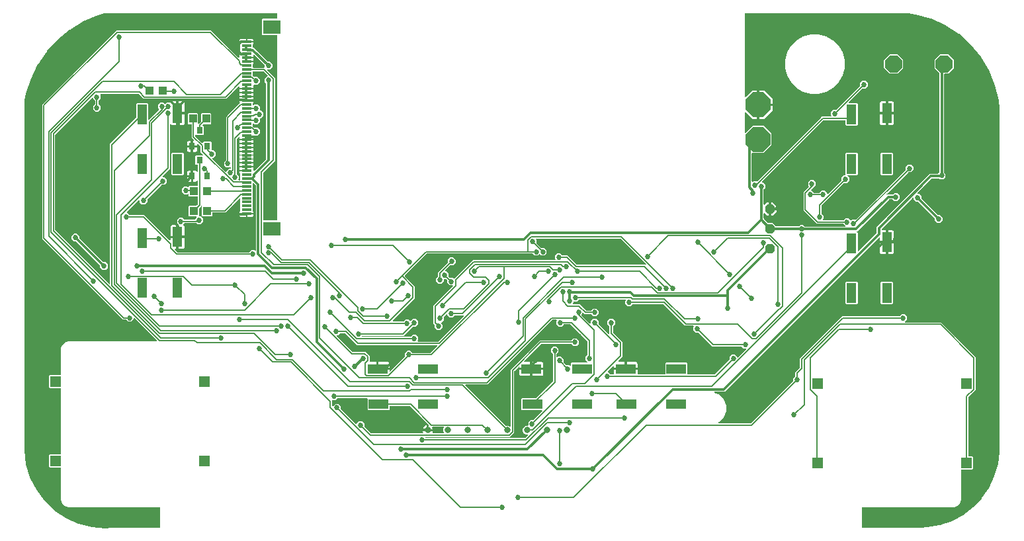
<source format=gbr>
G04 EAGLE Gerber X2 export*
%TF.Part,Single*%
%TF.FileFunction,Copper,L2,Bot,Mixed*%
%TF.FilePolarity,Positive*%
%TF.GenerationSoftware,Autodesk,EAGLE,8.7.1*%
%TF.CreationDate,2018-03-30T22:44:39Z*%
G75*
%MOMM*%
%FSLAX34Y34*%
%LPD*%
%AMOC8*
5,1,8,0,0,1.08239X$1,22.5*%
G01*
%ADD10R,1.333500X1.333500*%
%ADD11R,1.000000X1.100000*%
%ADD12R,2.540000X1.270000*%
%ADD13R,1.270000X2.540000*%
%ADD14P,2.336880X8X22.500000*%
%ADD15C,0.812800*%
%ADD16R,0.787400X0.889000*%
%ADD17P,3.409096X8X22.500000*%
%ADD18R,1.300000X0.300000*%
%ADD19R,2.200000X1.800000*%
%ADD20P,1.319650X8X112.500000*%
%ADD21C,0.152400*%
%ADD22C,0.685800*%
%ADD23C,0.304800*%

G36*
X1158140Y16005D02*
X1158140Y16005D01*
X1158164Y16004D01*
X1166214Y16413D01*
X1166244Y16420D01*
X1166304Y16423D01*
X1182207Y19158D01*
X1182238Y19169D01*
X1182324Y19188D01*
X1185037Y20116D01*
X1187262Y20877D01*
X1196162Y23922D01*
X1197591Y24411D01*
X1197620Y24427D01*
X1197702Y24459D01*
X1211947Y32039D01*
X1211973Y32058D01*
X1212049Y32104D01*
X1224911Y41847D01*
X1224934Y41871D01*
X1225001Y41927D01*
X1236155Y53588D01*
X1236173Y53615D01*
X1236231Y53682D01*
X1245393Y66964D01*
X1245407Y66993D01*
X1245454Y67069D01*
X1252393Y81636D01*
X1252402Y81668D01*
X1252436Y81749D01*
X1256976Y97233D01*
X1256980Y97266D01*
X1257000Y97352D01*
X1259026Y113360D01*
X1259025Y113390D01*
X1259032Y113450D01*
X1259077Y120501D01*
X1259077Y120503D01*
X1259077Y120506D01*
X1259077Y121724D01*
X1259076Y121734D01*
X1259077Y121750D01*
X1259011Y123726D01*
X1259029Y123774D01*
X1259039Y123826D01*
X1259059Y123875D01*
X1259071Y123988D01*
X1259077Y124015D01*
X1259075Y124026D01*
X1259077Y124042D01*
X1259077Y553068D01*
X1259072Y553098D01*
X1259072Y553162D01*
X1257871Y562866D01*
X1257863Y562894D01*
X1257856Y562951D01*
X1253116Y582622D01*
X1253103Y582652D01*
X1253080Y582731D01*
X1245431Y601463D01*
X1245413Y601491D01*
X1245379Y601566D01*
X1234995Y618932D01*
X1234973Y618957D01*
X1234928Y619026D01*
X1222046Y634628D01*
X1222021Y634650D01*
X1221966Y634711D01*
X1206881Y648195D01*
X1206853Y648213D01*
X1206789Y648265D01*
X1189844Y659323D01*
X1189814Y659336D01*
X1189743Y659378D01*
X1171326Y667756D01*
X1171294Y667765D01*
X1171218Y667796D01*
X1151748Y673303D01*
X1151719Y673307D01*
X1151664Y673322D01*
X1142225Y674867D01*
X1142192Y674867D01*
X1142102Y674877D01*
X933704Y674877D01*
X933684Y674874D01*
X933665Y674876D01*
X933563Y674854D01*
X933461Y674838D01*
X933444Y674828D01*
X933424Y674824D01*
X933335Y674771D01*
X933244Y674722D01*
X933230Y674708D01*
X933213Y674698D01*
X933146Y674619D01*
X933074Y674544D01*
X933066Y674526D01*
X933053Y674511D01*
X933014Y674415D01*
X932971Y674321D01*
X932969Y674301D01*
X932961Y674283D01*
X932943Y674116D01*
X932943Y568215D01*
X932954Y568144D01*
X932956Y568072D01*
X932974Y568023D01*
X932982Y567972D01*
X933016Y567909D01*
X933041Y567841D01*
X933073Y567801D01*
X933098Y567755D01*
X933150Y567705D01*
X933194Y567649D01*
X933238Y567621D01*
X933276Y567585D01*
X933341Y567555D01*
X933401Y567516D01*
X933452Y567504D01*
X933499Y567482D01*
X933570Y567474D01*
X933640Y567456D01*
X933692Y567460D01*
X933743Y567454D01*
X933814Y567470D01*
X933885Y567475D01*
X933933Y567496D01*
X933984Y567507D01*
X934045Y567544D01*
X934111Y567572D01*
X934167Y567616D01*
X934195Y567633D01*
X934210Y567651D01*
X934242Y567676D01*
X942385Y575819D01*
X948437Y575819D01*
X948437Y558292D01*
X948440Y558272D01*
X948438Y558253D01*
X948460Y558151D01*
X948477Y558049D01*
X948486Y558032D01*
X948490Y558012D01*
X948543Y557923D01*
X948592Y557832D01*
X948606Y557818D01*
X948616Y557801D01*
X948695Y557734D01*
X948770Y557663D01*
X948788Y557654D01*
X948803Y557641D01*
X948899Y557603D01*
X948993Y557559D01*
X949013Y557557D01*
X949031Y557549D01*
X949198Y557531D01*
X949961Y557531D01*
X949961Y557529D01*
X949198Y557529D01*
X949178Y557526D01*
X949159Y557528D01*
X949057Y557506D01*
X948955Y557489D01*
X948938Y557480D01*
X948918Y557476D01*
X948829Y557423D01*
X948738Y557374D01*
X948724Y557360D01*
X948707Y557350D01*
X948640Y557271D01*
X948569Y557196D01*
X948560Y557178D01*
X948547Y557163D01*
X948508Y557067D01*
X948465Y556973D01*
X948463Y556953D01*
X948455Y556935D01*
X948437Y556768D01*
X948437Y539241D01*
X942385Y539241D01*
X934242Y547384D01*
X934184Y547425D01*
X934132Y547475D01*
X934085Y547497D01*
X934043Y547527D01*
X933974Y547548D01*
X933909Y547578D01*
X933857Y547584D01*
X933807Y547599D01*
X933736Y547598D01*
X933665Y547606D01*
X933614Y547594D01*
X933562Y547593D01*
X933494Y547568D01*
X933424Y547553D01*
X933379Y547527D01*
X933331Y547509D01*
X933275Y547464D01*
X933213Y547427D01*
X933179Y547388D01*
X933139Y547355D01*
X933100Y547295D01*
X933053Y547240D01*
X933034Y547192D01*
X933006Y547148D01*
X932988Y547079D01*
X932961Y547012D01*
X932953Y546941D01*
X932945Y546910D01*
X932947Y546886D01*
X932943Y546845D01*
X932943Y522328D01*
X932954Y522257D01*
X932956Y522185D01*
X932974Y522136D01*
X932982Y522085D01*
X933016Y522022D01*
X933041Y521954D01*
X933073Y521914D01*
X933098Y521868D01*
X933150Y521818D01*
X933194Y521762D01*
X933238Y521734D01*
X933276Y521698D01*
X933341Y521668D01*
X933401Y521629D01*
X933452Y521617D01*
X933499Y521595D01*
X933570Y521587D01*
X933640Y521569D01*
X933692Y521573D01*
X933743Y521568D01*
X933814Y521583D01*
X933885Y521588D01*
X933933Y521609D01*
X933984Y521620D01*
X934045Y521657D01*
X934111Y521685D01*
X934167Y521730D01*
X934195Y521746D01*
X934210Y521764D01*
X934242Y521790D01*
X942805Y530353D01*
X957115Y530353D01*
X967233Y520235D01*
X967233Y505925D01*
X957115Y495807D01*
X942594Y495807D01*
X942574Y495804D01*
X942555Y495806D01*
X942453Y495784D01*
X942351Y495768D01*
X942334Y495758D01*
X942314Y495754D01*
X942225Y495701D01*
X942134Y495652D01*
X942120Y495638D01*
X942103Y495628D01*
X942036Y495549D01*
X941964Y495474D01*
X941956Y495456D01*
X941943Y495441D01*
X941904Y495345D01*
X941861Y495251D01*
X941859Y495231D01*
X941851Y495213D01*
X941833Y495046D01*
X941833Y459694D01*
X941844Y459623D01*
X941846Y459552D01*
X941864Y459503D01*
X941872Y459451D01*
X941906Y459388D01*
X941931Y459321D01*
X941963Y459280D01*
X941988Y459234D01*
X942039Y459185D01*
X942084Y459129D01*
X942128Y459101D01*
X942166Y459065D01*
X942231Y459034D01*
X942291Y458996D01*
X942342Y458983D01*
X942389Y458961D01*
X942460Y458953D01*
X942530Y458936D01*
X942582Y458940D01*
X942633Y458934D01*
X942704Y458949D01*
X942775Y458955D01*
X942823Y458975D01*
X942874Y458986D01*
X942935Y459023D01*
X943001Y459051D01*
X943057Y459096D01*
X943085Y459112D01*
X943100Y459130D01*
X943132Y459156D01*
X943590Y459614D01*
X947694Y459614D01*
X947752Y459556D01*
X947768Y459544D01*
X947780Y459529D01*
X947867Y459473D01*
X947951Y459413D01*
X947970Y459407D01*
X947987Y459396D01*
X948087Y459371D01*
X948186Y459340D01*
X948206Y459341D01*
X948226Y459336D01*
X948329Y459344D01*
X948432Y459347D01*
X948451Y459353D01*
X948471Y459355D01*
X948566Y459395D01*
X948663Y459431D01*
X948679Y459443D01*
X948697Y459451D01*
X948828Y459556D01*
X1030000Y540728D01*
X1031563Y542291D01*
X1042716Y542291D01*
X1042787Y542302D01*
X1042858Y542304D01*
X1042907Y542322D01*
X1042959Y542330D01*
X1043022Y542364D01*
X1043089Y542389D01*
X1043130Y542421D01*
X1043176Y542446D01*
X1043225Y542497D01*
X1043281Y542542D01*
X1043309Y542586D01*
X1043345Y542624D01*
X1043376Y542689D01*
X1043414Y542749D01*
X1043427Y542800D01*
X1043449Y542847D01*
X1043457Y542918D01*
X1043474Y542988D01*
X1043470Y543040D01*
X1043476Y543091D01*
X1043461Y543162D01*
X1043455Y543233D01*
X1043435Y543281D01*
X1043424Y543332D01*
X1043387Y543393D01*
X1043359Y543459D01*
X1043314Y543515D01*
X1043298Y543543D01*
X1043295Y543545D01*
X1043294Y543546D01*
X1043279Y543559D01*
X1043254Y543590D01*
X1042796Y544048D01*
X1042796Y548152D01*
X1045698Y551054D01*
X1049155Y551054D01*
X1049245Y551068D01*
X1049336Y551076D01*
X1049365Y551088D01*
X1049397Y551093D01*
X1049478Y551136D01*
X1049562Y551172D01*
X1049594Y551198D01*
X1049615Y551209D01*
X1049637Y551232D01*
X1049693Y551277D01*
X1079911Y581495D01*
X1079964Y581569D01*
X1080024Y581639D01*
X1080036Y581669D01*
X1080055Y581695D01*
X1080082Y581782D01*
X1080116Y581867D01*
X1080120Y581908D01*
X1080127Y581930D01*
X1080126Y581962D01*
X1080134Y582033D01*
X1080134Y585490D01*
X1083036Y588392D01*
X1087140Y588392D01*
X1090042Y585490D01*
X1090042Y581386D01*
X1087140Y578484D01*
X1083683Y578484D01*
X1083593Y578470D01*
X1083502Y578462D01*
X1083473Y578450D01*
X1083441Y578445D01*
X1083360Y578402D01*
X1083276Y578366D01*
X1083244Y578340D01*
X1083223Y578329D01*
X1083201Y578306D01*
X1083145Y578261D01*
X1065746Y560862D01*
X1065704Y560804D01*
X1065655Y560752D01*
X1065633Y560705D01*
X1065603Y560663D01*
X1065582Y560594D01*
X1065551Y560529D01*
X1065546Y560477D01*
X1065530Y560427D01*
X1065532Y560356D01*
X1065524Y560285D01*
X1065535Y560234D01*
X1065537Y560182D01*
X1065561Y560114D01*
X1065576Y560044D01*
X1065603Y560000D01*
X1065621Y559951D01*
X1065666Y559895D01*
X1065703Y559833D01*
X1065742Y559799D01*
X1065775Y559759D01*
X1065835Y559720D01*
X1065890Y559673D01*
X1065938Y559654D01*
X1065982Y559626D01*
X1066051Y559608D01*
X1066118Y559581D01*
X1066189Y559573D01*
X1066220Y559565D01*
X1066244Y559567D01*
X1066284Y559563D01*
X1076576Y559563D01*
X1077469Y558670D01*
X1077469Y532006D01*
X1076576Y531113D01*
X1062612Y531113D01*
X1061719Y532006D01*
X1061719Y536956D01*
X1061716Y536976D01*
X1061718Y536995D01*
X1061696Y537097D01*
X1061680Y537199D01*
X1061670Y537216D01*
X1061666Y537236D01*
X1061613Y537325D01*
X1061564Y537416D01*
X1061550Y537430D01*
X1061540Y537447D01*
X1061461Y537514D01*
X1061386Y537586D01*
X1061368Y537594D01*
X1061353Y537607D01*
X1061257Y537646D01*
X1061163Y537689D01*
X1061143Y537691D01*
X1061125Y537699D01*
X1060958Y537717D01*
X1033773Y537717D01*
X1033682Y537703D01*
X1033592Y537695D01*
X1033562Y537683D01*
X1033530Y537678D01*
X1033449Y537635D01*
X1033365Y537599D01*
X1033333Y537573D01*
X1033312Y537562D01*
X1033290Y537539D01*
X1033234Y537494D01*
X955129Y459389D01*
X955087Y459331D01*
X955038Y459279D01*
X955016Y459232D01*
X954986Y459190D01*
X954965Y459121D01*
X954934Y459056D01*
X954929Y459004D01*
X954913Y458954D01*
X954915Y458883D01*
X954907Y458812D01*
X954918Y458761D01*
X954920Y458709D01*
X954944Y458641D01*
X954959Y458571D01*
X954986Y458527D01*
X955004Y458478D01*
X955049Y458422D01*
X955086Y458360D01*
X955125Y458326D01*
X955158Y458286D01*
X955218Y458247D01*
X955273Y458200D01*
X955321Y458181D01*
X955365Y458153D01*
X955434Y458135D01*
X955501Y458108D01*
X955572Y458100D01*
X955603Y458092D01*
X955627Y458094D01*
X955667Y458090D01*
X956076Y458090D01*
X958978Y455188D01*
X958978Y451084D01*
X957296Y449402D01*
X957243Y449328D01*
X957183Y449259D01*
X957171Y449229D01*
X957152Y449202D01*
X957125Y449115D01*
X957091Y449031D01*
X957087Y448990D01*
X957080Y448967D01*
X957081Y448935D01*
X957073Y448864D01*
X957073Y430105D01*
X957084Y430034D01*
X957086Y429962D01*
X957104Y429913D01*
X957112Y429862D01*
X957146Y429799D01*
X957171Y429731D01*
X957203Y429691D01*
X957228Y429645D01*
X957280Y429595D01*
X957324Y429539D01*
X957368Y429511D01*
X957406Y429475D01*
X957471Y429445D01*
X957531Y429406D01*
X957582Y429394D01*
X957629Y429372D01*
X957700Y429364D01*
X957770Y429346D01*
X957822Y429350D01*
X957873Y429344D01*
X957944Y429360D01*
X958015Y429365D01*
X958063Y429386D01*
X958114Y429397D01*
X958175Y429434D01*
X958241Y429462D01*
X958297Y429506D01*
X958325Y429523D01*
X958340Y429541D01*
X958372Y429566D01*
X961623Y432817D01*
X963677Y432817D01*
X963677Y424942D01*
X963680Y424922D01*
X963678Y424903D01*
X963700Y424801D01*
X963717Y424699D01*
X963726Y424682D01*
X963730Y424662D01*
X963783Y424573D01*
X963832Y424482D01*
X963846Y424468D01*
X963856Y424451D01*
X963935Y424384D01*
X964010Y424313D01*
X964028Y424304D01*
X964043Y424291D01*
X964139Y424253D01*
X964233Y424209D01*
X964253Y424207D01*
X964271Y424199D01*
X964438Y424181D01*
X965201Y424181D01*
X965201Y424179D01*
X964438Y424179D01*
X964418Y424176D01*
X964399Y424178D01*
X964297Y424156D01*
X964195Y424139D01*
X964178Y424130D01*
X964158Y424126D01*
X964069Y424073D01*
X963978Y424024D01*
X963964Y424010D01*
X963947Y424000D01*
X963880Y423921D01*
X963809Y423846D01*
X963800Y423828D01*
X963787Y423813D01*
X963748Y423717D01*
X963705Y423623D01*
X963703Y423603D01*
X963695Y423585D01*
X963677Y423418D01*
X963677Y415543D01*
X961623Y415543D01*
X958372Y418794D01*
X958314Y418835D01*
X958262Y418885D01*
X958215Y418907D01*
X958173Y418937D01*
X958104Y418958D01*
X958039Y418988D01*
X957987Y418994D01*
X957937Y419009D01*
X957866Y419008D01*
X957795Y419016D01*
X957744Y419004D01*
X957692Y419003D01*
X957624Y418978D01*
X957554Y418963D01*
X957509Y418937D01*
X957461Y418919D01*
X957405Y418874D01*
X957343Y418837D01*
X957309Y418798D01*
X957269Y418765D01*
X957230Y418705D01*
X957183Y418650D01*
X957164Y418602D01*
X957136Y418558D01*
X957118Y418489D01*
X957091Y418422D01*
X957083Y418351D01*
X957075Y418320D01*
X957077Y418296D01*
X957073Y418255D01*
X957073Y412042D01*
X957087Y411952D01*
X957095Y411861D01*
X957107Y411831D01*
X957112Y411799D01*
X957155Y411719D01*
X957191Y411635D01*
X957217Y411603D01*
X957228Y411582D01*
X957251Y411560D01*
X957296Y411504D01*
X962176Y406624D01*
X962250Y406571D01*
X962319Y406511D01*
X962349Y406499D01*
X962376Y406480D01*
X962463Y406453D01*
X962547Y406419D01*
X962588Y406415D01*
X962611Y406408D01*
X962643Y406409D01*
X962714Y406401D01*
X968357Y406401D01*
X972452Y402306D01*
X972526Y402253D01*
X972595Y402193D01*
X972625Y402181D01*
X972651Y402162D01*
X972738Y402135D01*
X972823Y402101D01*
X972864Y402097D01*
X972886Y402090D01*
X972919Y402091D01*
X972990Y402083D01*
X1001568Y402083D01*
X1001658Y402097D01*
X1001749Y402105D01*
X1001779Y402117D01*
X1001811Y402122D01*
X1001891Y402165D01*
X1001975Y402201D01*
X1002007Y402227D01*
X1002028Y402238D01*
X1002050Y402261D01*
X1002106Y402306D01*
X1003788Y403988D01*
X1007892Y403988D01*
X1010336Y401544D01*
X1010410Y401491D01*
X1010479Y401431D01*
X1010510Y401419D01*
X1010536Y401400D01*
X1010623Y401373D01*
X1010708Y401339D01*
X1010748Y401335D01*
X1010771Y401328D01*
X1010803Y401329D01*
X1010874Y401321D01*
X1061004Y401321D01*
X1061075Y401332D01*
X1061146Y401334D01*
X1061195Y401352D01*
X1061247Y401360D01*
X1061310Y401394D01*
X1061377Y401419D01*
X1061418Y401451D01*
X1061464Y401476D01*
X1061513Y401528D01*
X1061569Y401572D01*
X1061597Y401616D01*
X1061633Y401654D01*
X1061664Y401719D01*
X1061702Y401779D01*
X1061715Y401830D01*
X1061737Y401877D01*
X1061745Y401948D01*
X1061762Y402018D01*
X1061758Y402070D01*
X1061764Y402121D01*
X1061749Y402192D01*
X1061743Y402263D01*
X1061723Y402311D01*
X1061712Y402362D01*
X1061675Y402423D01*
X1061647Y402489D01*
X1061602Y402545D01*
X1061586Y402573D01*
X1061568Y402588D01*
X1061542Y402620D01*
X1059256Y404906D01*
X1059182Y404959D01*
X1059113Y405019D01*
X1059083Y405031D01*
X1059056Y405050D01*
X1058969Y405077D01*
X1058884Y405111D01*
X1058844Y405115D01*
X1058821Y405122D01*
X1058789Y405121D01*
X1058718Y405129D01*
X1025467Y405129D01*
X1008125Y422471D01*
X1008125Y445701D01*
X1009688Y447264D01*
X1014660Y452236D01*
X1014672Y452252D01*
X1014687Y452264D01*
X1014743Y452352D01*
X1014803Y452436D01*
X1014809Y452455D01*
X1014820Y452471D01*
X1014845Y452572D01*
X1014876Y452671D01*
X1014875Y452691D01*
X1014880Y452710D01*
X1014872Y452813D01*
X1014869Y452917D01*
X1014863Y452935D01*
X1014861Y452955D01*
X1014821Y453050D01*
X1014785Y453148D01*
X1014773Y453163D01*
X1014765Y453181D01*
X1014660Y453312D01*
X1013840Y454132D01*
X1013840Y458236D01*
X1016742Y461138D01*
X1020846Y461138D01*
X1023748Y458236D01*
X1023748Y454132D01*
X1020846Y451230D01*
X1020437Y451230D01*
X1020347Y451216D01*
X1020256Y451208D01*
X1020227Y451196D01*
X1020195Y451191D01*
X1020114Y451148D01*
X1020030Y451112D01*
X1019998Y451086D01*
X1019977Y451075D01*
X1019955Y451052D01*
X1019899Y451007D01*
X1017613Y448721D01*
X1017571Y448663D01*
X1017522Y448611D01*
X1017500Y448564D01*
X1017470Y448522D01*
X1017449Y448453D01*
X1017418Y448388D01*
X1017413Y448336D01*
X1017397Y448286D01*
X1017399Y448215D01*
X1017391Y448144D01*
X1017402Y448093D01*
X1017404Y448041D01*
X1017428Y447973D01*
X1017443Y447903D01*
X1017470Y447859D01*
X1017488Y447810D01*
X1017533Y447754D01*
X1017570Y447692D01*
X1017609Y447658D01*
X1017642Y447618D01*
X1017702Y447579D01*
X1017757Y447532D01*
X1017805Y447513D01*
X1017849Y447485D01*
X1017918Y447467D01*
X1017985Y447440D01*
X1018056Y447432D01*
X1018087Y447424D01*
X1018111Y447426D01*
X1018151Y447422D01*
X1018560Y447422D01*
X1021004Y444978D01*
X1021078Y444925D01*
X1021147Y444865D01*
X1021178Y444853D01*
X1021204Y444834D01*
X1021291Y444807D01*
X1021376Y444773D01*
X1021416Y444769D01*
X1021439Y444762D01*
X1021471Y444763D01*
X1021542Y444755D01*
X1028238Y444755D01*
X1028328Y444769D01*
X1028419Y444777D01*
X1028449Y444789D01*
X1028481Y444794D01*
X1028561Y444837D01*
X1028645Y444873D01*
X1028677Y444899D01*
X1028698Y444910D01*
X1028720Y444933D01*
X1028776Y444978D01*
X1031220Y447422D01*
X1035324Y447422D01*
X1038226Y444520D01*
X1038226Y444111D01*
X1038237Y444041D01*
X1038239Y443969D01*
X1038257Y443920D01*
X1038265Y443869D01*
X1038299Y443805D01*
X1038324Y443738D01*
X1038356Y443697D01*
X1038381Y443651D01*
X1038433Y443602D01*
X1038477Y443546D01*
X1038521Y443518D01*
X1038559Y443482D01*
X1038624Y443452D01*
X1038684Y443413D01*
X1038735Y443400D01*
X1038782Y443378D01*
X1038853Y443370D01*
X1038923Y443353D01*
X1038975Y443357D01*
X1039026Y443351D01*
X1039097Y443366D01*
X1039168Y443372D01*
X1039216Y443392D01*
X1039267Y443403D01*
X1039328Y443440D01*
X1039394Y443468D01*
X1039450Y443513D01*
X1039478Y443530D01*
X1039493Y443547D01*
X1039525Y443573D01*
X1056289Y460337D01*
X1056337Y460403D01*
X1056345Y460412D01*
X1056347Y460417D01*
X1056402Y460481D01*
X1056414Y460511D01*
X1056433Y460537D01*
X1056460Y460624D01*
X1056494Y460709D01*
X1056498Y460750D01*
X1056505Y460772D01*
X1056504Y460804D01*
X1056512Y460876D01*
X1056512Y464332D01*
X1059414Y467234D01*
X1061154Y467234D01*
X1061225Y467245D01*
X1061297Y467247D01*
X1061346Y467265D01*
X1061397Y467273D01*
X1061460Y467307D01*
X1061528Y467332D01*
X1061568Y467364D01*
X1061614Y467389D01*
X1061664Y467440D01*
X1061720Y467485D01*
X1061748Y467529D01*
X1061784Y467567D01*
X1061814Y467632D01*
X1061853Y467692D01*
X1061865Y467743D01*
X1061887Y467790D01*
X1061895Y467861D01*
X1061913Y467931D01*
X1061909Y467983D01*
X1061914Y468034D01*
X1061899Y468105D01*
X1061894Y468176D01*
X1061873Y468224D01*
X1061862Y468275D01*
X1061825Y468336D01*
X1061797Y468402D01*
X1061752Y468458D01*
X1061736Y468486D01*
X1061719Y468500D01*
X1061719Y495170D01*
X1062612Y496063D01*
X1076576Y496063D01*
X1077469Y495170D01*
X1077469Y468506D01*
X1076576Y467613D01*
X1064976Y467613D01*
X1064905Y467602D01*
X1064834Y467600D01*
X1064785Y467582D01*
X1064733Y467574D01*
X1064670Y467540D01*
X1064603Y467515D01*
X1064562Y467483D01*
X1064516Y467458D01*
X1064467Y467406D01*
X1064411Y467362D01*
X1064383Y467318D01*
X1064347Y467280D01*
X1064316Y467215D01*
X1064278Y467155D01*
X1064265Y467104D01*
X1064243Y467057D01*
X1064235Y466986D01*
X1064218Y466916D01*
X1064222Y466864D01*
X1064216Y466813D01*
X1064231Y466742D01*
X1064237Y466671D01*
X1064257Y466623D01*
X1064268Y466572D01*
X1064305Y466511D01*
X1064333Y466445D01*
X1064378Y466389D01*
X1064394Y466361D01*
X1064412Y466346D01*
X1064438Y466314D01*
X1066420Y464332D01*
X1066420Y460228D01*
X1063518Y457326D01*
X1060062Y457326D01*
X1059971Y457312D01*
X1059881Y457304D01*
X1059851Y457292D01*
X1059819Y457287D01*
X1059738Y457244D01*
X1059654Y457208D01*
X1059622Y457182D01*
X1059601Y457171D01*
X1059579Y457148D01*
X1059523Y457103D01*
X1031210Y428790D01*
X1031157Y428716D01*
X1031097Y428646D01*
X1031085Y428616D01*
X1031066Y428590D01*
X1031039Y428503D01*
X1031005Y428418D01*
X1031001Y428377D01*
X1030994Y428355D01*
X1030995Y428323D01*
X1030987Y428251D01*
X1030987Y418546D01*
X1031001Y418456D01*
X1031009Y418365D01*
X1031021Y418335D01*
X1031026Y418303D01*
X1031069Y418223D01*
X1031105Y418139D01*
X1031131Y418107D01*
X1031142Y418086D01*
X1031165Y418064D01*
X1031210Y418008D01*
X1033654Y415564D01*
X1033654Y411460D01*
X1033196Y411002D01*
X1033154Y410944D01*
X1033105Y410892D01*
X1033083Y410845D01*
X1033052Y410803D01*
X1033031Y410734D01*
X1033001Y410669D01*
X1032995Y410617D01*
X1032980Y410567D01*
X1032982Y410496D01*
X1032974Y410425D01*
X1032985Y410374D01*
X1032986Y410322D01*
X1033011Y410254D01*
X1033026Y410184D01*
X1033053Y410139D01*
X1033071Y410091D01*
X1033116Y410035D01*
X1033152Y409973D01*
X1033192Y409939D01*
X1033225Y409899D01*
X1033285Y409860D01*
X1033339Y409813D01*
X1033388Y409794D01*
X1033431Y409766D01*
X1033501Y409748D01*
X1033567Y409721D01*
X1033639Y409713D01*
X1033670Y409705D01*
X1033693Y409707D01*
X1033734Y409703D01*
X1058718Y409703D01*
X1058808Y409717D01*
X1058899Y409725D01*
X1058929Y409737D01*
X1058961Y409742D01*
X1059041Y409785D01*
X1059125Y409821D01*
X1059157Y409847D01*
X1059178Y409858D01*
X1059200Y409881D01*
X1059256Y409926D01*
X1061700Y412370D01*
X1065804Y412370D01*
X1068548Y409626D01*
X1068564Y409614D01*
X1068576Y409599D01*
X1068664Y409543D01*
X1068747Y409482D01*
X1068766Y409477D01*
X1068783Y409466D01*
X1068884Y409440D01*
X1068983Y409410D01*
X1069002Y409411D01*
X1069022Y409406D01*
X1069125Y409414D01*
X1069228Y409416D01*
X1069247Y409423D01*
X1069267Y409425D01*
X1069362Y409465D01*
X1069459Y409501D01*
X1069475Y409513D01*
X1069493Y409521D01*
X1069624Y409626D01*
X1070082Y410084D01*
X1074300Y410084D01*
X1074391Y410098D01*
X1074481Y410106D01*
X1074511Y410118D01*
X1074543Y410123D01*
X1074624Y410166D01*
X1074708Y410202D01*
X1074740Y410228D01*
X1074761Y410239D01*
X1074783Y410262D01*
X1074839Y410307D01*
X1138585Y474053D01*
X1138638Y474127D01*
X1138698Y474197D01*
X1138710Y474227D01*
X1138729Y474253D01*
X1138756Y474340D01*
X1138790Y474425D01*
X1138794Y474466D01*
X1138801Y474488D01*
X1138800Y474520D01*
X1138808Y474592D01*
X1138808Y478048D01*
X1141710Y480950D01*
X1145814Y480950D01*
X1148716Y478048D01*
X1148716Y473944D01*
X1145814Y471042D01*
X1142358Y471042D01*
X1142267Y471028D01*
X1142177Y471020D01*
X1142147Y471008D01*
X1142115Y471003D01*
X1142034Y470960D01*
X1141950Y470924D01*
X1141918Y470898D01*
X1141897Y470887D01*
X1141875Y470864D01*
X1141819Y470819D01*
X1114768Y443768D01*
X1114726Y443710D01*
X1114677Y443658D01*
X1114655Y443611D01*
X1114625Y443569D01*
X1114604Y443500D01*
X1114573Y443435D01*
X1114568Y443383D01*
X1114552Y443333D01*
X1114554Y443262D01*
X1114546Y443191D01*
X1114557Y443140D01*
X1114559Y443088D01*
X1114583Y443020D01*
X1114598Y442950D01*
X1114625Y442905D01*
X1114643Y442857D01*
X1114688Y442801D01*
X1114725Y442739D01*
X1114764Y442705D01*
X1114797Y442665D01*
X1114857Y442626D01*
X1114912Y442579D01*
X1114960Y442560D01*
X1115004Y442532D01*
X1115073Y442514D01*
X1115140Y442487D01*
X1115211Y442479D01*
X1115242Y442471D01*
X1115266Y442473D01*
X1115306Y442469D01*
X1121964Y442469D01*
X1122054Y442483D01*
X1122145Y442491D01*
X1122175Y442503D01*
X1122207Y442508D01*
X1122287Y442551D01*
X1122371Y442587D01*
X1122403Y442613D01*
X1122424Y442624D01*
X1122446Y442647D01*
X1122502Y442692D01*
X1124184Y444374D01*
X1128288Y444374D01*
X1131190Y441472D01*
X1131190Y437368D01*
X1128288Y434466D01*
X1124184Y434466D01*
X1122502Y436148D01*
X1122428Y436201D01*
X1122359Y436261D01*
X1122329Y436273D01*
X1122302Y436292D01*
X1122215Y436319D01*
X1122131Y436353D01*
X1122090Y436357D01*
X1122067Y436364D01*
X1122035Y436363D01*
X1121964Y436371D01*
X1117908Y436371D01*
X1117818Y436357D01*
X1117727Y436349D01*
X1117697Y436337D01*
X1117665Y436332D01*
X1117585Y436289D01*
X1117501Y436253D01*
X1117469Y436227D01*
X1117448Y436216D01*
X1117426Y436193D01*
X1117370Y436148D01*
X1078454Y397232D01*
X1076668Y395447D01*
X1076657Y395430D01*
X1076641Y395418D01*
X1076585Y395331D01*
X1076525Y395247D01*
X1076519Y395228D01*
X1076508Y395211D01*
X1076483Y395111D01*
X1076452Y395012D01*
X1076453Y394992D01*
X1076448Y394973D01*
X1076456Y394870D01*
X1076459Y394766D01*
X1076466Y394747D01*
X1076467Y394727D01*
X1076507Y394632D01*
X1076543Y394535D01*
X1076556Y394519D01*
X1076563Y394501D01*
X1076668Y394370D01*
X1077469Y393570D01*
X1077469Y370894D01*
X1077480Y370823D01*
X1077482Y370752D01*
X1077500Y370703D01*
X1077508Y370651D01*
X1077542Y370588D01*
X1077567Y370521D01*
X1077599Y370480D01*
X1077624Y370434D01*
X1077676Y370385D01*
X1077720Y370329D01*
X1077764Y370300D01*
X1077802Y370265D01*
X1077867Y370234D01*
X1077927Y370196D01*
X1077978Y370183D01*
X1078025Y370161D01*
X1078096Y370153D01*
X1078166Y370136D01*
X1078218Y370140D01*
X1078269Y370134D01*
X1078340Y370149D01*
X1078411Y370155D01*
X1078459Y370175D01*
X1078510Y370186D01*
X1078571Y370223D01*
X1078637Y370251D01*
X1078693Y370296D01*
X1078721Y370312D01*
X1078736Y370330D01*
X1078768Y370356D01*
X1101628Y393216D01*
X1101681Y393290D01*
X1101741Y393359D01*
X1101753Y393389D01*
X1101772Y393416D01*
X1101799Y393503D01*
X1101833Y393587D01*
X1101837Y393628D01*
X1101844Y393651D01*
X1101843Y393683D01*
X1101851Y393754D01*
X1101851Y401059D01*
X1169931Y469139D01*
X1179876Y469139D01*
X1179966Y469153D01*
X1180057Y469161D01*
X1180087Y469173D01*
X1180119Y469178D01*
X1180199Y469221D01*
X1180283Y469257D01*
X1180315Y469283D01*
X1180336Y469294D01*
X1180358Y469317D01*
X1180414Y469362D01*
X1181638Y470586D01*
X1181691Y470660D01*
X1181751Y470729D01*
X1181763Y470760D01*
X1181782Y470786D01*
X1181809Y470873D01*
X1181843Y470958D01*
X1181847Y470998D01*
X1181854Y471021D01*
X1181853Y471053D01*
X1181861Y471124D01*
X1181861Y598213D01*
X1181847Y598303D01*
X1181839Y598394D01*
X1181827Y598423D01*
X1181822Y598455D01*
X1181779Y598536D01*
X1181743Y598620D01*
X1181717Y598652D01*
X1181706Y598673D01*
X1181683Y598695D01*
X1181638Y598751D01*
X1175892Y604497D01*
X1175892Y614703D01*
X1183109Y621920D01*
X1193315Y621920D01*
X1200532Y614703D01*
X1200532Y604497D01*
X1193315Y597280D01*
X1188720Y597280D01*
X1188700Y597277D01*
X1188681Y597279D01*
X1188579Y597257D01*
X1188477Y597241D01*
X1188460Y597231D01*
X1188440Y597227D01*
X1188351Y597174D01*
X1188260Y597125D01*
X1188246Y597111D01*
X1188229Y597101D01*
X1188162Y597022D01*
X1188090Y596947D01*
X1188082Y596929D01*
X1188069Y596914D01*
X1188030Y596818D01*
X1187987Y596724D01*
X1187985Y596704D01*
X1187977Y596686D01*
X1187959Y596519D01*
X1187959Y471124D01*
X1187973Y471034D01*
X1187981Y470943D01*
X1187993Y470913D01*
X1187998Y470881D01*
X1188041Y470801D01*
X1188077Y470717D01*
X1188103Y470685D01*
X1188114Y470664D01*
X1188137Y470642D01*
X1188182Y470586D01*
X1189864Y468904D01*
X1189864Y464800D01*
X1186962Y461898D01*
X1182858Y461898D01*
X1181938Y462818D01*
X1181864Y462871D01*
X1181795Y462931D01*
X1181764Y462943D01*
X1181738Y462962D01*
X1181651Y462989D01*
X1181566Y463023D01*
X1181526Y463027D01*
X1181503Y463034D01*
X1181471Y463033D01*
X1181400Y463041D01*
X1172772Y463041D01*
X1172682Y463027D01*
X1172591Y463019D01*
X1172561Y463007D01*
X1172529Y463002D01*
X1172449Y462959D01*
X1172365Y462923D01*
X1172333Y462897D01*
X1172312Y462886D01*
X1172290Y462863D01*
X1172234Y462818D01*
X1154327Y444911D01*
X1154285Y444853D01*
X1154236Y444801D01*
X1154214Y444754D01*
X1154183Y444712D01*
X1154162Y444643D01*
X1154132Y444578D01*
X1154126Y444526D01*
X1154111Y444476D01*
X1154113Y444405D01*
X1154105Y444334D01*
X1154116Y444283D01*
X1154117Y444231D01*
X1154142Y444163D01*
X1154157Y444093D01*
X1154184Y444048D01*
X1154202Y444000D01*
X1154247Y443944D01*
X1154283Y443882D01*
X1154323Y443848D01*
X1154355Y443808D01*
X1154416Y443769D01*
X1154470Y443722D01*
X1154519Y443703D01*
X1154562Y443675D01*
X1154632Y443657D01*
X1154698Y443630D01*
X1154770Y443622D01*
X1154801Y443614D01*
X1154824Y443616D01*
X1154865Y443612D01*
X1155720Y443612D01*
X1158622Y440710D01*
X1158622Y438331D01*
X1158636Y438241D01*
X1158644Y438150D01*
X1158656Y438120D01*
X1158661Y438088D01*
X1158704Y438008D01*
X1158740Y437924D01*
X1158766Y437892D01*
X1158777Y437871D01*
X1158800Y437849D01*
X1158845Y437793D01*
X1180235Y416403D01*
X1180309Y416350D01*
X1180378Y416290D01*
X1180408Y416278D01*
X1180435Y416259D01*
X1180522Y416232D01*
X1180606Y416198D01*
X1180647Y416194D01*
X1180670Y416187D01*
X1180702Y416188D01*
X1180773Y416180D01*
X1183152Y416180D01*
X1186054Y413278D01*
X1186054Y409174D01*
X1183152Y406272D01*
X1179048Y406272D01*
X1176146Y409174D01*
X1176146Y411553D01*
X1176132Y411643D01*
X1176124Y411734D01*
X1176112Y411764D01*
X1176107Y411796D01*
X1176064Y411876D01*
X1176028Y411960D01*
X1176002Y411992D01*
X1175991Y412013D01*
X1175968Y412035D01*
X1175923Y412091D01*
X1154533Y433481D01*
X1154459Y433534D01*
X1154390Y433594D01*
X1154360Y433606D01*
X1154333Y433625D01*
X1154246Y433652D01*
X1154162Y433686D01*
X1154121Y433690D01*
X1154098Y433697D01*
X1154066Y433696D01*
X1153995Y433704D01*
X1151616Y433704D01*
X1148714Y436606D01*
X1148714Y437461D01*
X1148703Y437532D01*
X1148701Y437603D01*
X1148683Y437652D01*
X1148675Y437704D01*
X1148641Y437767D01*
X1148616Y437834D01*
X1148584Y437875D01*
X1148559Y437921D01*
X1148507Y437970D01*
X1148463Y438026D01*
X1148419Y438055D01*
X1148381Y438090D01*
X1148316Y438121D01*
X1148256Y438159D01*
X1148205Y438172D01*
X1148158Y438194D01*
X1148087Y438202D01*
X1148017Y438219D01*
X1147965Y438215D01*
X1147914Y438221D01*
X1147843Y438206D01*
X1147772Y438200D01*
X1147724Y438180D01*
X1147673Y438169D01*
X1147612Y438132D01*
X1147546Y438104D01*
X1147490Y438059D01*
X1147462Y438043D01*
X1147447Y438025D01*
X1147415Y437999D01*
X1108172Y398756D01*
X1108119Y398682D01*
X1108059Y398613D01*
X1108047Y398583D01*
X1108028Y398556D01*
X1108001Y398469D01*
X1107967Y398385D01*
X1107963Y398344D01*
X1107956Y398321D01*
X1107957Y398289D01*
X1107949Y398218D01*
X1107949Y397764D01*
X1107952Y397744D01*
X1107950Y397725D01*
X1107972Y397623D01*
X1107988Y397521D01*
X1107998Y397504D01*
X1108002Y397484D01*
X1108055Y397395D01*
X1108104Y397304D01*
X1108118Y397290D01*
X1108128Y397273D01*
X1108207Y397206D01*
X1108282Y397134D01*
X1108300Y397126D01*
X1108315Y397113D01*
X1108411Y397074D01*
X1108505Y397031D01*
X1108525Y397029D01*
X1108543Y397021D01*
X1108710Y397003D01*
X1113283Y397003D01*
X1113283Y383285D01*
X1105915Y383285D01*
X1105915Y387042D01*
X1105904Y387113D01*
X1105902Y387184D01*
X1105884Y387233D01*
X1105876Y387285D01*
X1105842Y387348D01*
X1105817Y387415D01*
X1105785Y387456D01*
X1105760Y387502D01*
X1105708Y387551D01*
X1105664Y387607D01*
X1105620Y387636D01*
X1105582Y387671D01*
X1105517Y387702D01*
X1105457Y387740D01*
X1105406Y387753D01*
X1105359Y387775D01*
X1105288Y387783D01*
X1105218Y387800D01*
X1105166Y387796D01*
X1105115Y387802D01*
X1105044Y387787D01*
X1104973Y387781D01*
X1104925Y387761D01*
X1104874Y387750D01*
X1104813Y387713D01*
X1104747Y387685D01*
X1104691Y387640D01*
X1104663Y387624D01*
X1104648Y387606D01*
X1104616Y387580D01*
X907281Y190245D01*
X894420Y190245D01*
X894324Y190230D01*
X894227Y190220D01*
X894203Y190210D01*
X894177Y190206D01*
X894091Y190160D01*
X894002Y190120D01*
X893983Y190103D01*
X893960Y190090D01*
X893893Y190020D01*
X893821Y189954D01*
X893808Y189931D01*
X893790Y189912D01*
X893749Y189824D01*
X893702Y189738D01*
X893698Y189713D01*
X893687Y189689D01*
X893676Y189592D01*
X893659Y189496D01*
X893662Y189470D01*
X893660Y189445D01*
X893680Y189349D01*
X893694Y189253D01*
X893706Y189230D01*
X893712Y189204D01*
X893762Y189121D01*
X893806Y189034D01*
X893825Y189015D01*
X893838Y188993D01*
X893912Y188930D01*
X893981Y188862D01*
X894010Y188846D01*
X894025Y188833D01*
X894056Y188821D01*
X894128Y188781D01*
X900511Y186137D01*
X906227Y180421D01*
X909321Y172952D01*
X909321Y164868D01*
X906227Y157399D01*
X900511Y151683D01*
X899647Y151325D01*
X899564Y151274D01*
X899479Y151228D01*
X899461Y151209D01*
X899438Y151196D01*
X899376Y151121D01*
X899309Y151050D01*
X899298Y151026D01*
X899281Y151006D01*
X899247Y150915D01*
X899206Y150827D01*
X899203Y150801D01*
X899193Y150777D01*
X899189Y150679D01*
X899178Y150583D01*
X899184Y150557D01*
X899183Y150531D01*
X899210Y150437D01*
X899231Y150342D01*
X899244Y150320D01*
X899251Y150295D01*
X899307Y150215D01*
X899357Y150131D01*
X899377Y150114D01*
X899392Y150093D01*
X899470Y150034D01*
X899544Y149971D01*
X899568Y149961D01*
X899589Y149946D01*
X899682Y149916D01*
X899772Y149879D01*
X899804Y149876D01*
X899823Y149870D01*
X899856Y149870D01*
X899939Y149861D01*
X940569Y149861D01*
X940660Y149875D01*
X940750Y149883D01*
X940780Y149895D01*
X940812Y149900D01*
X940893Y149943D01*
X940977Y149979D01*
X941009Y150005D01*
X941030Y150016D01*
X941052Y150039D01*
X941108Y150084D01*
X994567Y203543D01*
X994620Y203617D01*
X994680Y203687D01*
X994692Y203717D01*
X994711Y203743D01*
X994738Y203830D01*
X994772Y203915D01*
X994776Y203956D01*
X994783Y203978D01*
X994782Y204010D01*
X994790Y204082D01*
X994790Y207538D01*
X997234Y209982D01*
X997287Y210056D01*
X997347Y210125D01*
X997359Y210156D01*
X997378Y210182D01*
X997405Y210269D01*
X997439Y210354D01*
X997443Y210394D01*
X997450Y210417D01*
X997449Y210449D01*
X997457Y210520D01*
X997457Y214815D01*
X1003330Y220688D01*
X1003383Y220762D01*
X1003443Y220832D01*
X1003455Y220862D01*
X1003474Y220888D01*
X1003501Y220975D01*
X1003535Y221060D01*
X1003539Y221101D01*
X1003546Y221123D01*
X1003545Y221155D01*
X1003553Y221227D01*
X1003553Y233103D01*
X1057471Y287021D01*
X1130346Y287021D01*
X1130436Y287035D01*
X1130527Y287043D01*
X1130557Y287055D01*
X1130589Y287060D01*
X1130669Y287103D01*
X1130753Y287139D01*
X1130785Y287165D01*
X1130806Y287176D01*
X1130828Y287199D01*
X1130884Y287244D01*
X1133328Y289688D01*
X1137432Y289688D01*
X1140334Y286786D01*
X1140334Y282682D01*
X1137590Y279938D01*
X1137548Y279880D01*
X1137499Y279828D01*
X1137477Y279781D01*
X1137446Y279739D01*
X1137425Y279670D01*
X1137395Y279605D01*
X1137389Y279553D01*
X1137374Y279503D01*
X1137376Y279432D01*
X1137368Y279361D01*
X1137379Y279310D01*
X1137380Y279258D01*
X1137405Y279190D01*
X1137420Y279120D01*
X1137447Y279075D01*
X1137465Y279027D01*
X1137510Y278971D01*
X1137546Y278909D01*
X1137586Y278875D01*
X1137619Y278835D01*
X1137679Y278796D01*
X1137733Y278749D01*
X1137782Y278730D01*
X1137825Y278702D01*
X1137895Y278684D01*
X1137961Y278657D01*
X1138033Y278649D01*
X1138064Y278641D01*
X1138087Y278643D01*
X1138128Y278639D01*
X1184333Y278639D01*
X1228345Y234627D01*
X1228345Y192347D01*
X1219424Y183426D01*
X1219371Y183352D01*
X1219311Y183282D01*
X1219299Y183252D01*
X1219280Y183226D01*
X1219253Y183139D01*
X1219219Y183054D01*
X1219215Y183013D01*
X1219208Y182991D01*
X1219209Y182959D01*
X1219201Y182887D01*
X1219201Y108013D01*
X1219204Y107994D01*
X1219202Y107974D01*
X1219224Y107873D01*
X1219240Y107771D01*
X1219250Y107753D01*
X1219254Y107734D01*
X1219307Y107645D01*
X1219356Y107553D01*
X1219370Y107540D01*
X1219380Y107523D01*
X1219459Y107455D01*
X1219534Y107384D01*
X1219552Y107376D01*
X1219567Y107363D01*
X1219663Y107324D01*
X1219757Y107280D01*
X1219777Y107278D01*
X1219795Y107271D01*
X1219962Y107252D01*
X1223959Y107252D01*
X1224852Y106359D01*
X1224852Y91761D01*
X1223959Y90868D01*
X1210564Y90868D01*
X1210544Y90865D01*
X1210525Y90867D01*
X1210423Y90845D01*
X1210321Y90828D01*
X1210304Y90819D01*
X1210284Y90814D01*
X1210195Y90761D01*
X1210104Y90713D01*
X1210090Y90699D01*
X1210073Y90688D01*
X1210006Y90610D01*
X1209934Y90535D01*
X1209926Y90517D01*
X1209913Y90501D01*
X1209874Y90405D01*
X1209831Y90312D01*
X1209829Y90292D01*
X1209821Y90273D01*
X1209803Y90107D01*
X1209803Y51167D01*
X1208140Y47153D01*
X1205067Y44080D01*
X1201053Y42417D01*
X1083564Y42417D01*
X1083544Y42414D01*
X1083525Y42416D01*
X1083423Y42394D01*
X1083321Y42378D01*
X1083304Y42368D01*
X1083284Y42364D01*
X1083195Y42311D01*
X1083104Y42262D01*
X1083090Y42248D01*
X1083073Y42238D01*
X1083006Y42159D01*
X1082934Y42084D01*
X1082926Y42066D01*
X1082913Y42051D01*
X1082874Y41955D01*
X1082831Y41861D01*
X1082829Y41841D01*
X1082821Y41823D01*
X1082803Y41656D01*
X1082803Y16764D01*
X1082806Y16744D01*
X1082804Y16725D01*
X1082826Y16623D01*
X1082842Y16521D01*
X1082852Y16504D01*
X1082856Y16484D01*
X1082909Y16395D01*
X1082958Y16304D01*
X1082972Y16290D01*
X1082982Y16273D01*
X1083061Y16206D01*
X1083136Y16134D01*
X1083154Y16126D01*
X1083169Y16113D01*
X1083265Y16074D01*
X1083359Y16031D01*
X1083379Y16029D01*
X1083397Y16021D01*
X1083564Y16003D01*
X1158126Y16003D01*
X1158140Y16005D01*
G37*
G36*
X121863Y15875D02*
X121863Y15875D01*
X121908Y15884D01*
X121955Y15885D01*
X122084Y15922D01*
X122103Y15927D01*
X122108Y15929D01*
X122116Y15932D01*
X122287Y16003D01*
X123914Y16003D01*
X123939Y16007D01*
X123985Y16006D01*
X125604Y16158D01*
X125997Y16037D01*
X126027Y16032D01*
X126055Y16021D01*
X126222Y16003D01*
X183896Y16003D01*
X183916Y16006D01*
X183935Y16004D01*
X184037Y16026D01*
X184139Y16042D01*
X184156Y16052D01*
X184176Y16056D01*
X184265Y16109D01*
X184356Y16158D01*
X184370Y16172D01*
X184387Y16182D01*
X184454Y16261D01*
X184526Y16336D01*
X184534Y16354D01*
X184547Y16369D01*
X184586Y16465D01*
X184629Y16559D01*
X184631Y16579D01*
X184639Y16597D01*
X184657Y16764D01*
X184657Y41656D01*
X184654Y41676D01*
X184656Y41695D01*
X184634Y41797D01*
X184618Y41899D01*
X184608Y41916D01*
X184604Y41936D01*
X184551Y42025D01*
X184502Y42116D01*
X184488Y42130D01*
X184478Y42147D01*
X184399Y42214D01*
X184324Y42286D01*
X184306Y42294D01*
X184291Y42307D01*
X184195Y42346D01*
X184101Y42389D01*
X184081Y42391D01*
X184063Y42399D01*
X183896Y42417D01*
X66407Y42417D01*
X62393Y44080D01*
X59320Y47153D01*
X57657Y51167D01*
X57657Y92647D01*
X57654Y92666D01*
X57656Y92686D01*
X57634Y92787D01*
X57618Y92889D01*
X57608Y92907D01*
X57604Y92926D01*
X57551Y93015D01*
X57502Y93107D01*
X57488Y93120D01*
X57478Y93137D01*
X57399Y93205D01*
X57324Y93276D01*
X57306Y93284D01*
X57291Y93297D01*
X57195Y93336D01*
X57101Y93380D01*
X57081Y93382D01*
X57063Y93389D01*
X56896Y93408D01*
X43501Y93408D01*
X42608Y94301D01*
X42608Y108899D01*
X43501Y109792D01*
X56896Y109792D01*
X56916Y109795D01*
X56935Y109793D01*
X57037Y109815D01*
X57139Y109832D01*
X57156Y109841D01*
X57176Y109846D01*
X57265Y109899D01*
X57356Y109947D01*
X57370Y109961D01*
X57387Y109972D01*
X57454Y110050D01*
X57526Y110125D01*
X57534Y110143D01*
X57547Y110159D01*
X57586Y110255D01*
X57629Y110348D01*
X57631Y110368D01*
X57639Y110387D01*
X57657Y110553D01*
X57657Y194247D01*
X57654Y194266D01*
X57656Y194286D01*
X57634Y194387D01*
X57618Y194489D01*
X57608Y194507D01*
X57604Y194526D01*
X57551Y194615D01*
X57502Y194707D01*
X57488Y194720D01*
X57478Y194737D01*
X57399Y194805D01*
X57324Y194876D01*
X57306Y194884D01*
X57291Y194897D01*
X57195Y194936D01*
X57101Y194980D01*
X57081Y194982D01*
X57063Y194989D01*
X56896Y195008D01*
X43501Y195008D01*
X42608Y195901D01*
X42608Y210499D01*
X43501Y211392D01*
X56896Y211392D01*
X56916Y211395D01*
X56935Y211393D01*
X57037Y211415D01*
X57139Y211432D01*
X57156Y211441D01*
X57176Y211446D01*
X57265Y211499D01*
X57356Y211547D01*
X57370Y211561D01*
X57387Y211572D01*
X57454Y211650D01*
X57526Y211725D01*
X57534Y211743D01*
X57547Y211759D01*
X57586Y211855D01*
X57629Y211948D01*
X57631Y211968D01*
X57639Y211987D01*
X57657Y212153D01*
X57657Y246013D01*
X59320Y250027D01*
X62393Y253100D01*
X66407Y254763D01*
X179586Y254763D01*
X179656Y254774D01*
X179728Y254776D01*
X179777Y254794D01*
X179828Y254802D01*
X179892Y254836D01*
X179959Y254861D01*
X180000Y254893D01*
X180046Y254918D01*
X180095Y254969D01*
X180151Y255014D01*
X180179Y255058D01*
X180215Y255096D01*
X180245Y255161D01*
X180284Y255221D01*
X180297Y255272D01*
X180319Y255319D01*
X180327Y255390D01*
X180344Y255460D01*
X180340Y255512D01*
X180346Y255563D01*
X180331Y255634D01*
X180325Y255705D01*
X180305Y255753D01*
X180294Y255804D01*
X180257Y255865D01*
X180229Y255931D01*
X180184Y255987D01*
X180167Y256015D01*
X180150Y256030D01*
X180124Y256062D01*
X151795Y284391D01*
X151737Y284433D01*
X151685Y284482D01*
X151638Y284504D01*
X151596Y284534D01*
X151527Y284555D01*
X151462Y284586D01*
X151410Y284591D01*
X151360Y284607D01*
X151289Y284605D01*
X151218Y284613D01*
X151167Y284602D01*
X151115Y284600D01*
X151047Y284576D01*
X150977Y284561D01*
X150933Y284534D01*
X150884Y284516D01*
X150828Y284471D01*
X150766Y284434D01*
X150732Y284395D01*
X150692Y284362D01*
X150653Y284302D01*
X150606Y284247D01*
X150587Y284199D01*
X150559Y284155D01*
X150541Y284086D01*
X150514Y284019D01*
X150506Y283948D01*
X150498Y283917D01*
X150500Y283893D01*
X150496Y283853D01*
X150496Y282682D01*
X147594Y279780D01*
X143490Y279780D01*
X141046Y282224D01*
X140972Y282277D01*
X140903Y282337D01*
X140872Y282349D01*
X140846Y282368D01*
X140759Y282395D01*
X140674Y282429D01*
X140634Y282433D01*
X140611Y282440D01*
X140579Y282439D01*
X140508Y282447D01*
X136975Y282447D01*
X33527Y385895D01*
X33527Y557715D01*
X128593Y652781D01*
X250121Y652781D01*
X284820Y618082D01*
X284878Y618040D01*
X284930Y617991D01*
X284977Y617969D01*
X285019Y617939D01*
X285088Y617918D01*
X285153Y617887D01*
X285205Y617882D01*
X285255Y617866D01*
X285326Y617868D01*
X285397Y617860D01*
X285448Y617871D01*
X285500Y617873D01*
X285568Y617897D01*
X285638Y617912D01*
X285683Y617939D01*
X285731Y617957D01*
X285787Y618002D01*
X285849Y618039D01*
X285883Y618078D01*
X285923Y618111D01*
X285962Y618171D01*
X286009Y618226D01*
X286028Y618274D01*
X286056Y618318D01*
X286074Y618387D01*
X286101Y618454D01*
X286109Y618525D01*
X286117Y618556D01*
X286115Y618580D01*
X286119Y618620D01*
X286119Y619834D01*
X286245Y620303D01*
X286256Y620418D01*
X286270Y620531D01*
X286269Y620541D01*
X286269Y620548D01*
X286264Y620569D01*
X286245Y620697D01*
X286119Y621166D01*
X286119Y622239D01*
X294399Y622239D01*
X294399Y618000D01*
X294399Y613000D01*
X294402Y612981D01*
X294400Y612961D01*
X294422Y612860D01*
X294438Y612758D01*
X294448Y612740D01*
X294452Y612721D01*
X294505Y612631D01*
X294553Y612540D01*
X294554Y612540D01*
X294568Y612526D01*
X294578Y612509D01*
X294579Y612509D01*
X294657Y612442D01*
X294732Y612370D01*
X294750Y612362D01*
X294765Y612349D01*
X294862Y612310D01*
X294955Y612267D01*
X294975Y612265D01*
X294994Y612257D01*
X295160Y612239D01*
X304201Y612239D01*
X304201Y611165D01*
X304028Y610519D01*
X303693Y609940D01*
X303408Y609655D01*
X303355Y609581D01*
X303295Y609511D01*
X303283Y609481D01*
X303264Y609455D01*
X303237Y609368D01*
X303203Y609283D01*
X303199Y609242D01*
X303192Y609220D01*
X303193Y609188D01*
X303185Y609116D01*
X303185Y605673D01*
X303175Y605640D01*
X303177Y605568D01*
X303169Y605497D01*
X303180Y605446D01*
X303181Y605394D01*
X303206Y605327D01*
X303221Y605256D01*
X303247Y605212D01*
X303265Y605163D01*
X303310Y605107D01*
X303347Y605045D01*
X303386Y605011D01*
X303419Y604971D01*
X303479Y604932D01*
X303534Y604885D01*
X303582Y604866D01*
X303625Y604838D01*
X303695Y604820D01*
X303762Y604793D01*
X303833Y604785D01*
X303864Y604778D01*
X303887Y604779D01*
X303929Y604775D01*
X317373Y604775D01*
X317393Y604778D01*
X317412Y604776D01*
X317514Y604798D01*
X317616Y604814D01*
X317633Y604824D01*
X317653Y604828D01*
X317742Y604881D01*
X317833Y604930D01*
X317847Y604944D01*
X317864Y604954D01*
X317931Y605033D01*
X318003Y605108D01*
X318011Y605126D01*
X318024Y605141D01*
X318063Y605237D01*
X318106Y605331D01*
X318108Y605351D01*
X318116Y605369D01*
X318134Y605536D01*
X318134Y608149D01*
X318120Y608239D01*
X318112Y608330D01*
X318100Y608360D01*
X318095Y608392D01*
X318052Y608472D01*
X318016Y608556D01*
X317990Y608588D01*
X317979Y608609D01*
X317956Y608631D01*
X317911Y608687D01*
X305393Y621205D01*
X305316Y621261D01*
X305243Y621322D01*
X305217Y621332D01*
X305194Y621349D01*
X305103Y621377D01*
X305014Y621411D01*
X304986Y621413D01*
X304959Y621421D01*
X304863Y621418D01*
X304768Y621423D01*
X304741Y621415D01*
X304713Y621415D01*
X304623Y621382D01*
X304532Y621356D01*
X304508Y621340D01*
X304482Y621330D01*
X304407Y621270D01*
X304329Y621217D01*
X304312Y621194D01*
X304290Y621176D01*
X304238Y621096D01*
X304181Y621020D01*
X304168Y620987D01*
X304157Y620969D01*
X304149Y620937D01*
X304120Y620864D01*
X304075Y620697D01*
X304064Y620583D01*
X304050Y620469D01*
X304051Y620459D01*
X304051Y620452D01*
X304056Y620431D01*
X304075Y620303D01*
X304201Y619834D01*
X304201Y618761D01*
X295921Y618761D01*
X295921Y623000D01*
X295919Y623014D01*
X295920Y623026D01*
X295919Y623030D01*
X295920Y623039D01*
X295898Y623140D01*
X295882Y623242D01*
X295872Y623260D01*
X295868Y623279D01*
X295815Y623369D01*
X295767Y623460D01*
X295766Y623460D01*
X295752Y623474D01*
X295742Y623491D01*
X295741Y623491D01*
X295663Y623558D01*
X295588Y623630D01*
X295570Y623638D01*
X295555Y623651D01*
X295458Y623690D01*
X295365Y623733D01*
X295345Y623735D01*
X295326Y623743D01*
X295160Y623761D01*
X286119Y623761D01*
X286119Y624834D01*
X286292Y625481D01*
X286627Y626060D01*
X286912Y626345D01*
X286965Y626419D01*
X287025Y626489D01*
X287037Y626519D01*
X287056Y626545D01*
X287083Y626632D01*
X287117Y626717D01*
X287121Y626758D01*
X287128Y626780D01*
X287127Y626812D01*
X287135Y626884D01*
X287135Y630236D01*
X287151Y630298D01*
X287181Y630397D01*
X287181Y630417D01*
X287186Y630436D01*
X287178Y630539D01*
X287175Y630642D01*
X287168Y630661D01*
X287167Y630681D01*
X287135Y630755D01*
X287135Y634116D01*
X287121Y634206D01*
X287113Y634297D01*
X287101Y634327D01*
X287096Y634359D01*
X287053Y634440D01*
X287017Y634524D01*
X286991Y634556D01*
X286980Y634576D01*
X286957Y634599D01*
X286912Y634655D01*
X286627Y634940D01*
X286292Y635519D01*
X286119Y636166D01*
X286119Y637239D01*
X295160Y637239D01*
X304201Y637239D01*
X304201Y636165D01*
X304028Y635519D01*
X303693Y634940D01*
X303408Y634655D01*
X303355Y634581D01*
X303295Y634511D01*
X303283Y634481D01*
X303264Y634455D01*
X303237Y634368D01*
X303203Y634283D01*
X303199Y634242D01*
X303192Y634220D01*
X303193Y634188D01*
X303185Y634116D01*
X303185Y631444D01*
X303188Y631424D01*
X303186Y631405D01*
X303208Y631303D01*
X303224Y631201D01*
X303234Y631184D01*
X303238Y631164D01*
X303291Y631075D01*
X303340Y630984D01*
X303354Y630970D01*
X303364Y630953D01*
X303443Y630886D01*
X303518Y630814D01*
X303536Y630806D01*
X303551Y630793D01*
X303647Y630754D01*
X303741Y630711D01*
X303761Y630709D01*
X303779Y630701D01*
X303946Y630683D01*
X304539Y630683D01*
X322223Y612999D01*
X322297Y612946D01*
X322366Y612886D01*
X322396Y612874D01*
X322423Y612855D01*
X322510Y612828D01*
X322594Y612794D01*
X322635Y612790D01*
X322658Y612783D01*
X322690Y612784D01*
X322761Y612776D01*
X325140Y612776D01*
X328042Y609874D01*
X328042Y605770D01*
X325140Y602868D01*
X322445Y602868D01*
X322375Y602857D01*
X322303Y602855D01*
X322254Y602837D01*
X322203Y602829D01*
X322139Y602795D01*
X322072Y602770D01*
X322031Y602738D01*
X321985Y602713D01*
X321936Y602661D01*
X321880Y602617D01*
X321852Y602573D01*
X321816Y602535D01*
X321786Y602470D01*
X321747Y602410D01*
X321734Y602359D01*
X321712Y602312D01*
X321704Y602241D01*
X321687Y602171D01*
X321691Y602119D01*
X321685Y602068D01*
X321700Y601997D01*
X321706Y601926D01*
X321726Y601878D01*
X321737Y601827D01*
X321774Y601766D01*
X321802Y601700D01*
X321847Y601644D01*
X321864Y601616D01*
X321881Y601601D01*
X321907Y601569D01*
X331471Y592005D01*
X331471Y485717D01*
X316454Y470700D01*
X316401Y470626D01*
X316341Y470556D01*
X316329Y470526D01*
X316310Y470500D01*
X316283Y470413D01*
X316249Y470328D01*
X316245Y470287D01*
X316238Y470265D01*
X316239Y470233D01*
X316231Y470161D01*
X316231Y410286D01*
X316234Y410266D01*
X316232Y410247D01*
X316254Y410145D01*
X316270Y410043D01*
X316280Y410026D01*
X316284Y410006D01*
X316337Y409917D01*
X316386Y409826D01*
X316400Y409812D01*
X316410Y409795D01*
X316489Y409728D01*
X316564Y409656D01*
X316582Y409648D01*
X316597Y409635D01*
X316693Y409596D01*
X316787Y409553D01*
X316807Y409551D01*
X316825Y409543D01*
X316992Y409525D01*
X333756Y409525D01*
X333776Y409528D01*
X333795Y409526D01*
X333897Y409548D01*
X333999Y409564D01*
X334016Y409574D01*
X334036Y409578D01*
X334125Y409631D01*
X334216Y409680D01*
X334230Y409694D01*
X334247Y409704D01*
X334314Y409783D01*
X334386Y409858D01*
X334394Y409876D01*
X334407Y409891D01*
X334446Y409987D01*
X334489Y410081D01*
X334491Y410101D01*
X334499Y410119D01*
X334517Y410286D01*
X334517Y645714D01*
X334514Y645734D01*
X334516Y645753D01*
X334494Y645855D01*
X334478Y645957D01*
X334468Y645974D01*
X334464Y645994D01*
X334411Y646083D01*
X334362Y646174D01*
X334348Y646188D01*
X334338Y646205D01*
X334259Y646272D01*
X334184Y646344D01*
X334166Y646352D01*
X334151Y646365D01*
X334055Y646404D01*
X333961Y646447D01*
X333941Y646449D01*
X333923Y646457D01*
X333756Y646475D01*
X316028Y646475D01*
X315135Y647368D01*
X315135Y666632D01*
X316028Y667525D01*
X333756Y667525D01*
X333776Y667528D01*
X333795Y667526D01*
X333897Y667548D01*
X333999Y667564D01*
X334016Y667574D01*
X334036Y667578D01*
X334125Y667631D01*
X334216Y667680D01*
X334230Y667694D01*
X334247Y667704D01*
X334314Y667783D01*
X334386Y667858D01*
X334394Y667876D01*
X334407Y667891D01*
X334446Y667987D01*
X334489Y668081D01*
X334491Y668101D01*
X334499Y668119D01*
X334517Y668286D01*
X334517Y674116D01*
X334514Y674136D01*
X334516Y674155D01*
X334494Y674257D01*
X334478Y674359D01*
X334468Y674376D01*
X334464Y674396D01*
X334411Y674485D01*
X334362Y674576D01*
X334348Y674590D01*
X334338Y674607D01*
X334259Y674674D01*
X334184Y674746D01*
X334166Y674754D01*
X334151Y674767D01*
X334055Y674806D01*
X333961Y674849D01*
X333941Y674851D01*
X333923Y674859D01*
X333756Y674877D01*
X113490Y674877D01*
X113461Y674872D01*
X113431Y674875D01*
X113266Y674844D01*
X104934Y672283D01*
X104909Y672271D01*
X104858Y672256D01*
X86332Y664329D01*
X86305Y664312D01*
X86236Y664280D01*
X69013Y653820D01*
X68988Y653799D01*
X68925Y653758D01*
X53350Y640973D01*
X53328Y640948D01*
X53272Y640899D01*
X39656Y626045D01*
X39638Y626017D01*
X39589Y625960D01*
X39409Y625698D01*
X38888Y624937D01*
X38367Y624176D01*
X38366Y624176D01*
X37845Y623415D01*
X37845Y623414D01*
X37324Y622653D01*
X36803Y621892D01*
X36282Y621131D01*
X36281Y621131D01*
X36281Y621130D01*
X35760Y620370D01*
X35760Y620369D01*
X35239Y619608D01*
X34718Y618847D01*
X34197Y618086D01*
X34196Y618086D01*
X33675Y617325D01*
X33675Y617324D01*
X33154Y616563D01*
X32633Y615802D01*
X32632Y615802D01*
X32111Y615041D01*
X31590Y614280D01*
X31590Y614279D01*
X31069Y613518D01*
X30548Y612757D01*
X30547Y612757D01*
X30026Y611996D01*
X29505Y611234D01*
X28984Y610473D01*
X28463Y609712D01*
X28462Y609712D01*
X28204Y609334D01*
X28190Y609304D01*
X28149Y609241D01*
X19223Y591175D01*
X19214Y591144D01*
X19183Y591076D01*
X12894Y571931D01*
X12890Y571904D01*
X12873Y571853D01*
X10940Y562836D01*
X10939Y562823D01*
X10923Y562676D01*
X10923Y126471D01*
X10930Y126426D01*
X10928Y126380D01*
X10959Y126247D01*
X10962Y126229D01*
X10965Y126224D01*
X10967Y126217D01*
X11020Y126065D01*
X10924Y124197D01*
X10925Y124182D01*
X10923Y124158D01*
X10923Y122261D01*
X10911Y122233D01*
X10901Y122144D01*
X10893Y122112D01*
X10895Y122095D01*
X10891Y122067D01*
X10830Y115089D01*
X10834Y115058D01*
X10835Y114991D01*
X12931Y97584D01*
X12940Y97554D01*
X12958Y97457D01*
X17995Y80664D01*
X18009Y80635D01*
X18044Y80543D01*
X25875Y64857D01*
X25893Y64831D01*
X25943Y64745D01*
X36337Y50627D01*
X36360Y50604D01*
X36423Y50529D01*
X49076Y38393D01*
X49102Y38374D01*
X49178Y38311D01*
X63717Y28513D01*
X63746Y28500D01*
X63831Y28450D01*
X79829Y21279D01*
X79860Y21271D01*
X79952Y21236D01*
X96940Y16902D01*
X96972Y16899D01*
X97069Y16881D01*
X114548Y15511D01*
X114579Y15514D01*
X114646Y15510D01*
X121863Y15875D01*
G37*
G36*
X119724Y327919D02*
X119724Y327919D01*
X119776Y327921D01*
X119844Y327945D01*
X119914Y327960D01*
X119959Y327987D01*
X120007Y328005D01*
X120063Y328050D01*
X120125Y328087D01*
X120159Y328126D01*
X120199Y328159D01*
X120238Y328219D01*
X120285Y328274D01*
X120304Y328322D01*
X120332Y328366D01*
X120350Y328435D01*
X120377Y328502D01*
X120385Y328573D01*
X120393Y328604D01*
X120391Y328628D01*
X120395Y328668D01*
X120395Y507423D01*
X153446Y540474D01*
X153499Y540548D01*
X153559Y540618D01*
X153571Y540648D01*
X153590Y540674D01*
X153617Y540761D01*
X153651Y540846D01*
X153655Y540887D01*
X153662Y540909D01*
X153661Y540941D01*
X153669Y541013D01*
X153669Y558670D01*
X154562Y559563D01*
X168526Y559563D01*
X169419Y558670D01*
X169419Y539234D01*
X169421Y539221D01*
X169420Y539209D01*
X169430Y539160D01*
X169432Y539092D01*
X169450Y539043D01*
X169458Y538992D01*
X169492Y538928D01*
X169517Y538861D01*
X169549Y538820D01*
X169574Y538774D01*
X169625Y538725D01*
X169670Y538669D01*
X169714Y538641D01*
X169752Y538605D01*
X169817Y538575D01*
X169877Y538536D01*
X169928Y538523D01*
X169975Y538501D01*
X170046Y538493D01*
X170116Y538476D01*
X170168Y538480D01*
X170219Y538474D01*
X170290Y538489D01*
X170361Y538495D01*
X170409Y538515D01*
X170460Y538526D01*
X170521Y538563D01*
X170587Y538591D01*
X170643Y538636D01*
X170648Y538639D01*
X170655Y538642D01*
X170655Y538643D01*
X170671Y538653D01*
X170686Y538670D01*
X170718Y538696D01*
X182937Y550915D01*
X182949Y550931D01*
X182964Y550943D01*
X182995Y550991D01*
X183004Y551001D01*
X183011Y551017D01*
X183020Y551031D01*
X183080Y551115D01*
X183086Y551134D01*
X183097Y551150D01*
X183122Y551251D01*
X183153Y551350D01*
X183152Y551370D01*
X183157Y551389D01*
X183149Y551492D01*
X183146Y551596D01*
X183140Y551614D01*
X183138Y551634D01*
X183098Y551729D01*
X183062Y551827D01*
X183050Y551842D01*
X183042Y551860D01*
X182937Y551991D01*
X181736Y553192D01*
X181736Y557296D01*
X184638Y560198D01*
X188742Y560198D01*
X190343Y558597D01*
X190359Y558585D01*
X190371Y558570D01*
X190459Y558514D01*
X190542Y558453D01*
X190561Y558448D01*
X190578Y558437D01*
X190679Y558411D01*
X190778Y558381D01*
X190797Y558382D01*
X190817Y558377D01*
X190920Y558385D01*
X191023Y558387D01*
X191042Y558394D01*
X191062Y558396D01*
X191157Y558436D01*
X191254Y558472D01*
X191270Y558484D01*
X191288Y558492D01*
X191419Y558597D01*
X193020Y560198D01*
X197400Y560198D01*
X197466Y560209D01*
X197534Y560210D01*
X197587Y560228D01*
X197643Y560237D01*
X197702Y560269D01*
X197766Y560292D01*
X197810Y560326D01*
X197860Y560353D01*
X197906Y560402D01*
X197960Y560443D01*
X198007Y560507D01*
X198029Y560531D01*
X198038Y560550D01*
X198059Y560578D01*
X198373Y561122D01*
X198846Y561595D01*
X199425Y561930D01*
X200072Y562103D01*
X205233Y562103D01*
X205233Y547624D01*
X205236Y547604D01*
X205234Y547585D01*
X205256Y547483D01*
X205273Y547381D01*
X205282Y547364D01*
X205286Y547344D01*
X205339Y547255D01*
X205388Y547164D01*
X205402Y547150D01*
X205412Y547133D01*
X205491Y547066D01*
X205566Y546995D01*
X205584Y546986D01*
X205599Y546973D01*
X205695Y546934D01*
X205789Y546891D01*
X205809Y546889D01*
X205827Y546881D01*
X205994Y546863D01*
X206757Y546863D01*
X206757Y546861D01*
X205994Y546861D01*
X205974Y546858D01*
X205955Y546860D01*
X205853Y546838D01*
X205751Y546821D01*
X205734Y546812D01*
X205714Y546808D01*
X205625Y546755D01*
X205534Y546706D01*
X205520Y546692D01*
X205503Y546682D01*
X205436Y546603D01*
X205365Y546528D01*
X205356Y546510D01*
X205343Y546495D01*
X205304Y546399D01*
X205261Y546305D01*
X205259Y546285D01*
X205251Y546267D01*
X205233Y546100D01*
X205233Y531621D01*
X200072Y531621D01*
X199425Y531794D01*
X198846Y532129D01*
X198658Y532317D01*
X198600Y532358D01*
X198548Y532408D01*
X198501Y532430D01*
X198459Y532460D01*
X198390Y532481D01*
X198325Y532511D01*
X198273Y532517D01*
X198223Y532533D01*
X198152Y532531D01*
X198081Y532539D01*
X198030Y532527D01*
X197978Y532526D01*
X197910Y532502D01*
X197840Y532486D01*
X197795Y532460D01*
X197747Y532442D01*
X197691Y532397D01*
X197629Y532360D01*
X197595Y532321D01*
X197555Y532288D01*
X197516Y532228D01*
X197469Y532173D01*
X197450Y532125D01*
X197422Y532081D01*
X197404Y532012D01*
X197377Y531945D01*
X197369Y531874D01*
X197361Y531843D01*
X197363Y531819D01*
X197359Y531778D01*
X197359Y475811D01*
X187795Y466247D01*
X187753Y466189D01*
X187704Y466137D01*
X187682Y466090D01*
X187652Y466048D01*
X187631Y465979D01*
X187600Y465914D01*
X187595Y465862D01*
X187579Y465812D01*
X187581Y465741D01*
X187573Y465670D01*
X187584Y465619D01*
X187586Y465567D01*
X187610Y465499D01*
X187625Y465429D01*
X187652Y465384D01*
X187670Y465336D01*
X187715Y465280D01*
X187752Y465218D01*
X187791Y465184D01*
X187824Y465144D01*
X187884Y465105D01*
X187939Y465058D01*
X187987Y465039D01*
X188031Y465011D01*
X188100Y464993D01*
X188167Y464966D01*
X188238Y464958D01*
X188269Y464950D01*
X188293Y464952D01*
X188333Y464948D01*
X190266Y464948D01*
X193168Y462046D01*
X193168Y457942D01*
X190266Y455040D01*
X186810Y455040D01*
X186719Y455026D01*
X186629Y455018D01*
X186599Y455006D01*
X186567Y455001D01*
X186486Y454958D01*
X186402Y454922D01*
X186370Y454896D01*
X186349Y454885D01*
X186327Y454862D01*
X186271Y454817D01*
X168245Y436791D01*
X168192Y436717D01*
X168132Y436647D01*
X168120Y436617D01*
X168101Y436591D01*
X168074Y436504D01*
X168040Y436419D01*
X168036Y436378D01*
X168029Y436356D01*
X168030Y436324D01*
X168022Y436253D01*
X168022Y432796D01*
X165120Y429894D01*
X161016Y429894D01*
X158114Y432796D01*
X158114Y434729D01*
X158103Y434799D01*
X158101Y434871D01*
X158083Y434920D01*
X158075Y434971D01*
X158041Y435035D01*
X158016Y435102D01*
X157984Y435143D01*
X157959Y435189D01*
X157908Y435238D01*
X157863Y435294D01*
X157819Y435322D01*
X157781Y435358D01*
X157716Y435388D01*
X157656Y435427D01*
X157605Y435440D01*
X157558Y435462D01*
X157487Y435470D01*
X157417Y435487D01*
X157365Y435483D01*
X157314Y435489D01*
X157243Y435474D01*
X157172Y435468D01*
X157124Y435448D01*
X157073Y435437D01*
X157012Y435400D01*
X156946Y435372D01*
X156890Y435327D01*
X156862Y435310D01*
X156847Y435293D01*
X156815Y435267D01*
X142075Y420527D01*
X142033Y420469D01*
X141984Y420417D01*
X141962Y420370D01*
X141932Y420328D01*
X141911Y420259D01*
X141880Y420194D01*
X141875Y420142D01*
X141859Y420092D01*
X141861Y420021D01*
X141853Y419950D01*
X141864Y419899D01*
X141866Y419847D01*
X141890Y419779D01*
X141905Y419709D01*
X141932Y419665D01*
X141950Y419616D01*
X141995Y419560D01*
X142032Y419498D01*
X142071Y419464D01*
X142104Y419424D01*
X142164Y419385D01*
X142219Y419338D01*
X142267Y419319D01*
X142311Y419291D01*
X142380Y419273D01*
X142447Y419246D01*
X142518Y419238D01*
X142549Y419230D01*
X142573Y419232D01*
X142613Y419228D01*
X143022Y419228D01*
X145466Y416784D01*
X145540Y416731D01*
X145609Y416671D01*
X145640Y416659D01*
X145666Y416640D01*
X145753Y416613D01*
X145838Y416579D01*
X145878Y416575D01*
X145901Y416568D01*
X145933Y416569D01*
X146004Y416561D01*
X164015Y416561D01*
X196566Y384010D01*
X196624Y383968D01*
X196676Y383919D01*
X196723Y383897D01*
X196765Y383867D01*
X196834Y383846D01*
X196899Y383815D01*
X196951Y383810D01*
X197001Y383794D01*
X197072Y383796D01*
X197143Y383788D01*
X197194Y383799D01*
X197246Y383801D01*
X197314Y383825D01*
X197384Y383840D01*
X197429Y383867D01*
X197477Y383885D01*
X197533Y383930D01*
X197595Y383967D01*
X197629Y384006D01*
X197669Y384039D01*
X197708Y384099D01*
X197755Y384154D01*
X197774Y384202D01*
X197802Y384246D01*
X197820Y384315D01*
X197847Y384382D01*
X197855Y384453D01*
X197863Y384484D01*
X197861Y384508D01*
X197865Y384548D01*
X197865Y386589D01*
X205233Y386589D01*
X205233Y372871D01*
X204208Y372871D01*
X204138Y372860D01*
X204066Y372858D01*
X204017Y372840D01*
X203966Y372832D01*
X203902Y372798D01*
X203835Y372773D01*
X203794Y372741D01*
X203748Y372716D01*
X203699Y372664D01*
X203643Y372620D01*
X203615Y372576D01*
X203579Y372538D01*
X203549Y372473D01*
X203510Y372413D01*
X203497Y372362D01*
X203475Y372315D01*
X203467Y372244D01*
X203450Y372174D01*
X203454Y372122D01*
X203448Y372071D01*
X203463Y372000D01*
X203469Y371929D01*
X203489Y371881D01*
X203500Y371830D01*
X203537Y371769D01*
X203565Y371703D01*
X203610Y371647D01*
X203627Y371619D01*
X203644Y371604D01*
X203670Y371572D01*
X206464Y368778D01*
X206538Y368725D01*
X206608Y368665D01*
X206638Y368653D01*
X206664Y368634D01*
X206751Y368607D01*
X206836Y368573D01*
X206877Y368569D01*
X206899Y368562D01*
X206931Y368563D01*
X207003Y368555D01*
X298242Y368555D01*
X298332Y368569D01*
X298423Y368577D01*
X298453Y368589D01*
X298485Y368594D01*
X298565Y368637D01*
X298649Y368673D01*
X298681Y368699D01*
X298702Y368710D01*
X298724Y368733D01*
X298780Y368778D01*
X301224Y371222D01*
X305328Y371222D01*
X305786Y370764D01*
X305844Y370722D01*
X305896Y370673D01*
X305943Y370651D01*
X305985Y370620D01*
X306054Y370599D01*
X306119Y370569D01*
X306171Y370563D01*
X306221Y370548D01*
X306292Y370550D01*
X306363Y370542D01*
X306414Y370553D01*
X306466Y370554D01*
X306534Y370579D01*
X306604Y370594D01*
X306649Y370621D01*
X306697Y370639D01*
X306753Y370684D01*
X306815Y370720D01*
X306849Y370760D01*
X306889Y370793D01*
X306928Y370853D01*
X306975Y370907D01*
X306994Y370956D01*
X307022Y370999D01*
X307040Y371069D01*
X307067Y371135D01*
X307075Y371207D01*
X307083Y371238D01*
X307081Y371261D01*
X307085Y371302D01*
X307085Y453844D01*
X307071Y453934D01*
X307063Y454025D01*
X307051Y454055D01*
X307046Y454087D01*
X307003Y454167D01*
X306967Y454251D01*
X306941Y454283D01*
X306930Y454304D01*
X306907Y454326D01*
X306862Y454382D01*
X304484Y456760D01*
X304426Y456802D01*
X304374Y456851D01*
X304327Y456873D01*
X304285Y456904D01*
X304216Y456925D01*
X304151Y456955D01*
X304099Y456961D01*
X304049Y456976D01*
X303978Y456974D01*
X303907Y456982D01*
X303856Y456971D01*
X303804Y456970D01*
X303736Y456945D01*
X303666Y456930D01*
X303621Y456903D01*
X303573Y456885D01*
X303517Y456840D01*
X303455Y456804D01*
X303421Y456764D01*
X303381Y456732D01*
X303342Y456671D01*
X303295Y456617D01*
X303276Y456568D01*
X303248Y456525D01*
X303230Y456455D01*
X303203Y456389D01*
X303195Y456317D01*
X303187Y456286D01*
X303189Y456263D01*
X303185Y456222D01*
X303185Y455764D01*
X303174Y455724D01*
X303171Y455716D01*
X303170Y455705D01*
X303169Y455702D01*
X303139Y455604D01*
X303139Y455584D01*
X303134Y455564D01*
X303142Y455461D01*
X303145Y455358D01*
X303152Y455339D01*
X303153Y455319D01*
X303185Y455246D01*
X303185Y450764D01*
X303169Y450702D01*
X303139Y450604D01*
X303139Y450584D01*
X303134Y450564D01*
X303142Y450461D01*
X303145Y450358D01*
X303152Y450339D01*
X303153Y450319D01*
X303185Y450246D01*
X303185Y445764D01*
X303169Y445702D01*
X303139Y445604D01*
X303139Y445584D01*
X303134Y445564D01*
X303142Y445461D01*
X303145Y445358D01*
X303152Y445339D01*
X303153Y445319D01*
X303185Y445246D01*
X303185Y440764D01*
X303169Y440702D01*
X303139Y440604D01*
X303139Y440584D01*
X303134Y440564D01*
X303142Y440461D01*
X303145Y440358D01*
X303152Y440339D01*
X303153Y440319D01*
X303185Y440246D01*
X303185Y435764D01*
X303169Y435702D01*
X303139Y435604D01*
X303139Y435584D01*
X303134Y435564D01*
X303142Y435461D01*
X303145Y435358D01*
X303152Y435339D01*
X303153Y435319D01*
X303185Y435246D01*
X303185Y430764D01*
X303169Y430702D01*
X303139Y430604D01*
X303139Y430584D01*
X303134Y430564D01*
X303142Y430461D01*
X303145Y430358D01*
X303152Y430339D01*
X303153Y430319D01*
X303185Y430246D01*
X303185Y425764D01*
X303169Y425702D01*
X303139Y425604D01*
X303139Y425584D01*
X303134Y425564D01*
X303142Y425461D01*
X303145Y425358D01*
X303152Y425339D01*
X303153Y425319D01*
X303185Y425246D01*
X303185Y421884D01*
X303199Y421794D01*
X303207Y421703D01*
X303219Y421673D01*
X303224Y421641D01*
X303267Y421560D01*
X303303Y421476D01*
X303329Y421444D01*
X303340Y421424D01*
X303363Y421401D01*
X303408Y421345D01*
X303693Y421060D01*
X304028Y420481D01*
X304201Y419834D01*
X304201Y418761D01*
X295160Y418761D01*
X286119Y418761D01*
X286119Y419834D01*
X286292Y420481D01*
X286627Y421060D01*
X286912Y421345D01*
X286965Y421419D01*
X287025Y421489D01*
X287037Y421519D01*
X287056Y421545D01*
X287083Y421632D01*
X287117Y421717D01*
X287121Y421758D01*
X287128Y421780D01*
X287127Y421812D01*
X287135Y421884D01*
X287135Y425236D01*
X287151Y425298D01*
X287181Y425397D01*
X287181Y425417D01*
X287186Y425436D01*
X287178Y425539D01*
X287175Y425642D01*
X287168Y425661D01*
X287167Y425681D01*
X287135Y425755D01*
X287135Y430236D01*
X287151Y430298D01*
X287181Y430397D01*
X287181Y430417D01*
X287186Y430436D01*
X287178Y430539D01*
X287175Y430642D01*
X287168Y430661D01*
X287167Y430681D01*
X287135Y430755D01*
X287135Y435236D01*
X287151Y435298D01*
X287181Y435397D01*
X287181Y435417D01*
X287186Y435436D01*
X287178Y435539D01*
X287175Y435642D01*
X287168Y435661D01*
X287167Y435681D01*
X287135Y435755D01*
X287135Y436496D01*
X287133Y436509D01*
X287134Y436520D01*
X287124Y436568D01*
X287122Y436638D01*
X287104Y436687D01*
X287096Y436738D01*
X287062Y436802D01*
X287037Y436869D01*
X287005Y436910D01*
X286980Y436956D01*
X286928Y437005D01*
X286884Y437061D01*
X286840Y437089D01*
X286802Y437125D01*
X286737Y437155D01*
X286677Y437194D01*
X286626Y437207D01*
X286579Y437229D01*
X286508Y437237D01*
X286438Y437254D01*
X286386Y437250D01*
X286335Y437256D01*
X286264Y437241D01*
X286193Y437235D01*
X286145Y437215D01*
X286094Y437204D01*
X286033Y437167D01*
X285967Y437139D01*
X285911Y437094D01*
X285899Y437087D01*
X285898Y437087D01*
X285898Y437086D01*
X285883Y437077D01*
X285868Y437060D01*
X285836Y437034D01*
X268409Y419607D01*
X252006Y419607D01*
X251986Y419604D01*
X251967Y419606D01*
X251865Y419584D01*
X251763Y419568D01*
X251746Y419558D01*
X251726Y419554D01*
X251637Y419501D01*
X251546Y419452D01*
X251532Y419438D01*
X251515Y419428D01*
X251448Y419349D01*
X251376Y419274D01*
X251368Y419256D01*
X251355Y419241D01*
X251316Y419145D01*
X251273Y419051D01*
X251271Y419031D01*
X251263Y419013D01*
X251245Y418846D01*
X251245Y415508D01*
X250352Y414615D01*
X239088Y414615D01*
X238195Y415508D01*
X238195Y427180D01*
X238184Y427250D01*
X238182Y427322D01*
X238164Y427371D01*
X238156Y427422D01*
X238122Y427486D01*
X238097Y427553D01*
X238065Y427594D01*
X238040Y427640D01*
X237989Y427689D01*
X237944Y427745D01*
X237900Y427773D01*
X237862Y427809D01*
X237797Y427839D01*
X237737Y427878D01*
X237686Y427891D01*
X237639Y427913D01*
X237568Y427921D01*
X237498Y427938D01*
X237446Y427934D01*
X237395Y427940D01*
X237324Y427925D01*
X237253Y427919D01*
X237205Y427899D01*
X237154Y427888D01*
X237093Y427851D01*
X237027Y427823D01*
X236971Y427778D01*
X236943Y427761D01*
X236928Y427744D01*
X236896Y427718D01*
X234468Y425290D01*
X234415Y425216D01*
X234355Y425146D01*
X234343Y425116D01*
X234324Y425090D01*
X234297Y425003D01*
X234263Y424918D01*
X234259Y424877D01*
X234252Y424855D01*
X234253Y424823D01*
X234245Y424752D01*
X234245Y415417D01*
X234248Y415397D01*
X234246Y415378D01*
X234268Y415276D01*
X234284Y415174D01*
X234294Y415157D01*
X234298Y415137D01*
X234351Y415048D01*
X234400Y414957D01*
X234414Y414943D01*
X234424Y414926D01*
X234503Y414859D01*
X234578Y414787D01*
X234596Y414779D01*
X234611Y414766D01*
X234707Y414727D01*
X234801Y414684D01*
X234821Y414682D01*
X234839Y414674D01*
X235006Y414656D01*
X236748Y414656D01*
X239650Y411754D01*
X239650Y407650D01*
X236748Y404748D01*
X232644Y404748D01*
X231724Y405668D01*
X231650Y405721D01*
X231581Y405781D01*
X231550Y405793D01*
X231524Y405812D01*
X231437Y405839D01*
X231352Y405873D01*
X231312Y405877D01*
X231289Y405884D01*
X231257Y405883D01*
X231186Y405891D01*
X216108Y405891D01*
X216018Y405877D01*
X215927Y405869D01*
X215897Y405857D01*
X215865Y405852D01*
X215785Y405809D01*
X215701Y405773D01*
X215669Y405747D01*
X215648Y405736D01*
X215626Y405713D01*
X215570Y405668D01*
X214151Y404249D01*
X214103Y404183D01*
X214095Y404174D01*
X214091Y404167D01*
X214082Y404153D01*
X214011Y404057D01*
X214010Y404053D01*
X214007Y404049D01*
X213972Y403937D01*
X213936Y403822D01*
X213936Y403818D01*
X213935Y403814D01*
X213938Y403696D01*
X213940Y403577D01*
X213941Y403573D01*
X213941Y403568D01*
X213982Y403457D01*
X214022Y403345D01*
X214024Y403341D01*
X214026Y403337D01*
X214101Y403244D01*
X214173Y403151D01*
X214177Y403148D01*
X214179Y403145D01*
X214191Y403138D01*
X214308Y403052D01*
X214666Y402845D01*
X215139Y402372D01*
X215474Y401793D01*
X215647Y401146D01*
X215647Y389635D01*
X208279Y389635D01*
X208279Y403652D01*
X208264Y403742D01*
X208257Y403833D01*
X208245Y403863D01*
X208239Y403895D01*
X208197Y403975D01*
X208161Y404059D01*
X208135Y404091D01*
X208124Y404112D01*
X208101Y404134D01*
X208056Y404190D01*
X206120Y406126D01*
X206120Y410230D01*
X209022Y413132D01*
X213126Y413132D01*
X215570Y410688D01*
X215644Y410635D01*
X215713Y410575D01*
X215744Y410563D01*
X215770Y410544D01*
X215857Y410517D01*
X215942Y410483D01*
X215982Y410479D01*
X216005Y410472D01*
X216037Y410473D01*
X216108Y410465D01*
X228981Y410465D01*
X229001Y410468D01*
X229020Y410466D01*
X229122Y410488D01*
X229224Y410504D01*
X229241Y410514D01*
X229261Y410518D01*
X229350Y410571D01*
X229441Y410620D01*
X229455Y410634D01*
X229472Y410644D01*
X229539Y410723D01*
X229611Y410798D01*
X229619Y410816D01*
X229632Y410831D01*
X229671Y410927D01*
X229714Y411021D01*
X229716Y411041D01*
X229724Y411059D01*
X229742Y411226D01*
X229742Y411754D01*
X231304Y413316D01*
X231346Y413374D01*
X231395Y413426D01*
X231417Y413473D01*
X231448Y413515D01*
X231469Y413584D01*
X231499Y413649D01*
X231505Y413701D01*
X231520Y413751D01*
X231518Y413822D01*
X231526Y413893D01*
X231515Y413944D01*
X231514Y413996D01*
X231489Y414064D01*
X231474Y414134D01*
X231447Y414179D01*
X231429Y414227D01*
X231384Y414283D01*
X231348Y414345D01*
X231308Y414379D01*
X231275Y414419D01*
X231215Y414458D01*
X231161Y414505D01*
X231112Y414524D01*
X231069Y414552D01*
X230999Y414570D01*
X230933Y414597D01*
X230861Y414605D01*
X230830Y414613D01*
X230807Y414611D01*
X230766Y414615D01*
X222088Y414615D01*
X221195Y415508D01*
X221195Y427772D01*
X222088Y428665D01*
X231060Y428665D01*
X231150Y428679D01*
X231241Y428687D01*
X231270Y428699D01*
X231302Y428704D01*
X231383Y428747D01*
X231467Y428783D01*
X231499Y428809D01*
X231520Y428820D01*
X231542Y428843D01*
X231598Y428888D01*
X232948Y430238D01*
X233001Y430312D01*
X233061Y430382D01*
X233073Y430412D01*
X233092Y430438D01*
X233119Y430525D01*
X233153Y430610D01*
X233157Y430651D01*
X233164Y430673D01*
X233163Y430705D01*
X233171Y430777D01*
X233171Y439254D01*
X233168Y439274D01*
X233170Y439293D01*
X233148Y439395D01*
X233132Y439497D01*
X233122Y439514D01*
X233118Y439534D01*
X233065Y439623D01*
X233016Y439714D01*
X233002Y439728D01*
X232992Y439745D01*
X232913Y439812D01*
X232838Y439884D01*
X232820Y439892D01*
X232805Y439905D01*
X232709Y439944D01*
X232615Y439987D01*
X232595Y439989D01*
X232577Y439997D01*
X232410Y440015D01*
X222088Y440015D01*
X221195Y440908D01*
X221195Y442984D01*
X221184Y443055D01*
X221182Y443126D01*
X221164Y443175D01*
X221156Y443227D01*
X221122Y443290D01*
X221097Y443357D01*
X221065Y443398D01*
X221040Y443444D01*
X220988Y443493D01*
X220944Y443549D01*
X220900Y443577D01*
X220862Y443613D01*
X220797Y443644D01*
X220737Y443682D01*
X220686Y443695D01*
X220639Y443717D01*
X220568Y443725D01*
X220498Y443742D01*
X220446Y443738D01*
X220395Y443744D01*
X220324Y443729D01*
X220253Y443723D01*
X220205Y443703D01*
X220154Y443692D01*
X220093Y443655D01*
X220027Y443627D01*
X219971Y443582D01*
X219943Y443566D01*
X219928Y443548D01*
X219896Y443522D01*
X219222Y442848D01*
X215118Y442848D01*
X212216Y445750D01*
X212216Y449854D01*
X215118Y452756D01*
X219222Y452756D01*
X219896Y452082D01*
X219954Y452040D01*
X220006Y451991D01*
X220053Y451969D01*
X220095Y451938D01*
X220164Y451917D01*
X220229Y451887D01*
X220281Y451881D01*
X220331Y451866D01*
X220402Y451868D01*
X220473Y451860D01*
X220524Y451871D01*
X220576Y451872D01*
X220644Y451897D01*
X220714Y451912D01*
X220759Y451939D01*
X220807Y451957D01*
X220863Y452002D01*
X220925Y452038D01*
X220959Y452078D01*
X220999Y452111D01*
X221038Y452171D01*
X221085Y452225D01*
X221104Y452274D01*
X221132Y452317D01*
X221150Y452387D01*
X221177Y452453D01*
X221185Y452525D01*
X221193Y452556D01*
X221191Y452579D01*
X221195Y452620D01*
X221195Y453172D01*
X222088Y454065D01*
X232410Y454065D01*
X232430Y454068D01*
X232449Y454066D01*
X232551Y454088D01*
X232653Y454104D01*
X232670Y454114D01*
X232690Y454118D01*
X232779Y454171D01*
X232870Y454220D01*
X232884Y454234D01*
X232901Y454244D01*
X232968Y454323D01*
X233040Y454398D01*
X233048Y454416D01*
X233061Y454431D01*
X233100Y454527D01*
X233143Y454621D01*
X233145Y454641D01*
X233153Y454659D01*
X233171Y454826D01*
X233171Y460100D01*
X233169Y460111D01*
X233170Y460118D01*
X233164Y460149D01*
X233165Y460196D01*
X233144Y460268D01*
X233132Y460343D01*
X233109Y460386D01*
X233095Y460432D01*
X233052Y460494D01*
X233016Y460561D01*
X232982Y460594D01*
X232954Y460633D01*
X232893Y460678D01*
X232838Y460730D01*
X232795Y460750D01*
X232756Y460779D01*
X232684Y460802D01*
X232615Y460834D01*
X232567Y460839D01*
X232522Y460853D01*
X232446Y460852D01*
X232371Y460861D01*
X232324Y460850D01*
X232276Y460850D01*
X232204Y460825D01*
X232130Y460808D01*
X232089Y460784D01*
X232044Y460768D01*
X231984Y460721D01*
X231919Y460682D01*
X231888Y460646D01*
X231850Y460616D01*
X231776Y460515D01*
X231768Y460507D01*
X231767Y460504D01*
X231759Y460495D01*
X231757Y460489D01*
X231751Y460481D01*
X231522Y460085D01*
X231049Y459612D01*
X230470Y459277D01*
X229823Y459104D01*
X227075Y459104D01*
X227075Y465328D01*
X227072Y465348D01*
X227074Y465367D01*
X227052Y465469D01*
X227035Y465571D01*
X227026Y465588D01*
X227022Y465608D01*
X226969Y465697D01*
X226920Y465788D01*
X226906Y465802D01*
X226896Y465819D01*
X226817Y465886D01*
X226742Y465957D01*
X226724Y465966D01*
X226709Y465979D01*
X226613Y466018D01*
X226519Y466061D01*
X226499Y466063D01*
X226481Y466071D01*
X226314Y466089D01*
X225551Y466089D01*
X225551Y466091D01*
X226314Y466091D01*
X226334Y466094D01*
X226353Y466092D01*
X226455Y466114D01*
X226557Y466131D01*
X226574Y466140D01*
X226594Y466144D01*
X226683Y466197D01*
X226774Y466246D01*
X226788Y466260D01*
X226805Y466270D01*
X226872Y466349D01*
X226943Y466424D01*
X226952Y466442D01*
X226965Y466457D01*
X227004Y466553D01*
X227047Y466647D01*
X227049Y466667D01*
X227057Y466685D01*
X227075Y466852D01*
X227075Y473076D01*
X229823Y473076D01*
X230470Y472903D01*
X231049Y472568D01*
X231522Y472095D01*
X231751Y471699D01*
X231781Y471662D01*
X231804Y471619D01*
X231858Y471567D01*
X231906Y471509D01*
X231947Y471483D01*
X231982Y471450D01*
X232051Y471418D01*
X232115Y471378D01*
X232161Y471367D01*
X232205Y471346D01*
X232280Y471338D01*
X232354Y471320D01*
X232402Y471325D01*
X232449Y471319D01*
X232524Y471335D01*
X232599Y471342D01*
X232643Y471361D01*
X232690Y471372D01*
X232755Y471411D01*
X232824Y471441D01*
X232860Y471473D01*
X232901Y471498D01*
X232950Y471555D01*
X233006Y471606D01*
X233030Y471648D01*
X233061Y471685D01*
X233089Y471755D01*
X233126Y471821D01*
X233135Y471868D01*
X233153Y471913D01*
X233167Y472041D01*
X233171Y472063D01*
X233170Y472069D01*
X233171Y472080D01*
X233171Y479679D01*
X233168Y479699D01*
X233170Y479718D01*
X233148Y479820D01*
X233132Y479922D01*
X233122Y479939D01*
X233118Y479959D01*
X233065Y480048D01*
X233016Y480139D01*
X233002Y480153D01*
X232992Y480170D01*
X232913Y480237D01*
X232838Y480309D01*
X232820Y480317D01*
X232805Y480330D01*
X232709Y480369D01*
X232615Y480412D01*
X232595Y480414D01*
X232577Y480422D01*
X232410Y480440D01*
X230635Y480440D01*
X229742Y481333D01*
X229742Y491487D01*
X230635Y492380D01*
X239149Y492380D01*
X239219Y492391D01*
X239291Y492393D01*
X239340Y492411D01*
X239391Y492419D01*
X239455Y492453D01*
X239522Y492478D01*
X239563Y492510D01*
X239609Y492535D01*
X239658Y492587D01*
X239714Y492631D01*
X239742Y492675D01*
X239778Y492713D01*
X239808Y492778D01*
X239847Y492838D01*
X239860Y492889D01*
X239882Y492936D01*
X239890Y493007D01*
X239907Y493077D01*
X239903Y493129D01*
X239909Y493180D01*
X239894Y493251D01*
X239888Y493322D01*
X239868Y493370D01*
X239857Y493421D01*
X239820Y493482D01*
X239792Y493548D01*
X239747Y493604D01*
X239730Y493632D01*
X239713Y493647D01*
X239687Y493679D01*
X236219Y497147D01*
X236219Y503689D01*
X236205Y503780D01*
X236197Y503870D01*
X236185Y503900D01*
X236180Y503932D01*
X236137Y504013D01*
X236101Y504097D01*
X236075Y504129D01*
X236064Y504150D01*
X236041Y504172D01*
X235996Y504228D01*
X233329Y506895D01*
X233271Y506937D01*
X233219Y506986D01*
X233172Y507008D01*
X233130Y507038D01*
X233061Y507059D01*
X232996Y507090D01*
X232944Y507095D01*
X232894Y507111D01*
X232823Y507109D01*
X232752Y507117D01*
X232701Y507106D01*
X232649Y507104D01*
X232581Y507080D01*
X232511Y507065D01*
X232466Y507038D01*
X232418Y507020D01*
X232362Y506975D01*
X232300Y506938D01*
X232266Y506899D01*
X232226Y506866D01*
X232187Y506806D01*
X232140Y506751D01*
X232121Y506703D01*
X232093Y506659D01*
X232075Y506590D01*
X232048Y506523D01*
X232040Y506452D01*
X232032Y506421D01*
X232034Y506397D01*
X232030Y506357D01*
X232030Y505713D01*
X227075Y505713D01*
X227075Y511176D01*
X227211Y511176D01*
X227281Y511187D01*
X227353Y511189D01*
X227402Y511207D01*
X227453Y511215D01*
X227517Y511249D01*
X227584Y511274D01*
X227625Y511306D01*
X227671Y511331D01*
X227720Y511383D01*
X227776Y511427D01*
X227804Y511471D01*
X227840Y511509D01*
X227870Y511574D01*
X227909Y511634D01*
X227922Y511685D01*
X227944Y511732D01*
X227952Y511803D01*
X227969Y511873D01*
X227965Y511925D01*
X227971Y511976D01*
X227956Y512047D01*
X227950Y512118D01*
X227930Y512166D01*
X227919Y512217D01*
X227882Y512278D01*
X227854Y512344D01*
X227809Y512400D01*
X227792Y512428D01*
X227775Y512443D01*
X227749Y512475D01*
X224789Y515435D01*
X224789Y531964D01*
X224786Y531984D01*
X224788Y532003D01*
X224766Y532105D01*
X224750Y532207D01*
X224740Y532224D01*
X224736Y532244D01*
X224683Y532333D01*
X224634Y532424D01*
X224620Y532438D01*
X224610Y532455D01*
X224531Y532522D01*
X224456Y532594D01*
X224438Y532602D01*
X224423Y532615D01*
X224327Y532654D01*
X224233Y532697D01*
X224213Y532699D01*
X224195Y532707D01*
X224028Y532725D01*
X220818Y532725D01*
X219925Y533618D01*
X219925Y545882D01*
X220818Y546775D01*
X232082Y546775D01*
X232975Y545882D01*
X232975Y534210D01*
X232986Y534140D01*
X232988Y534068D01*
X233006Y534019D01*
X233014Y533968D01*
X233048Y533904D01*
X233073Y533837D01*
X233105Y533796D01*
X233130Y533750D01*
X233182Y533701D01*
X233226Y533645D01*
X233270Y533617D01*
X233308Y533581D01*
X233373Y533551D01*
X233433Y533512D01*
X233484Y533499D01*
X233531Y533477D01*
X233602Y533469D01*
X233672Y533452D01*
X233724Y533456D01*
X233775Y533450D01*
X233846Y533465D01*
X233917Y533471D01*
X233965Y533491D01*
X234016Y533502D01*
X234077Y533539D01*
X234143Y533567D01*
X234199Y533612D01*
X234227Y533629D01*
X234242Y533646D01*
X234274Y533672D01*
X236702Y536100D01*
X236755Y536174D01*
X236815Y536244D01*
X236827Y536274D01*
X236846Y536300D01*
X236873Y536387D01*
X236907Y536472D01*
X236911Y536513D01*
X236918Y536535D01*
X236917Y536567D01*
X236925Y536639D01*
X236925Y545882D01*
X237818Y546775D01*
X249082Y546775D01*
X249975Y545882D01*
X249975Y533618D01*
X249082Y532725D01*
X240111Y532725D01*
X240021Y532711D01*
X239930Y532703D01*
X239900Y532691D01*
X239868Y532686D01*
X239787Y532643D01*
X239703Y532607D01*
X239671Y532581D01*
X239650Y532570D01*
X239628Y532547D01*
X239572Y532502D01*
X238849Y531779D01*
X238807Y531721D01*
X238758Y531669D01*
X238736Y531622D01*
X238706Y531580D01*
X238685Y531511D01*
X238654Y531446D01*
X238649Y531394D01*
X238633Y531344D01*
X238635Y531273D01*
X238627Y531202D01*
X238638Y531151D01*
X238640Y531099D01*
X238664Y531031D01*
X238679Y530961D01*
X238706Y530916D01*
X238724Y530868D01*
X238769Y530812D01*
X238806Y530750D01*
X238845Y530716D01*
X238878Y530676D01*
X238938Y530637D01*
X238993Y530590D01*
X239041Y530571D01*
X239085Y530543D01*
X239154Y530525D01*
X239221Y530498D01*
X239292Y530490D01*
X239323Y530482D01*
X239347Y530484D01*
X239387Y530480D01*
X239773Y530480D01*
X240666Y529587D01*
X240666Y519433D01*
X239773Y518540D01*
X230625Y518540D01*
X230604Y518555D01*
X230552Y518605D01*
X230505Y518627D01*
X230463Y518657D01*
X230394Y518678D01*
X230329Y518708D01*
X230277Y518714D01*
X230228Y518729D01*
X230156Y518727D01*
X230085Y518735D01*
X230034Y518724D01*
X229982Y518723D01*
X229914Y518698D01*
X229844Y518683D01*
X229799Y518656D01*
X229751Y518639D01*
X229695Y518594D01*
X229633Y518557D01*
X229599Y518517D01*
X229559Y518485D01*
X229520Y518425D01*
X229473Y518370D01*
X229454Y518322D01*
X229426Y518278D01*
X229408Y518208D01*
X229381Y518142D01*
X229373Y518071D01*
X229365Y518039D01*
X229367Y518016D01*
X229363Y517975D01*
X229363Y517645D01*
X229377Y517554D01*
X229385Y517464D01*
X229397Y517434D01*
X229402Y517402D01*
X229445Y517321D01*
X229481Y517237D01*
X229507Y517205D01*
X229518Y517184D01*
X229541Y517162D01*
X229586Y517106D01*
X238095Y508597D01*
X238153Y508555D01*
X238205Y508506D01*
X238252Y508484D01*
X238294Y508454D01*
X238363Y508433D01*
X238428Y508402D01*
X238480Y508397D01*
X238530Y508381D01*
X238601Y508383D01*
X238672Y508375D01*
X238723Y508386D01*
X238775Y508388D01*
X238843Y508412D01*
X238913Y508427D01*
X238958Y508454D01*
X239006Y508472D01*
X239062Y508517D01*
X239124Y508554D01*
X239158Y508593D01*
X239198Y508626D01*
X239237Y508686D01*
X239284Y508741D01*
X239303Y508789D01*
X239331Y508833D01*
X239349Y508902D01*
X239376Y508969D01*
X239384Y509040D01*
X239392Y509071D01*
X239390Y509095D01*
X239394Y509135D01*
X239394Y509267D01*
X240287Y510160D01*
X249425Y510160D01*
X250318Y509267D01*
X250318Y499999D01*
X250321Y499979D01*
X250319Y499960D01*
X250341Y499858D01*
X250357Y499756D01*
X250367Y499739D01*
X250371Y499719D01*
X250424Y499630D01*
X250473Y499539D01*
X250487Y499525D01*
X250497Y499508D01*
X250576Y499441D01*
X250651Y499369D01*
X250669Y499361D01*
X250684Y499348D01*
X250780Y499309D01*
X250874Y499266D01*
X250894Y499264D01*
X250912Y499256D01*
X251079Y499238D01*
X252750Y499238D01*
X255652Y496336D01*
X255652Y492232D01*
X252750Y489330D01*
X252341Y489330D01*
X252271Y489319D01*
X252199Y489317D01*
X252150Y489299D01*
X252099Y489291D01*
X252035Y489257D01*
X251968Y489232D01*
X251927Y489200D01*
X251881Y489175D01*
X251832Y489124D01*
X251776Y489079D01*
X251748Y489035D01*
X251712Y488997D01*
X251682Y488932D01*
X251643Y488872D01*
X251630Y488821D01*
X251608Y488774D01*
X251600Y488703D01*
X251583Y488633D01*
X251587Y488581D01*
X251581Y488530D01*
X251596Y488459D01*
X251602Y488388D01*
X251622Y488340D01*
X251633Y488289D01*
X251670Y488228D01*
X251698Y488162D01*
X251743Y488106D01*
X251760Y488078D01*
X251777Y488063D01*
X251803Y488031D01*
X268067Y471767D01*
X268125Y471725D01*
X268177Y471676D01*
X268224Y471654D01*
X268266Y471624D01*
X268335Y471603D01*
X268400Y471572D01*
X268452Y471567D01*
X268502Y471551D01*
X268573Y471553D01*
X268644Y471545D01*
X268695Y471556D01*
X268747Y471558D01*
X268815Y471582D01*
X268885Y471597D01*
X268929Y471624D01*
X268978Y471642D01*
X269034Y471687D01*
X269096Y471724D01*
X269130Y471763D01*
X269170Y471796D01*
X269209Y471856D01*
X269256Y471911D01*
X269275Y471959D01*
X269303Y472003D01*
X269321Y472072D01*
X269348Y472139D01*
X269356Y472210D01*
X269364Y472241D01*
X269362Y472265D01*
X269366Y472305D01*
X269366Y472714D01*
X272268Y475616D01*
X274320Y475616D01*
X274340Y475619D01*
X274359Y475617D01*
X274461Y475639D01*
X274563Y475655D01*
X274580Y475665D01*
X274600Y475669D01*
X274689Y475722D01*
X274780Y475771D01*
X274794Y475785D01*
X274811Y475795D01*
X274878Y475874D01*
X274950Y475949D01*
X274958Y475967D01*
X274971Y475982D01*
X275010Y476078D01*
X275053Y476172D01*
X275055Y476192D01*
X275063Y476210D01*
X275081Y476377D01*
X275081Y477058D01*
X275070Y477129D01*
X275068Y477200D01*
X275050Y477249D01*
X275042Y477301D01*
X275008Y477364D01*
X274983Y477431D01*
X274951Y477472D01*
X274926Y477518D01*
X274875Y477567D01*
X274830Y477623D01*
X274786Y477651D01*
X274748Y477687D01*
X274683Y477718D01*
X274623Y477756D01*
X274572Y477769D01*
X274525Y477791D01*
X274454Y477799D01*
X274384Y477816D01*
X274332Y477812D01*
X274281Y477818D01*
X274210Y477803D01*
X274139Y477797D01*
X274091Y477777D01*
X274040Y477766D01*
X273979Y477729D01*
X273913Y477701D01*
X273857Y477656D01*
X273829Y477640D01*
X273814Y477622D01*
X273782Y477596D01*
X273324Y477138D01*
X269220Y477138D01*
X266318Y480040D01*
X266318Y484144D01*
X268762Y486588D01*
X268815Y486662D01*
X268875Y486731D01*
X268887Y486762D01*
X268906Y486788D01*
X268933Y486875D01*
X268967Y486960D01*
X268971Y487000D01*
X268978Y487023D01*
X268977Y487055D01*
X268985Y487126D01*
X268985Y541713D01*
X270548Y543276D01*
X286428Y559156D01*
X286454Y559192D01*
X286486Y559221D01*
X286525Y559291D01*
X286572Y559356D01*
X286584Y559398D01*
X286606Y559436D01*
X286620Y559514D01*
X286644Y559591D01*
X286643Y559635D01*
X286651Y559678D01*
X286640Y559757D01*
X286638Y559837D01*
X286623Y559878D01*
X286616Y559921D01*
X286558Y560054D01*
X286553Y560068D01*
X286551Y560070D01*
X286549Y560075D01*
X286292Y560519D01*
X286119Y561166D01*
X286119Y562239D01*
X295160Y562239D01*
X304201Y562239D01*
X304201Y561165D01*
X304028Y560519D01*
X303693Y559940D01*
X303408Y559655D01*
X303355Y559581D01*
X303295Y559511D01*
X303283Y559481D01*
X303264Y559455D01*
X303237Y559368D01*
X303203Y559283D01*
X303199Y559242D01*
X303192Y559220D01*
X303193Y559188D01*
X303185Y559116D01*
X303185Y557900D01*
X303196Y557829D01*
X303198Y557758D01*
X303216Y557709D01*
X303224Y557657D01*
X303258Y557594D01*
X303283Y557527D01*
X303315Y557486D01*
X303340Y557440D01*
X303392Y557391D01*
X303436Y557335D01*
X303480Y557307D01*
X303518Y557271D01*
X303583Y557240D01*
X303643Y557202D01*
X303694Y557189D01*
X303741Y557167D01*
X303812Y557159D01*
X303882Y557142D01*
X303934Y557146D01*
X303985Y557140D01*
X304056Y557155D01*
X304127Y557161D01*
X304175Y557181D01*
X304226Y557192D01*
X304287Y557229D01*
X304353Y557257D01*
X304409Y557302D01*
X304437Y557318D01*
X304452Y557336D01*
X304484Y557362D01*
X305034Y557912D01*
X309138Y557912D01*
X312040Y555010D01*
X312040Y551053D01*
X312043Y551033D01*
X312041Y551014D01*
X312063Y550912D01*
X312079Y550810D01*
X312089Y550793D01*
X312093Y550773D01*
X312146Y550684D01*
X312195Y550593D01*
X312209Y550579D01*
X312219Y550562D01*
X312298Y550495D01*
X312373Y550423D01*
X312391Y550415D01*
X312406Y550402D01*
X312502Y550363D01*
X312596Y550320D01*
X312616Y550318D01*
X312634Y550310D01*
X312801Y550292D01*
X313710Y550292D01*
X316612Y547390D01*
X316612Y543286D01*
X313710Y540384D01*
X312801Y540384D01*
X312781Y540381D01*
X312762Y540383D01*
X312660Y540361D01*
X312558Y540345D01*
X312541Y540335D01*
X312521Y540331D01*
X312432Y540278D01*
X312341Y540229D01*
X312327Y540215D01*
X312310Y540205D01*
X312243Y540126D01*
X312171Y540051D01*
X312163Y540033D01*
X312150Y540018D01*
X312111Y539922D01*
X312068Y539828D01*
X312066Y539808D01*
X312058Y539790D01*
X312040Y539623D01*
X312040Y535666D01*
X309138Y532764D01*
X305034Y532764D01*
X304484Y533314D01*
X304426Y533356D01*
X304374Y533405D01*
X304327Y533427D01*
X304285Y533458D01*
X304216Y533479D01*
X304151Y533509D01*
X304099Y533515D01*
X304049Y533530D01*
X303978Y533528D01*
X303907Y533536D01*
X303856Y533525D01*
X303804Y533524D01*
X303736Y533499D01*
X303666Y533484D01*
X303621Y533457D01*
X303573Y533439D01*
X303517Y533394D01*
X303455Y533358D01*
X303421Y533318D01*
X303381Y533285D01*
X303342Y533225D01*
X303295Y533171D01*
X303276Y533122D01*
X303248Y533079D01*
X303230Y533009D01*
X303203Y532943D01*
X303195Y532871D01*
X303187Y532840D01*
X303189Y532817D01*
X303185Y532776D01*
X303185Y530690D01*
X303199Y530600D01*
X303207Y530509D01*
X303219Y530480D01*
X303224Y530448D01*
X303267Y530367D01*
X303303Y530283D01*
X303329Y530251D01*
X303340Y530230D01*
X303363Y530208D01*
X303408Y530152D01*
X305143Y528417D01*
X305217Y528364D01*
X305287Y528304D01*
X305317Y528292D01*
X305343Y528273D01*
X305430Y528246D01*
X305515Y528212D01*
X305556Y528208D01*
X305578Y528201D01*
X305610Y528202D01*
X305681Y528194D01*
X309138Y528194D01*
X312040Y525292D01*
X312040Y521188D01*
X309138Y518286D01*
X304962Y518286D01*
X304942Y518283D01*
X304922Y518285D01*
X304821Y518263D01*
X304719Y518247D01*
X304702Y518237D01*
X304682Y518233D01*
X304593Y518180D01*
X304502Y518131D01*
X304488Y518117D01*
X304471Y518107D01*
X304404Y518028D01*
X304332Y517953D01*
X304324Y517935D01*
X304311Y517920D01*
X304272Y517824D01*
X304229Y517730D01*
X304227Y517710D01*
X304219Y517692D01*
X304201Y517525D01*
X304201Y516165D01*
X304075Y515697D01*
X304064Y515583D01*
X304050Y515469D01*
X304051Y515459D01*
X304051Y515452D01*
X304056Y515431D01*
X304075Y515303D01*
X304201Y514835D01*
X304201Y513761D01*
X295921Y513761D01*
X295921Y518000D01*
X295918Y518019D01*
X295920Y518039D01*
X295898Y518140D01*
X295882Y518242D01*
X295872Y518260D01*
X295868Y518279D01*
X295815Y518369D01*
X295767Y518460D01*
X295752Y518473D01*
X295742Y518491D01*
X295663Y518558D01*
X295588Y518629D01*
X295570Y518638D01*
X295555Y518651D01*
X295459Y518689D01*
X295365Y518733D01*
X295345Y518735D01*
X295327Y518742D01*
X295160Y518761D01*
X295140Y518758D01*
X295121Y518760D01*
X295120Y518760D01*
X295019Y518738D01*
X294917Y518721D01*
X294900Y518712D01*
X294880Y518708D01*
X294791Y518654D01*
X294700Y518606D01*
X294686Y518592D01*
X294669Y518581D01*
X294602Y518503D01*
X294530Y518428D01*
X294522Y518410D01*
X294509Y518395D01*
X294470Y518298D01*
X294427Y518205D01*
X294425Y518185D01*
X294417Y518166D01*
X294399Y518000D01*
X294399Y513761D01*
X286119Y513761D01*
X286119Y514835D01*
X286245Y515303D01*
X286256Y515417D01*
X286270Y515531D01*
X286269Y515541D01*
X286269Y515548D01*
X286264Y515570D01*
X286245Y515697D01*
X286215Y515808D01*
X286176Y515895D01*
X286143Y515985D01*
X286126Y516007D01*
X286114Y516032D01*
X286049Y516102D01*
X285989Y516177D01*
X285966Y516192D01*
X285946Y516213D01*
X285863Y516258D01*
X285782Y516310D01*
X285755Y516317D01*
X285730Y516330D01*
X285636Y516346D01*
X285544Y516370D01*
X285516Y516368D01*
X285488Y516372D01*
X285394Y516358D01*
X285299Y516351D01*
X285273Y516340D01*
X285245Y516335D01*
X285160Y516292D01*
X285072Y516254D01*
X285045Y516232D01*
X285026Y516223D01*
X285003Y516199D01*
X284941Y516150D01*
X282926Y514134D01*
X282873Y514060D01*
X282813Y513990D01*
X282801Y513960D01*
X282782Y513934D01*
X282755Y513847D01*
X282721Y513762D01*
X282717Y513721D01*
X282710Y513699D01*
X282711Y513667D01*
X282703Y513595D01*
X282703Y469600D01*
X282717Y469510D01*
X282725Y469419D01*
X282737Y469389D01*
X282742Y469357D01*
X282785Y469277D01*
X282821Y469193D01*
X282847Y469161D01*
X282858Y469140D01*
X282881Y469118D01*
X282926Y469062D01*
X285370Y466618D01*
X285370Y462514D01*
X284912Y462056D01*
X284870Y461998D01*
X284821Y461946D01*
X284799Y461899D01*
X284768Y461857D01*
X284747Y461788D01*
X284717Y461723D01*
X284711Y461671D01*
X284696Y461621D01*
X284698Y461550D01*
X284690Y461479D01*
X284701Y461428D01*
X284702Y461376D01*
X284727Y461308D01*
X284742Y461238D01*
X284769Y461193D01*
X284787Y461145D01*
X284832Y461089D01*
X284868Y461027D01*
X284908Y460993D01*
X284941Y460953D01*
X285001Y460914D01*
X285055Y460867D01*
X285104Y460848D01*
X285147Y460820D01*
X285217Y460802D01*
X285283Y460775D01*
X285355Y460767D01*
X285386Y460759D01*
X285409Y460761D01*
X285450Y460757D01*
X286374Y460757D01*
X286394Y460760D01*
X286413Y460758D01*
X286515Y460780D01*
X286617Y460796D01*
X286634Y460806D01*
X286654Y460810D01*
X286743Y460863D01*
X286834Y460912D01*
X286848Y460926D01*
X286865Y460936D01*
X286932Y461015D01*
X287004Y461090D01*
X287012Y461108D01*
X287025Y461123D01*
X287064Y461219D01*
X287107Y461313D01*
X287109Y461333D01*
X287117Y461351D01*
X287135Y461518D01*
X287135Y465236D01*
X287151Y465298D01*
X287181Y465397D01*
X287181Y465417D01*
X287186Y465436D01*
X287178Y465539D01*
X287175Y465642D01*
X287168Y465661D01*
X287167Y465681D01*
X287135Y465755D01*
X287135Y469116D01*
X287121Y469206D01*
X287113Y469297D01*
X287101Y469327D01*
X287096Y469359D01*
X287053Y469440D01*
X287017Y469524D01*
X286991Y469556D01*
X286980Y469576D01*
X286957Y469599D01*
X286912Y469655D01*
X286627Y469940D01*
X286292Y470519D01*
X286119Y471166D01*
X286119Y472239D01*
X295160Y472239D01*
X295179Y472242D01*
X295199Y472240D01*
X295300Y472262D01*
X295402Y472278D01*
X295420Y472288D01*
X295439Y472292D01*
X295529Y472345D01*
X295620Y472393D01*
X295633Y472408D01*
X295651Y472418D01*
X295651Y472419D01*
X295718Y472497D01*
X295789Y472572D01*
X295790Y472572D01*
X295798Y472590D01*
X295811Y472605D01*
X295850Y472702D01*
X295893Y472795D01*
X295895Y472815D01*
X295903Y472834D01*
X295921Y473000D01*
X295921Y477239D01*
X304201Y477239D01*
X304201Y476165D01*
X304075Y475697D01*
X304064Y475583D01*
X304050Y475469D01*
X304051Y475459D01*
X304051Y475452D01*
X304056Y475431D01*
X304075Y475303D01*
X304201Y474835D01*
X304201Y473926D01*
X304212Y473855D01*
X304214Y473784D01*
X304232Y473735D01*
X304240Y473683D01*
X304274Y473620D01*
X304299Y473553D01*
X304331Y473512D01*
X304356Y473466D01*
X304408Y473417D01*
X304452Y473361D01*
X304496Y473332D01*
X304534Y473297D01*
X304599Y473266D01*
X304659Y473228D01*
X304710Y473215D01*
X304757Y473193D01*
X304828Y473185D01*
X304898Y473168D01*
X304950Y473172D01*
X305001Y473166D01*
X305072Y473181D01*
X305143Y473187D01*
X305191Y473207D01*
X305242Y473218D01*
X305303Y473255D01*
X305369Y473283D01*
X305425Y473328D01*
X305453Y473344D01*
X305468Y473362D01*
X305500Y473388D01*
X319816Y487704D01*
X319867Y487774D01*
X319908Y487817D01*
X319913Y487829D01*
X319929Y487847D01*
X319941Y487877D01*
X319960Y487904D01*
X319984Y487981D01*
X320011Y488040D01*
X320013Y488056D01*
X320021Y488075D01*
X320025Y488116D01*
X320032Y488139D01*
X320031Y488171D01*
X320039Y488242D01*
X320039Y584500D01*
X320025Y584590D01*
X320017Y584681D01*
X320005Y584711D01*
X320000Y584743D01*
X319957Y584823D01*
X319921Y584907D01*
X319895Y584939D01*
X319884Y584960D01*
X319861Y584982D01*
X319816Y585038D01*
X318134Y586720D01*
X318134Y590824D01*
X321036Y593726D01*
X321445Y593726D01*
X321515Y593737D01*
X321587Y593739D01*
X321636Y593757D01*
X321687Y593765D01*
X321751Y593799D01*
X321818Y593824D01*
X321859Y593856D01*
X321905Y593881D01*
X321954Y593933D01*
X322010Y593977D01*
X322038Y594021D01*
X322074Y594059D01*
X322104Y594124D01*
X322143Y594184D01*
X322156Y594235D01*
X322178Y594282D01*
X322186Y594353D01*
X322203Y594423D01*
X322199Y594475D01*
X322205Y594526D01*
X322190Y594597D01*
X322184Y594668D01*
X322164Y594716D01*
X322153Y594767D01*
X322116Y594828D01*
X322088Y594894D01*
X322043Y594950D01*
X322026Y594978D01*
X322009Y594993D01*
X321983Y595025D01*
X317030Y599978D01*
X316956Y600031D01*
X316886Y600091D01*
X316856Y600103D01*
X316830Y600122D01*
X316743Y600149D01*
X316658Y600183D01*
X316617Y600187D01*
X316595Y600194D01*
X316563Y600193D01*
X316491Y600201D01*
X303946Y600201D01*
X303926Y600198D01*
X303907Y600200D01*
X303805Y600178D01*
X303703Y600162D01*
X303686Y600152D01*
X303666Y600148D01*
X303577Y600095D01*
X303486Y600046D01*
X303472Y600032D01*
X303455Y600022D01*
X303388Y599943D01*
X303316Y599868D01*
X303308Y599850D01*
X303295Y599835D01*
X303256Y599739D01*
X303213Y599645D01*
X303211Y599625D01*
X303203Y599607D01*
X303185Y599440D01*
X303185Y595744D01*
X303176Y595709D01*
X303145Y595610D01*
X303146Y595590D01*
X303141Y595571D01*
X303149Y595468D01*
X303152Y595364D01*
X303159Y595346D01*
X303160Y595326D01*
X303201Y595231D01*
X303236Y595133D01*
X303249Y595118D01*
X303257Y595099D01*
X303361Y594969D01*
X305024Y593306D01*
X305143Y593187D01*
X305217Y593134D01*
X305287Y593074D01*
X305317Y593062D01*
X305343Y593043D01*
X305430Y593016D01*
X305515Y592982D01*
X305556Y592978D01*
X305578Y592971D01*
X305610Y592972D01*
X305681Y592964D01*
X309138Y592964D01*
X312040Y590062D01*
X312040Y585958D01*
X309138Y583056D01*
X304962Y583056D01*
X304942Y583053D01*
X304922Y583055D01*
X304821Y583033D01*
X304719Y583017D01*
X304702Y583007D01*
X304682Y583003D01*
X304593Y582950D01*
X304502Y582901D01*
X304488Y582887D01*
X304471Y582877D01*
X304404Y582798D01*
X304332Y582723D01*
X304324Y582705D01*
X304311Y582690D01*
X304272Y582594D01*
X304229Y582500D01*
X304227Y582480D01*
X304219Y582462D01*
X304201Y582295D01*
X304201Y581165D01*
X304075Y580697D01*
X304064Y580583D01*
X304050Y580469D01*
X304051Y580459D01*
X304051Y580452D01*
X304056Y580431D01*
X304075Y580303D01*
X304201Y579835D01*
X304201Y578761D01*
X295921Y578761D01*
X295921Y583000D01*
X295918Y583019D01*
X295920Y583039D01*
X295898Y583140D01*
X295882Y583242D01*
X295872Y583260D01*
X295868Y583279D01*
X295815Y583369D01*
X295767Y583460D01*
X295752Y583473D01*
X295742Y583491D01*
X295663Y583558D01*
X295588Y583629D01*
X295570Y583638D01*
X295555Y583651D01*
X295459Y583689D01*
X295365Y583733D01*
X295345Y583735D01*
X295327Y583742D01*
X295160Y583761D01*
X295140Y583758D01*
X295121Y583760D01*
X295120Y583760D01*
X295019Y583738D01*
X294917Y583721D01*
X294900Y583712D01*
X294880Y583708D01*
X294791Y583654D01*
X294700Y583606D01*
X294686Y583592D01*
X294669Y583581D01*
X294602Y583503D01*
X294530Y583428D01*
X294522Y583410D01*
X294509Y583395D01*
X294470Y583298D01*
X294427Y583205D01*
X294425Y583185D01*
X294417Y583166D01*
X294399Y583000D01*
X294399Y578761D01*
X286119Y578761D01*
X286119Y579834D01*
X286212Y580181D01*
X286217Y580229D01*
X286231Y580275D01*
X286229Y580351D01*
X286237Y580426D01*
X286226Y580473D01*
X286225Y580521D01*
X286199Y580592D01*
X286182Y580666D01*
X286157Y580707D01*
X286140Y580752D01*
X286093Y580811D01*
X286053Y580876D01*
X286017Y580906D01*
X285987Y580944D01*
X285923Y580985D01*
X285865Y581034D01*
X285820Y581051D01*
X285780Y581077D01*
X285706Y581095D01*
X285636Y581123D01*
X285588Y581125D01*
X285541Y581137D01*
X285466Y581131D01*
X285390Y581135D01*
X285344Y581122D01*
X285296Y581118D01*
X285226Y581088D01*
X285153Y581067D01*
X285114Y581040D01*
X285070Y581022D01*
X284999Y580965D01*
X284995Y580963D01*
X284990Y580958D01*
X284969Y580941D01*
X284950Y580928D01*
X284946Y580923D01*
X284939Y580917D01*
X269171Y565149D01*
X163645Y565149D01*
X157772Y571022D01*
X157698Y571075D01*
X157628Y571135D01*
X157598Y571147D01*
X157572Y571166D01*
X157485Y571193D01*
X157400Y571227D01*
X157359Y571231D01*
X157337Y571238D01*
X157305Y571237D01*
X157233Y571245D01*
X108666Y571245D01*
X108595Y571234D01*
X108524Y571232D01*
X108475Y571214D01*
X108423Y571206D01*
X108360Y571172D01*
X108293Y571147D01*
X108252Y571115D01*
X108206Y571090D01*
X108157Y571039D01*
X108101Y570994D01*
X108073Y570950D01*
X108037Y570912D01*
X108006Y570847D01*
X107968Y570787D01*
X107955Y570736D01*
X107933Y570689D01*
X107925Y570618D01*
X107908Y570548D01*
X107912Y570496D01*
X107906Y570445D01*
X107921Y570374D01*
X107927Y570303D01*
X107947Y570255D01*
X107958Y570204D01*
X107995Y570143D01*
X108023Y570077D01*
X108068Y570021D01*
X108084Y569993D01*
X108102Y569978D01*
X108106Y569973D01*
X108108Y569969D01*
X108111Y569967D01*
X108128Y569946D01*
X108586Y569488D01*
X108586Y565384D01*
X106142Y562940D01*
X106089Y562866D01*
X106029Y562797D01*
X106017Y562766D01*
X105998Y562740D01*
X105971Y562653D01*
X105937Y562568D01*
X105933Y562528D01*
X105926Y562505D01*
X105927Y562473D01*
X105919Y562402D01*
X105919Y558754D01*
X105933Y558664D01*
X105941Y558573D01*
X105953Y558543D01*
X105958Y558511D01*
X106001Y558431D01*
X106037Y558347D01*
X106063Y558315D01*
X106074Y558294D01*
X106097Y558272D01*
X106142Y558216D01*
X108586Y555772D01*
X108586Y551668D01*
X105684Y548766D01*
X101580Y548766D01*
X98678Y551668D01*
X98678Y555772D01*
X101122Y558216D01*
X101175Y558290D01*
X101235Y558359D01*
X101247Y558390D01*
X101266Y558416D01*
X101293Y558503D01*
X101327Y558588D01*
X101331Y558628D01*
X101338Y558651D01*
X101337Y558683D01*
X101345Y558754D01*
X101345Y562402D01*
X101331Y562492D01*
X101323Y562583D01*
X101311Y562613D01*
X101306Y562645D01*
X101263Y562725D01*
X101227Y562809D01*
X101201Y562841D01*
X101190Y562862D01*
X101167Y562884D01*
X101122Y562940D01*
X98678Y565384D01*
X98678Y565793D01*
X98667Y565863D01*
X98665Y565935D01*
X98647Y565984D01*
X98639Y566035D01*
X98605Y566099D01*
X98580Y566166D01*
X98548Y566207D01*
X98523Y566253D01*
X98471Y566302D01*
X98427Y566358D01*
X98383Y566386D01*
X98345Y566422D01*
X98280Y566452D01*
X98220Y566491D01*
X98169Y566504D01*
X98122Y566526D01*
X98051Y566534D01*
X97981Y566551D01*
X97929Y566547D01*
X97878Y566553D01*
X97807Y566538D01*
X97736Y566532D01*
X97688Y566512D01*
X97637Y566501D01*
X97576Y566464D01*
X97510Y566436D01*
X97454Y566391D01*
X97426Y566374D01*
X97411Y566357D01*
X97379Y566331D01*
X50516Y519468D01*
X50463Y519394D01*
X50403Y519324D01*
X50391Y519294D01*
X50372Y519268D01*
X50345Y519181D01*
X50311Y519096D01*
X50307Y519055D01*
X50300Y519033D01*
X50301Y519001D01*
X50293Y518929D01*
X50293Y397249D01*
X50307Y397158D01*
X50315Y397068D01*
X50327Y397038D01*
X50332Y397006D01*
X50375Y396925D01*
X50411Y396841D01*
X50437Y396809D01*
X50448Y396788D01*
X50471Y396766D01*
X50516Y396710D01*
X119096Y328130D01*
X119154Y328088D01*
X119206Y328039D01*
X119253Y328017D01*
X119295Y327987D01*
X119364Y327966D01*
X119429Y327935D01*
X119481Y327930D01*
X119531Y327914D01*
X119602Y327916D01*
X119673Y327908D01*
X119724Y327919D01*
G37*
G36*
X764306Y212348D02*
X764306Y212348D01*
X764325Y212346D01*
X764427Y212368D01*
X764529Y212384D01*
X764546Y212394D01*
X764566Y212398D01*
X764655Y212451D01*
X764746Y212500D01*
X764760Y212514D01*
X764777Y212524D01*
X764844Y212603D01*
X764916Y212678D01*
X764924Y212696D01*
X764937Y212711D01*
X764976Y212807D01*
X765019Y212901D01*
X765021Y212921D01*
X765029Y212939D01*
X765047Y213106D01*
X765047Y217933D01*
X779526Y217933D01*
X779546Y217936D01*
X779565Y217934D01*
X779667Y217956D01*
X779769Y217973D01*
X779786Y217982D01*
X779806Y217986D01*
X779895Y218039D01*
X779986Y218088D01*
X780000Y218102D01*
X780017Y218112D01*
X780084Y218191D01*
X780155Y218266D01*
X780164Y218284D01*
X780177Y218299D01*
X780216Y218395D01*
X780259Y218489D01*
X780261Y218509D01*
X780269Y218527D01*
X780287Y218694D01*
X780287Y219457D01*
X780289Y219457D01*
X780289Y218694D01*
X780292Y218674D01*
X780290Y218655D01*
X780312Y218553D01*
X780329Y218451D01*
X780338Y218434D01*
X780342Y218414D01*
X780395Y218325D01*
X780444Y218234D01*
X780458Y218220D01*
X780468Y218203D01*
X780547Y218136D01*
X780622Y218065D01*
X780640Y218056D01*
X780655Y218043D01*
X780751Y218004D01*
X780845Y217961D01*
X780865Y217959D01*
X780883Y217951D01*
X781050Y217933D01*
X795529Y217933D01*
X795529Y213106D01*
X795532Y213086D01*
X795530Y213067D01*
X795552Y212965D01*
X795568Y212863D01*
X795578Y212846D01*
X795582Y212826D01*
X795635Y212737D01*
X795684Y212646D01*
X795698Y212632D01*
X795708Y212615D01*
X795787Y212548D01*
X795862Y212476D01*
X795880Y212468D01*
X795895Y212455D01*
X795991Y212416D01*
X796085Y212373D01*
X796105Y212371D01*
X796123Y212363D01*
X796290Y212345D01*
X830326Y212345D01*
X830346Y212348D01*
X830365Y212346D01*
X830467Y212368D01*
X830569Y212384D01*
X830586Y212394D01*
X830606Y212398D01*
X830695Y212451D01*
X830786Y212500D01*
X830800Y212514D01*
X830817Y212524D01*
X830884Y212603D01*
X830956Y212678D01*
X830964Y212696D01*
X830977Y212711D01*
X831016Y212807D01*
X831059Y212901D01*
X831061Y212921D01*
X831069Y212939D01*
X831087Y213106D01*
X831087Y226438D01*
X831980Y227331D01*
X858644Y227331D01*
X859537Y226438D01*
X859537Y213106D01*
X859540Y213086D01*
X859538Y213067D01*
X859560Y212965D01*
X859576Y212863D01*
X859586Y212846D01*
X859590Y212826D01*
X859643Y212737D01*
X859692Y212646D01*
X859706Y212632D01*
X859716Y212615D01*
X859795Y212548D01*
X859870Y212476D01*
X859888Y212468D01*
X859903Y212455D01*
X859999Y212416D01*
X860093Y212373D01*
X860113Y212371D01*
X860131Y212363D01*
X860298Y212345D01*
X894087Y212345D01*
X894178Y212359D01*
X894268Y212367D01*
X894298Y212379D01*
X894330Y212384D01*
X894411Y212427D01*
X894495Y212463D01*
X894527Y212489D01*
X894548Y212500D01*
X894570Y212523D01*
X894626Y212568D01*
X913033Y230975D01*
X913086Y231049D01*
X913146Y231119D01*
X913158Y231149D01*
X913177Y231175D01*
X913204Y231262D01*
X913238Y231347D01*
X913242Y231388D01*
X913249Y231410D01*
X913248Y231442D01*
X913256Y231513D01*
X913256Y234970D01*
X916158Y237872D01*
X920262Y237872D01*
X923164Y234970D01*
X923164Y234561D01*
X923175Y234491D01*
X923177Y234419D01*
X923195Y234370D01*
X923203Y234319D01*
X923237Y234255D01*
X923262Y234188D01*
X923294Y234147D01*
X923319Y234101D01*
X923370Y234052D01*
X923415Y233996D01*
X923459Y233968D01*
X923497Y233932D01*
X923562Y233902D01*
X923622Y233863D01*
X923673Y233850D01*
X923720Y233828D01*
X923791Y233820D01*
X923861Y233803D01*
X923913Y233807D01*
X923964Y233801D01*
X924035Y233816D01*
X924106Y233822D01*
X924154Y233842D01*
X924205Y233853D01*
X924266Y233890D01*
X924332Y233918D01*
X924388Y233963D01*
X924416Y233980D01*
X924431Y233997D01*
X924463Y234023D01*
X934631Y244191D01*
X934673Y244249D01*
X934722Y244301D01*
X934744Y244348D01*
X934774Y244390D01*
X934795Y244459D01*
X934826Y244524D01*
X934831Y244576D01*
X934847Y244626D01*
X934845Y244697D01*
X934853Y244768D01*
X934842Y244819D01*
X934840Y244871D01*
X934816Y244939D01*
X934801Y245009D01*
X934774Y245053D01*
X934756Y245102D01*
X934711Y245158D01*
X934674Y245220D01*
X934635Y245254D01*
X934602Y245294D01*
X934542Y245333D01*
X934487Y245380D01*
X934439Y245399D01*
X934395Y245427D01*
X934326Y245445D01*
X934259Y245472D01*
X934188Y245480D01*
X934157Y245488D01*
X934133Y245486D01*
X934093Y245490D01*
X931398Y245490D01*
X928954Y247934D01*
X928880Y247987D01*
X928811Y248047D01*
X928780Y248059D01*
X928754Y248078D01*
X928667Y248105D01*
X928582Y248139D01*
X928542Y248143D01*
X928519Y248150D01*
X928487Y248149D01*
X928416Y248157D01*
X891355Y248157D01*
X873671Y265841D01*
X873597Y265894D01*
X873527Y265954D01*
X873497Y265966D01*
X873471Y265985D01*
X873384Y266012D01*
X873299Y266046D01*
X873258Y266050D01*
X873236Y266057D01*
X873204Y266056D01*
X873133Y266064D01*
X869676Y266064D01*
X866774Y268966D01*
X866774Y273070D01*
X867232Y273528D01*
X867274Y273586D01*
X867323Y273638D01*
X867345Y273685D01*
X867376Y273727D01*
X867397Y273796D01*
X867427Y273861D01*
X867433Y273913D01*
X867448Y273963D01*
X867446Y274034D01*
X867454Y274105D01*
X867443Y274156D01*
X867442Y274208D01*
X867417Y274276D01*
X867402Y274346D01*
X867375Y274391D01*
X867357Y274439D01*
X867312Y274495D01*
X867276Y274557D01*
X867236Y274591D01*
X867203Y274631D01*
X867143Y274670D01*
X867089Y274717D01*
X867040Y274736D01*
X866997Y274764D01*
X866927Y274782D01*
X866861Y274809D01*
X866789Y274817D01*
X866758Y274825D01*
X866735Y274823D01*
X866694Y274827D01*
X856303Y274827D01*
X829094Y302036D01*
X829020Y302089D01*
X828950Y302149D01*
X828920Y302161D01*
X828894Y302180D01*
X828807Y302207D01*
X828722Y302241D01*
X828681Y302245D01*
X828659Y302252D01*
X828627Y302251D01*
X828555Y302259D01*
X789894Y302259D01*
X789804Y302245D01*
X789713Y302237D01*
X789683Y302225D01*
X789651Y302220D01*
X789571Y302177D01*
X789487Y302141D01*
X789455Y302115D01*
X789434Y302104D01*
X789412Y302081D01*
X789356Y302036D01*
X786912Y299592D01*
X782808Y299592D01*
X779906Y302494D01*
X779906Y306598D01*
X780364Y307056D01*
X780406Y307114D01*
X780455Y307166D01*
X780477Y307213D01*
X780508Y307255D01*
X780529Y307324D01*
X780559Y307389D01*
X780565Y307441D01*
X780580Y307491D01*
X780578Y307562D01*
X780586Y307633D01*
X780575Y307684D01*
X780574Y307736D01*
X780549Y307804D01*
X780534Y307874D01*
X780507Y307919D01*
X780489Y307967D01*
X780444Y308023D01*
X780408Y308085D01*
X780368Y308119D01*
X780335Y308159D01*
X780275Y308198D01*
X780221Y308245D01*
X780172Y308264D01*
X780129Y308292D01*
X780059Y308310D01*
X779993Y308337D01*
X779921Y308345D01*
X779890Y308353D01*
X779867Y308351D01*
X779826Y308355D01*
X721314Y308355D01*
X721224Y308341D01*
X721133Y308333D01*
X721103Y308321D01*
X721071Y308316D01*
X720991Y308273D01*
X720907Y308237D01*
X720875Y308211D01*
X720854Y308200D01*
X720832Y308177D01*
X720776Y308132D01*
X718332Y305688D01*
X714375Y305688D01*
X714355Y305685D01*
X714336Y305687D01*
X714234Y305665D01*
X714132Y305649D01*
X714115Y305639D01*
X714095Y305635D01*
X714006Y305582D01*
X713915Y305533D01*
X713901Y305519D01*
X713884Y305509D01*
X713817Y305430D01*
X713745Y305355D01*
X713737Y305337D01*
X713724Y305322D01*
X713685Y305226D01*
X713642Y305132D01*
X713640Y305112D01*
X713632Y305094D01*
X713614Y304927D01*
X713614Y304018D01*
X713156Y303560D01*
X713114Y303502D01*
X713065Y303450D01*
X713043Y303403D01*
X713012Y303361D01*
X712991Y303292D01*
X712961Y303227D01*
X712955Y303175D01*
X712940Y303125D01*
X712942Y303054D01*
X712934Y302983D01*
X712945Y302932D01*
X712946Y302880D01*
X712971Y302812D01*
X712986Y302742D01*
X713013Y302697D01*
X713031Y302649D01*
X713076Y302593D01*
X713112Y302531D01*
X713152Y302497D01*
X713185Y302457D01*
X713245Y302418D01*
X713299Y302371D01*
X713348Y302352D01*
X713391Y302324D01*
X713461Y302306D01*
X713527Y302279D01*
X713599Y302271D01*
X713630Y302263D01*
X713653Y302265D01*
X713694Y302261D01*
X721799Y302261D01*
X729958Y294102D01*
X730032Y294049D01*
X730102Y293989D01*
X730132Y293977D01*
X730158Y293958D01*
X730245Y293931D01*
X730330Y293897D01*
X730371Y293893D01*
X730393Y293886D01*
X730425Y293887D01*
X730497Y293879D01*
X735630Y293879D01*
X735720Y293893D01*
X735811Y293901D01*
X735841Y293913D01*
X735873Y293918D01*
X735953Y293961D01*
X736037Y293997D01*
X736069Y294023D01*
X736090Y294034D01*
X736112Y294057D01*
X736168Y294102D01*
X738612Y296546D01*
X742716Y296546D01*
X745618Y293644D01*
X745618Y289540D01*
X742716Y286638D01*
X738612Y286638D01*
X736168Y289082D01*
X736094Y289135D01*
X736025Y289195D01*
X735995Y289207D01*
X735968Y289226D01*
X735881Y289253D01*
X735797Y289287D01*
X735756Y289291D01*
X735733Y289298D01*
X735701Y289297D01*
X735630Y289305D01*
X728287Y289305D01*
X726343Y291249D01*
X726285Y291291D01*
X726233Y291340D01*
X726186Y291362D01*
X726144Y291392D01*
X726075Y291413D01*
X726010Y291444D01*
X725958Y291449D01*
X725908Y291465D01*
X725837Y291463D01*
X725766Y291471D01*
X725715Y291460D01*
X725663Y291458D01*
X725595Y291434D01*
X725525Y291419D01*
X725480Y291392D01*
X725432Y291374D01*
X725376Y291329D01*
X725314Y291292D01*
X725280Y291253D01*
X725240Y291220D01*
X725201Y291160D01*
X725154Y291105D01*
X725135Y291057D01*
X725107Y291013D01*
X725089Y290944D01*
X725062Y290877D01*
X725054Y290806D01*
X725046Y290775D01*
X725048Y290751D01*
X725044Y290711D01*
X725044Y290302D01*
X723843Y289101D01*
X723831Y289085D01*
X723816Y289073D01*
X723760Y288986D01*
X723700Y288902D01*
X723694Y288883D01*
X723683Y288866D01*
X723658Y288765D01*
X723627Y288667D01*
X723628Y288647D01*
X723623Y288627D01*
X723631Y288524D01*
X723634Y288421D01*
X723640Y288402D01*
X723642Y288382D01*
X723682Y288287D01*
X723718Y288190D01*
X723730Y288174D01*
X723738Y288156D01*
X723843Y288025D01*
X734411Y277457D01*
X734469Y277415D01*
X734521Y277366D01*
X734568Y277344D01*
X734610Y277314D01*
X734679Y277293D01*
X734744Y277262D01*
X734796Y277257D01*
X734846Y277241D01*
X734917Y277243D01*
X734988Y277235D01*
X735039Y277246D01*
X735091Y277248D01*
X735159Y277272D01*
X735229Y277287D01*
X735273Y277314D01*
X735322Y277332D01*
X735378Y277377D01*
X735440Y277414D01*
X735474Y277453D01*
X735514Y277486D01*
X735553Y277546D01*
X735600Y277601D01*
X735619Y277649D01*
X735647Y277693D01*
X735665Y277762D01*
X735692Y277829D01*
X735700Y277900D01*
X735708Y277931D01*
X735706Y277955D01*
X735710Y277995D01*
X735710Y280690D01*
X738612Y283592D01*
X742716Y283592D01*
X745618Y280690D01*
X745618Y277234D01*
X745632Y277143D01*
X745640Y277053D01*
X745652Y277023D01*
X745657Y276991D01*
X745700Y276910D01*
X745736Y276826D01*
X745762Y276794D01*
X745773Y276773D01*
X745796Y276751D01*
X745841Y276695D01*
X758414Y264122D01*
X758472Y264080D01*
X758524Y264031D01*
X758571Y264009D01*
X758613Y263979D01*
X758682Y263958D01*
X758747Y263927D01*
X758799Y263922D01*
X758849Y263906D01*
X758920Y263908D01*
X758991Y263900D01*
X759042Y263911D01*
X759094Y263913D01*
X759162Y263937D01*
X759232Y263952D01*
X759277Y263979D01*
X759325Y263997D01*
X759381Y264042D01*
X759443Y264079D01*
X759477Y264118D01*
X759517Y264151D01*
X759556Y264211D01*
X759603Y264266D01*
X759622Y264314D01*
X759650Y264358D01*
X759668Y264427D01*
X759695Y264494D01*
X759703Y264565D01*
X759711Y264596D01*
X759709Y264620D01*
X759713Y264660D01*
X759713Y273604D01*
X759712Y273611D01*
X759712Y273612D01*
X759711Y273618D01*
X759699Y273694D01*
X759691Y273785D01*
X759679Y273815D01*
X759674Y273847D01*
X759631Y273927D01*
X759595Y274011D01*
X759569Y274043D01*
X759558Y274064D01*
X759535Y274086D01*
X759490Y274142D01*
X757046Y276586D01*
X757046Y280690D01*
X759948Y283592D01*
X764052Y283592D01*
X766954Y280690D01*
X766954Y276586D01*
X764510Y274142D01*
X764457Y274068D01*
X764397Y273999D01*
X764385Y273968D01*
X764366Y273942D01*
X764339Y273855D01*
X764305Y273770D01*
X764301Y273730D01*
X764294Y273707D01*
X764295Y273675D01*
X764287Y273604D01*
X764287Y266185D01*
X764301Y266094D01*
X764309Y266004D01*
X764321Y265974D01*
X764326Y265942D01*
X764369Y265861D01*
X764405Y265777D01*
X764431Y265745D01*
X764442Y265724D01*
X764465Y265702D01*
X764510Y265646D01*
X776479Y253677D01*
X776479Y235019D01*
X771106Y229646D01*
X771064Y229588D01*
X771015Y229536D01*
X770993Y229489D01*
X770963Y229447D01*
X770942Y229378D01*
X770911Y229313D01*
X770906Y229261D01*
X770890Y229211D01*
X770892Y229140D01*
X770884Y229069D01*
X770895Y229018D01*
X770897Y228966D01*
X770921Y228898D01*
X770936Y228828D01*
X770963Y228783D01*
X770981Y228735D01*
X771026Y228679D01*
X771063Y228617D01*
X771102Y228583D01*
X771135Y228543D01*
X771195Y228504D01*
X771250Y228457D01*
X771298Y228438D01*
X771342Y228410D01*
X771411Y228392D01*
X771478Y228365D01*
X771549Y228357D01*
X771580Y228349D01*
X771604Y228351D01*
X771644Y228347D01*
X778765Y228347D01*
X778765Y220979D01*
X765047Y220979D01*
X765047Y221750D01*
X765036Y221820D01*
X765034Y221892D01*
X765016Y221941D01*
X765008Y221992D01*
X764974Y222056D01*
X764949Y222123D01*
X764917Y222164D01*
X764892Y222210D01*
X764841Y222259D01*
X764796Y222315D01*
X764752Y222343D01*
X764714Y222379D01*
X764649Y222409D01*
X764589Y222448D01*
X764538Y222461D01*
X764491Y222483D01*
X764420Y222491D01*
X764350Y222508D01*
X764298Y222504D01*
X764247Y222510D01*
X764176Y222495D01*
X764105Y222489D01*
X764057Y222469D01*
X764006Y222458D01*
X763945Y222421D01*
X763879Y222393D01*
X763823Y222348D01*
X763795Y222331D01*
X763780Y222314D01*
X763748Y222288D01*
X757771Y216311D01*
X757729Y216253D01*
X757680Y216201D01*
X757658Y216154D01*
X757628Y216112D01*
X757607Y216043D01*
X757576Y215978D01*
X757571Y215926D01*
X757555Y215876D01*
X757557Y215805D01*
X757549Y215734D01*
X757560Y215683D01*
X757562Y215631D01*
X757586Y215563D01*
X757601Y215493D01*
X757628Y215449D01*
X757646Y215400D01*
X757691Y215344D01*
X757728Y215282D01*
X757767Y215248D01*
X757800Y215208D01*
X757860Y215169D01*
X757915Y215122D01*
X757963Y215103D01*
X758007Y215075D01*
X758076Y215057D01*
X758143Y215030D01*
X758214Y215022D01*
X758245Y215014D01*
X758269Y215016D01*
X758309Y215012D01*
X758718Y215012D01*
X761162Y212568D01*
X761236Y212515D01*
X761305Y212455D01*
X761336Y212443D01*
X761362Y212424D01*
X761449Y212397D01*
X761534Y212363D01*
X761574Y212359D01*
X761597Y212352D01*
X761629Y212353D01*
X761700Y212345D01*
X764286Y212345D01*
X764306Y212348D01*
G37*
G36*
X540610Y254269D02*
X540610Y254269D01*
X540700Y254277D01*
X540730Y254289D01*
X540762Y254294D01*
X540843Y254337D01*
X540927Y254373D01*
X540959Y254399D01*
X540980Y254410D01*
X541002Y254433D01*
X541058Y254478D01*
X573062Y286482D01*
X573104Y286540D01*
X573153Y286592D01*
X573175Y286639D01*
X573205Y286681D01*
X573226Y286750D01*
X573257Y286815D01*
X573262Y286867D01*
X573278Y286917D01*
X573276Y286988D01*
X573284Y287059D01*
X573273Y287110D01*
X573271Y287162D01*
X573247Y287230D01*
X573232Y287300D01*
X573205Y287345D01*
X573187Y287393D01*
X573142Y287449D01*
X573105Y287511D01*
X573066Y287545D01*
X573033Y287585D01*
X572973Y287624D01*
X572918Y287671D01*
X572870Y287690D01*
X572826Y287718D01*
X572757Y287736D01*
X572690Y287763D01*
X572619Y287771D01*
X572588Y287779D01*
X572564Y287777D01*
X572524Y287781D01*
X562056Y287781D01*
X561966Y287767D01*
X561875Y287759D01*
X561845Y287747D01*
X561813Y287742D01*
X561733Y287699D01*
X561649Y287663D01*
X561617Y287637D01*
X561596Y287626D01*
X561574Y287603D01*
X561518Y287558D01*
X559074Y285114D01*
X554970Y285114D01*
X552068Y288016D01*
X552068Y288425D01*
X552057Y288495D01*
X552055Y288567D01*
X552037Y288616D01*
X552029Y288667D01*
X551995Y288731D01*
X551970Y288798D01*
X551938Y288839D01*
X551913Y288885D01*
X551862Y288934D01*
X551817Y288990D01*
X551773Y289018D01*
X551735Y289054D01*
X551670Y289084D01*
X551610Y289123D01*
X551559Y289136D01*
X551512Y289158D01*
X551441Y289166D01*
X551371Y289183D01*
X551319Y289179D01*
X551268Y289185D01*
X551197Y289170D01*
X551126Y289164D01*
X551078Y289144D01*
X551027Y289133D01*
X550966Y289096D01*
X550900Y289068D01*
X550844Y289023D01*
X550816Y289006D01*
X550801Y288989D01*
X550769Y288963D01*
X547721Y285915D01*
X547668Y285841D01*
X547608Y285771D01*
X547596Y285741D01*
X547577Y285715D01*
X547550Y285628D01*
X547516Y285543D01*
X547512Y285502D01*
X547505Y285480D01*
X547506Y285448D01*
X547498Y285377D01*
X547498Y281920D01*
X544373Y278795D01*
X544361Y278779D01*
X544346Y278767D01*
X544318Y278723D01*
X544282Y278685D01*
X544260Y278638D01*
X544229Y278596D01*
X544224Y278577D01*
X544213Y278560D01*
X544200Y278509D01*
X544178Y278462D01*
X544172Y278410D01*
X544157Y278360D01*
X544158Y278341D01*
X544153Y278321D01*
X544157Y278269D01*
X544151Y278218D01*
X544162Y278166D01*
X544163Y278115D01*
X544170Y278096D01*
X544172Y278076D01*
X544192Y278028D01*
X544203Y277977D01*
X544230Y277932D01*
X544248Y277884D01*
X544260Y277868D01*
X544268Y277850D01*
X544313Y277794D01*
X544329Y277766D01*
X544347Y277751D01*
X544373Y277719D01*
X545974Y276118D01*
X545974Y272014D01*
X543072Y269112D01*
X538968Y269112D01*
X536066Y272014D01*
X536066Y275471D01*
X536052Y275561D01*
X536044Y275652D01*
X536032Y275681D01*
X536027Y275713D01*
X535984Y275794D01*
X535948Y275878D01*
X535922Y275910D01*
X535911Y275931D01*
X535888Y275953D01*
X535843Y276009D01*
X534161Y277691D01*
X534161Y300159D01*
X535724Y301722D01*
X558965Y324963D01*
X559007Y325021D01*
X559056Y325073D01*
X559078Y325120D01*
X559108Y325162D01*
X559129Y325231D01*
X559160Y325296D01*
X559165Y325348D01*
X559181Y325398D01*
X559179Y325469D01*
X559187Y325540D01*
X559176Y325591D01*
X559174Y325643D01*
X559150Y325711D01*
X559135Y325781D01*
X559108Y325826D01*
X559090Y325874D01*
X559045Y325930D01*
X559008Y325992D01*
X558969Y326026D01*
X558936Y326066D01*
X558876Y326105D01*
X558821Y326152D01*
X558773Y326171D01*
X558729Y326199D01*
X558660Y326217D01*
X558593Y326244D01*
X558522Y326252D01*
X558491Y326260D01*
X558467Y326258D01*
X558427Y326262D01*
X554970Y326262D01*
X552068Y329164D01*
X552068Y332621D01*
X552054Y332711D01*
X552046Y332802D01*
X552034Y332831D01*
X552029Y332863D01*
X551986Y332944D01*
X551950Y333028D01*
X551924Y333060D01*
X551913Y333081D01*
X551890Y333103D01*
X551845Y333159D01*
X550583Y334421D01*
X550509Y334474D01*
X550439Y334534D01*
X550409Y334546D01*
X550383Y334565D01*
X550296Y334592D01*
X550211Y334626D01*
X550170Y334630D01*
X550148Y334637D01*
X550116Y334636D01*
X550045Y334644D01*
X548259Y334644D01*
X548239Y334641D01*
X548220Y334643D01*
X548118Y334621D01*
X548016Y334605D01*
X547999Y334595D01*
X547979Y334591D01*
X547890Y334538D01*
X547799Y334489D01*
X547785Y334475D01*
X547768Y334465D01*
X547701Y334386D01*
X547629Y334311D01*
X547621Y334293D01*
X547608Y334278D01*
X547569Y334182D01*
X547526Y334088D01*
X547524Y334068D01*
X547516Y334050D01*
X547498Y333883D01*
X547498Y331450D01*
X544596Y328548D01*
X540492Y328548D01*
X537590Y331450D01*
X537590Y335554D01*
X540034Y337998D01*
X540087Y338072D01*
X540147Y338141D01*
X540159Y338172D01*
X540178Y338198D01*
X540205Y338285D01*
X540239Y338370D01*
X540243Y338410D01*
X540250Y338433D01*
X540249Y338465D01*
X540257Y338536D01*
X540257Y342831D01*
X541820Y344394D01*
X552607Y355181D01*
X552660Y355255D01*
X552720Y355325D01*
X552732Y355355D01*
X552751Y355381D01*
X552778Y355468D01*
X552812Y355553D01*
X552816Y355594D01*
X552823Y355616D01*
X552822Y355648D01*
X552830Y355719D01*
X552830Y359176D01*
X555732Y362078D01*
X559836Y362078D01*
X562738Y359176D01*
X562738Y355072D01*
X559836Y352170D01*
X556379Y352170D01*
X556289Y352156D01*
X556198Y352148D01*
X556169Y352136D01*
X556137Y352131D01*
X556056Y352088D01*
X555972Y352052D01*
X555940Y352026D01*
X555919Y352015D01*
X555897Y351992D01*
X555841Y351947D01*
X549745Y345851D01*
X549703Y345793D01*
X549654Y345741D01*
X549632Y345694D01*
X549602Y345652D01*
X549581Y345583D01*
X549550Y345518D01*
X549545Y345466D01*
X549529Y345416D01*
X549531Y345345D01*
X549523Y345274D01*
X549534Y345223D01*
X549536Y345171D01*
X549560Y345103D01*
X549575Y345033D01*
X549602Y344989D01*
X549620Y344940D01*
X549665Y344884D01*
X549702Y344822D01*
X549741Y344788D01*
X549774Y344748D01*
X549834Y344709D01*
X549889Y344662D01*
X549937Y344643D01*
X549981Y344615D01*
X550050Y344597D01*
X550117Y344570D01*
X550188Y344562D01*
X550219Y344554D01*
X550243Y344556D01*
X550283Y344552D01*
X550692Y344552D01*
X553594Y341650D01*
X553594Y338193D01*
X553608Y338103D01*
X553616Y338012D01*
X553628Y337983D01*
X553633Y337951D01*
X553676Y337870D01*
X553712Y337786D01*
X553738Y337754D01*
X553749Y337733D01*
X553772Y337711D01*
X553817Y337655D01*
X555079Y336393D01*
X555153Y336340D01*
X555223Y336280D01*
X555253Y336268D01*
X555279Y336249D01*
X555366Y336222D01*
X555451Y336188D01*
X555492Y336184D01*
X555514Y336177D01*
X555546Y336178D01*
X555617Y336170D01*
X559074Y336170D01*
X560275Y334969D01*
X560291Y334957D01*
X560303Y334942D01*
X560390Y334886D01*
X560474Y334826D01*
X560493Y334820D01*
X560510Y334809D01*
X560610Y334784D01*
X560709Y334753D01*
X560729Y334754D01*
X560749Y334749D01*
X560852Y334757D01*
X560955Y334760D01*
X560974Y334766D01*
X560994Y334768D01*
X561089Y334808D01*
X561186Y334844D01*
X561202Y334856D01*
X561220Y334864D01*
X561351Y334969D01*
X562394Y336012D01*
X585031Y358649D01*
X689910Y358649D01*
X689981Y358660D01*
X690052Y358662D01*
X690101Y358680D01*
X690153Y358688D01*
X690216Y358722D01*
X690283Y358747D01*
X690324Y358779D01*
X690370Y358804D01*
X690419Y358855D01*
X690475Y358900D01*
X690503Y358944D01*
X690539Y358982D01*
X690570Y359047D01*
X690608Y359107D01*
X690621Y359158D01*
X690643Y359205D01*
X690651Y359276D01*
X690668Y359346D01*
X690664Y359398D01*
X690670Y359449D01*
X690655Y359520D01*
X690649Y359591D01*
X690629Y359639D01*
X690618Y359690D01*
X690581Y359751D01*
X690553Y359817D01*
X690508Y359873D01*
X690492Y359901D01*
X690474Y359916D01*
X690448Y359948D01*
X689990Y360406D01*
X689990Y364510D01*
X692892Y367412D01*
X696996Y367412D01*
X699440Y364968D01*
X699514Y364915D01*
X699583Y364855D01*
X699614Y364843D01*
X699640Y364824D01*
X699727Y364797D01*
X699812Y364763D01*
X699852Y364759D01*
X699875Y364752D01*
X699907Y364753D01*
X699978Y364745D01*
X705797Y364745D01*
X717766Y352776D01*
X717840Y352723D01*
X717910Y352663D01*
X717940Y352651D01*
X717966Y352632D01*
X718053Y352605D01*
X718138Y352571D01*
X718179Y352567D01*
X718201Y352560D01*
X718233Y352561D01*
X718305Y352553D01*
X805696Y352553D01*
X805766Y352564D01*
X805838Y352566D01*
X805887Y352584D01*
X805938Y352592D01*
X806002Y352626D01*
X806069Y352651D01*
X806110Y352683D01*
X806156Y352708D01*
X806205Y352760D01*
X806261Y352804D01*
X806289Y352848D01*
X806325Y352886D01*
X806355Y352951D01*
X806394Y353011D01*
X806407Y353062D01*
X806429Y353109D01*
X806437Y353180D01*
X806454Y353250D01*
X806450Y353302D01*
X806456Y353353D01*
X806441Y353424D01*
X806435Y353495D01*
X806415Y353543D01*
X806404Y353594D01*
X806367Y353655D01*
X806339Y353721D01*
X806294Y353777D01*
X806277Y353805D01*
X806260Y353820D01*
X806234Y353852D01*
X774230Y385856D01*
X774156Y385909D01*
X774086Y385969D01*
X774056Y385981D01*
X774030Y386000D01*
X773943Y386027D01*
X773858Y386061D01*
X773817Y386065D01*
X773795Y386072D01*
X773763Y386071D01*
X773691Y386079D01*
X666450Y386079D01*
X666379Y386068D01*
X666308Y386066D01*
X666259Y386048D01*
X666207Y386040D01*
X666144Y386006D01*
X666077Y385981D01*
X666036Y385949D01*
X665990Y385924D01*
X665941Y385873D01*
X665885Y385828D01*
X665857Y385784D01*
X665821Y385746D01*
X665790Y385681D01*
X665752Y385621D01*
X665739Y385570D01*
X665717Y385523D01*
X665709Y385452D01*
X665692Y385382D01*
X665696Y385330D01*
X665690Y385279D01*
X665705Y385208D01*
X665711Y385137D01*
X665731Y385089D01*
X665742Y385038D01*
X665779Y384977D01*
X665807Y384911D01*
X665852Y384855D01*
X665868Y384827D01*
X665886Y384812D01*
X665912Y384780D01*
X666370Y384322D01*
X666370Y380866D01*
X666384Y380775D01*
X666392Y380685D01*
X666404Y380655D01*
X666409Y380623D01*
X666452Y380542D01*
X666488Y380458D01*
X666514Y380426D01*
X666525Y380405D01*
X666548Y380383D01*
X666593Y380327D01*
X672427Y374493D01*
X672501Y374440D01*
X672571Y374380D01*
X672601Y374368D01*
X672627Y374349D01*
X672714Y374322D01*
X672799Y374288D01*
X672840Y374284D01*
X672862Y374277D01*
X672894Y374278D01*
X672966Y374270D01*
X676422Y374270D01*
X679324Y371368D01*
X679324Y367264D01*
X676422Y364362D01*
X672318Y364362D01*
X670717Y365963D01*
X670701Y365975D01*
X670689Y365990D01*
X670601Y366046D01*
X670518Y366107D01*
X670499Y366112D01*
X670482Y366123D01*
X670381Y366149D01*
X670282Y366179D01*
X670263Y366178D01*
X670243Y366183D01*
X670140Y366175D01*
X670037Y366173D01*
X670018Y366166D01*
X669998Y366164D01*
X669903Y366124D01*
X669806Y366088D01*
X669790Y366076D01*
X669772Y366068D01*
X669641Y365963D01*
X668040Y364362D01*
X663936Y364362D01*
X661492Y366806D01*
X661418Y366859D01*
X661349Y366919D01*
X661319Y366931D01*
X661292Y366950D01*
X661205Y366977D01*
X661121Y367011D01*
X661080Y367015D01*
X661057Y367022D01*
X661025Y367021D01*
X660954Y367029D01*
X526281Y367029D01*
X526190Y367015D01*
X526100Y367007D01*
X526070Y366995D01*
X526038Y366990D01*
X525957Y366947D01*
X525873Y366911D01*
X525841Y366885D01*
X525820Y366874D01*
X525798Y366851D01*
X525742Y366806D01*
X497929Y338993D01*
X497918Y338977D01*
X497902Y338965D01*
X497846Y338877D01*
X497786Y338794D01*
X497780Y338775D01*
X497769Y338758D01*
X497744Y338657D01*
X497713Y338558D01*
X497714Y338539D01*
X497709Y338519D01*
X497717Y338416D01*
X497720Y338313D01*
X497727Y338294D01*
X497728Y338274D01*
X497768Y338179D01*
X497804Y338082D01*
X497817Y338066D01*
X497824Y338048D01*
X497929Y337917D01*
X510541Y325305D01*
X510541Y309695D01*
X482308Y281462D01*
X482266Y281404D01*
X482217Y281352D01*
X482195Y281305D01*
X482165Y281263D01*
X482144Y281194D01*
X482113Y281129D01*
X482108Y281077D01*
X482092Y281027D01*
X482094Y280956D01*
X482086Y280885D01*
X482097Y280834D01*
X482099Y280782D01*
X482123Y280714D01*
X482138Y280644D01*
X482165Y280599D01*
X482183Y280551D01*
X482228Y280495D01*
X482265Y280433D01*
X482304Y280399D01*
X482337Y280359D01*
X482397Y280320D01*
X482452Y280273D01*
X482500Y280254D01*
X482544Y280226D01*
X482613Y280208D01*
X482680Y280181D01*
X482751Y280173D01*
X482782Y280165D01*
X482806Y280167D01*
X482846Y280163D01*
X495600Y280163D01*
X495690Y280177D01*
X495781Y280185D01*
X495811Y280197D01*
X495843Y280202D01*
X495923Y280245D01*
X496007Y280281D01*
X496039Y280307D01*
X496060Y280318D01*
X496082Y280341D01*
X496138Y280386D01*
X498582Y282830D01*
X502686Y282830D01*
X504287Y281229D01*
X504303Y281217D01*
X504315Y281202D01*
X504403Y281146D01*
X504486Y281085D01*
X504505Y281080D01*
X504522Y281069D01*
X504623Y281043D01*
X504722Y281013D01*
X504741Y281014D01*
X504761Y281009D01*
X504864Y281017D01*
X504967Y281019D01*
X504986Y281026D01*
X505006Y281028D01*
X505101Y281068D01*
X505198Y281104D01*
X505214Y281116D01*
X505232Y281124D01*
X505363Y281229D01*
X507726Y283592D01*
X511830Y283592D01*
X514732Y280690D01*
X514732Y276586D01*
X511830Y273684D01*
X508373Y273684D01*
X508283Y273670D01*
X508192Y273662D01*
X508163Y273650D01*
X508131Y273645D01*
X508050Y273602D01*
X507966Y273566D01*
X507934Y273540D01*
X507913Y273529D01*
X507891Y273506D01*
X507835Y273461D01*
X496247Y261873D01*
X443184Y261873D01*
X443093Y261858D01*
X443001Y261851D01*
X442964Y261837D01*
X442941Y261834D01*
X442913Y261818D01*
X442844Y261793D01*
X442786Y261751D01*
X442724Y261718D01*
X442687Y261680D01*
X442644Y261649D01*
X442603Y261591D01*
X442555Y261540D01*
X442532Y261492D01*
X442501Y261449D01*
X442481Y261381D01*
X442451Y261317D01*
X442445Y261264D01*
X442430Y261213D01*
X442432Y261143D01*
X442424Y261073D01*
X442435Y261021D01*
X442437Y260967D01*
X442461Y260901D01*
X442476Y260832D01*
X442503Y260787D01*
X442522Y260737D01*
X442566Y260682D01*
X442602Y260621D01*
X442643Y260587D01*
X442676Y260545D01*
X442736Y260507D01*
X442789Y260461D01*
X442839Y260441D01*
X442883Y260413D01*
X442952Y260396D01*
X443017Y260369D01*
X443091Y260361D01*
X443122Y260353D01*
X443145Y260355D01*
X443184Y260351D01*
X504744Y260351D01*
X504834Y260365D01*
X504925Y260373D01*
X504955Y260385D01*
X504987Y260390D01*
X505067Y260433D01*
X505151Y260469D01*
X505183Y260495D01*
X505204Y260506D01*
X505226Y260529D01*
X505282Y260574D01*
X507726Y263018D01*
X511830Y263018D01*
X514732Y260116D01*
X514732Y256012D01*
X514274Y255554D01*
X514232Y255496D01*
X514183Y255444D01*
X514161Y255397D01*
X514130Y255355D01*
X514109Y255286D01*
X514079Y255221D01*
X514073Y255169D01*
X514058Y255119D01*
X514060Y255048D01*
X514052Y254977D01*
X514063Y254926D01*
X514064Y254874D01*
X514089Y254806D01*
X514104Y254736D01*
X514131Y254691D01*
X514149Y254643D01*
X514194Y254587D01*
X514230Y254525D01*
X514270Y254491D01*
X514303Y254451D01*
X514363Y254412D01*
X514417Y254365D01*
X514466Y254346D01*
X514509Y254318D01*
X514579Y254300D01*
X514645Y254273D01*
X514717Y254265D01*
X514748Y254257D01*
X514771Y254259D01*
X514812Y254255D01*
X540519Y254255D01*
X540610Y254269D01*
G37*
G36*
X651862Y130825D02*
X651862Y130825D01*
X651952Y130833D01*
X651982Y130845D01*
X652014Y130850D01*
X652095Y130893D01*
X652179Y130929D01*
X652211Y130955D01*
X652232Y130966D01*
X652254Y130989D01*
X652310Y131034D01*
X655358Y134082D01*
X655400Y134140D01*
X655449Y134192D01*
X655471Y134239D01*
X655501Y134281D01*
X655522Y134350D01*
X655553Y134415D01*
X655558Y134467D01*
X655574Y134517D01*
X655572Y134588D01*
X655580Y134659D01*
X655569Y134710D01*
X655567Y134762D01*
X655543Y134830D01*
X655528Y134900D01*
X655501Y134945D01*
X655483Y134993D01*
X655438Y135049D01*
X655401Y135111D01*
X655362Y135145D01*
X655329Y135185D01*
X655269Y135224D01*
X655214Y135271D01*
X655166Y135290D01*
X655122Y135318D01*
X655053Y135336D01*
X654986Y135363D01*
X654915Y135371D01*
X654884Y135379D01*
X654860Y135377D01*
X654820Y135381D01*
X652938Y135381D01*
X650884Y136232D01*
X649312Y137804D01*
X648461Y139858D01*
X648461Y142082D01*
X649312Y144136D01*
X650884Y145708D01*
X652938Y146559D01*
X654939Y146559D01*
X654959Y146562D01*
X654978Y146560D01*
X655080Y146582D01*
X655182Y146598D01*
X655199Y146608D01*
X655219Y146612D01*
X655308Y146665D01*
X655399Y146714D01*
X655413Y146728D01*
X655430Y146738D01*
X655497Y146817D01*
X655569Y146892D01*
X655577Y146910D01*
X655590Y146925D01*
X655629Y147021D01*
X655672Y147115D01*
X655674Y147135D01*
X655682Y147153D01*
X655700Y147320D01*
X655700Y151150D01*
X658602Y154052D01*
X662058Y154052D01*
X662149Y154066D01*
X662239Y154074D01*
X662269Y154086D01*
X662301Y154091D01*
X662382Y154134D01*
X662466Y154170D01*
X662498Y154196D01*
X662519Y154207D01*
X662523Y154211D01*
X662542Y154231D01*
X662597Y154275D01*
X673392Y165070D01*
X673434Y165128D01*
X673483Y165180D01*
X673505Y165227D01*
X673535Y165269D01*
X673556Y165338D01*
X673587Y165403D01*
X673592Y165455D01*
X673608Y165505D01*
X673606Y165576D01*
X673614Y165647D01*
X673603Y165698D01*
X673601Y165750D01*
X673577Y165818D01*
X673562Y165888D01*
X673535Y165933D01*
X673517Y165981D01*
X673472Y166037D01*
X673435Y166099D01*
X673396Y166133D01*
X673363Y166173D01*
X673303Y166212D01*
X673248Y166259D01*
X673200Y166278D01*
X673156Y166306D01*
X673087Y166324D01*
X673020Y166351D01*
X672949Y166359D01*
X672918Y166367D01*
X672894Y166365D01*
X672854Y166369D01*
X647830Y166369D01*
X646937Y167262D01*
X646937Y181226D01*
X647830Y182119D01*
X665741Y182119D01*
X665832Y182133D01*
X665922Y182141D01*
X665952Y182153D01*
X665984Y182158D01*
X666065Y182201D01*
X666149Y182237D01*
X666181Y182263D01*
X666202Y182274D01*
X666224Y182297D01*
X666280Y182342D01*
X687100Y203162D01*
X687153Y203236D01*
X687213Y203306D01*
X687225Y203336D01*
X687244Y203362D01*
X687271Y203449D01*
X687305Y203534D01*
X687309Y203575D01*
X687316Y203597D01*
X687315Y203629D01*
X687323Y203701D01*
X687323Y237790D01*
X687317Y237826D01*
X687318Y237833D01*
X687310Y237871D01*
X687309Y237880D01*
X687301Y237971D01*
X687289Y238001D01*
X687284Y238033D01*
X687269Y238060D01*
X687266Y238074D01*
X687237Y238122D01*
X687205Y238197D01*
X687179Y238229D01*
X687168Y238250D01*
X687150Y238267D01*
X687140Y238285D01*
X687124Y238298D01*
X687100Y238328D01*
X684656Y240772D01*
X684656Y244876D01*
X687558Y247778D01*
X691662Y247778D01*
X694564Y244876D01*
X694564Y240772D01*
X692120Y238328D01*
X692077Y238269D01*
X692033Y238222D01*
X692025Y238205D01*
X692007Y238185D01*
X691995Y238154D01*
X691976Y238128D01*
X691951Y238046D01*
X691929Y237999D01*
X691928Y237987D01*
X691915Y237956D01*
X691911Y237916D01*
X691904Y237893D01*
X691905Y237861D01*
X691897Y237790D01*
X691897Y234904D01*
X691908Y234833D01*
X691910Y234762D01*
X691928Y234713D01*
X691936Y234661D01*
X691970Y234598D01*
X691995Y234531D01*
X692027Y234490D01*
X692052Y234444D01*
X692103Y234395D01*
X692148Y234339D01*
X692192Y234311D01*
X692230Y234275D01*
X692295Y234244D01*
X692355Y234206D01*
X692406Y234193D01*
X692453Y234171D01*
X692524Y234163D01*
X692594Y234146D01*
X692646Y234150D01*
X692697Y234144D01*
X692768Y234159D01*
X692839Y234165D01*
X692887Y234185D01*
X692938Y234196D01*
X692999Y234233D01*
X693065Y234261D01*
X693121Y234306D01*
X693149Y234322D01*
X693164Y234340D01*
X693196Y234366D01*
X693654Y234824D01*
X697758Y234824D01*
X700660Y231922D01*
X700660Y228466D01*
X700674Y228375D01*
X700682Y228285D01*
X700694Y228255D01*
X700699Y228223D01*
X700742Y228142D01*
X700778Y228058D01*
X700804Y228026D01*
X700815Y228005D01*
X700838Y227983D01*
X700883Y227927D01*
X704431Y224379D01*
X704505Y224326D01*
X704575Y224266D01*
X704605Y224254D01*
X704631Y224235D01*
X704718Y224208D01*
X704803Y224174D01*
X704844Y224170D01*
X704866Y224163D01*
X704898Y224164D01*
X704970Y224156D01*
X708426Y224156D01*
X709138Y223444D01*
X709196Y223402D01*
X709248Y223353D01*
X709295Y223331D01*
X709337Y223300D01*
X709406Y223279D01*
X709471Y223249D01*
X709523Y223243D01*
X709573Y223228D01*
X709644Y223230D01*
X709715Y223222D01*
X709766Y223233D01*
X709818Y223234D01*
X709886Y223259D01*
X709956Y223274D01*
X710001Y223301D01*
X710049Y223319D01*
X710105Y223364D01*
X710167Y223400D01*
X710201Y223440D01*
X710241Y223473D01*
X710280Y223533D01*
X710327Y223587D01*
X710346Y223636D01*
X710374Y223679D01*
X710392Y223749D01*
X710419Y223815D01*
X710427Y223887D01*
X710435Y223918D01*
X710433Y223941D01*
X710437Y223982D01*
X710437Y226438D01*
X711330Y227331D01*
X730550Y227331D01*
X730621Y227342D01*
X730692Y227344D01*
X730741Y227362D01*
X730793Y227370D01*
X730856Y227404D01*
X730923Y227429D01*
X730964Y227461D01*
X731010Y227486D01*
X731059Y227538D01*
X731115Y227582D01*
X731143Y227626D01*
X731179Y227664D01*
X731210Y227729D01*
X731248Y227789D01*
X731261Y227840D01*
X731283Y227887D01*
X731291Y227958D01*
X731308Y228028D01*
X731304Y228080D01*
X731310Y228131D01*
X731295Y228202D01*
X731289Y228273D01*
X731269Y228321D01*
X731258Y228372D01*
X731221Y228433D01*
X731193Y228499D01*
X731148Y228555D01*
X731132Y228583D01*
X731114Y228598D01*
X731088Y228630D01*
X728852Y230866D01*
X728852Y234970D01*
X731296Y237414D01*
X731349Y237488D01*
X731409Y237557D01*
X731421Y237588D01*
X731440Y237614D01*
X731467Y237701D01*
X731501Y237786D01*
X731505Y237826D01*
X731512Y237849D01*
X731511Y237881D01*
X731519Y237952D01*
X731519Y254515D01*
X731505Y254606D01*
X731497Y254696D01*
X731485Y254726D01*
X731480Y254758D01*
X731437Y254839D01*
X731401Y254923D01*
X731375Y254955D01*
X731364Y254976D01*
X731341Y254998D01*
X731315Y255030D01*
X731314Y255032D01*
X731313Y255034D01*
X731296Y255054D01*
X710222Y276128D01*
X710148Y276181D01*
X710078Y276241D01*
X710048Y276253D01*
X710022Y276272D01*
X709935Y276299D01*
X709850Y276333D01*
X709809Y276337D01*
X709787Y276344D01*
X709755Y276343D01*
X709683Y276351D01*
X701502Y276351D01*
X701412Y276337D01*
X701321Y276329D01*
X701291Y276317D01*
X701259Y276312D01*
X701179Y276269D01*
X701095Y276233D01*
X701063Y276207D01*
X701042Y276196D01*
X701020Y276173D01*
X700964Y276128D01*
X698520Y273684D01*
X694416Y273684D01*
X691514Y276586D01*
X691514Y280690D01*
X691972Y281148D01*
X692014Y281206D01*
X692063Y281258D01*
X692085Y281305D01*
X692116Y281347D01*
X692137Y281416D01*
X692167Y281481D01*
X692173Y281533D01*
X692188Y281583D01*
X692186Y281654D01*
X692194Y281725D01*
X692183Y281776D01*
X692182Y281828D01*
X692157Y281896D01*
X692142Y281966D01*
X692115Y282011D01*
X692097Y282059D01*
X692052Y282115D01*
X692016Y282177D01*
X691976Y282211D01*
X691943Y282251D01*
X691883Y282290D01*
X691829Y282337D01*
X691780Y282356D01*
X691737Y282384D01*
X691667Y282402D01*
X691601Y282429D01*
X691529Y282437D01*
X691498Y282445D01*
X691475Y282443D01*
X691434Y282447D01*
X687063Y282447D01*
X686972Y282433D01*
X686882Y282425D01*
X686852Y282413D01*
X686820Y282408D01*
X686739Y282365D01*
X686655Y282329D01*
X686623Y282303D01*
X686602Y282292D01*
X686580Y282269D01*
X686524Y282224D01*
X603689Y199389D01*
X575810Y199389D01*
X575740Y199378D01*
X575668Y199376D01*
X575619Y199358D01*
X575568Y199350D01*
X575504Y199316D01*
X575437Y199291D01*
X575396Y199259D01*
X575350Y199234D01*
X575301Y199183D01*
X575245Y199138D01*
X575217Y199094D01*
X575181Y199056D01*
X575151Y198991D01*
X575112Y198931D01*
X575099Y198880D01*
X575077Y198833D01*
X575069Y198762D01*
X575052Y198692D01*
X575056Y198640D01*
X575050Y198589D01*
X575065Y198518D01*
X575071Y198447D01*
X575091Y198399D01*
X575102Y198348D01*
X575139Y198287D01*
X575167Y198221D01*
X575212Y198165D01*
X575229Y198137D01*
X575246Y198122D01*
X575272Y198090D01*
X626659Y146703D01*
X626753Y146635D01*
X626848Y146565D01*
X626854Y146563D01*
X626859Y146560D01*
X626970Y146525D01*
X627081Y146489D01*
X627088Y146489D01*
X627094Y146487D01*
X627210Y146490D01*
X627327Y146491D01*
X627335Y146493D01*
X627340Y146494D01*
X627357Y146500D01*
X627488Y146538D01*
X627538Y146559D01*
X629762Y146559D01*
X631816Y145708D01*
X631922Y145602D01*
X631980Y145560D01*
X632032Y145511D01*
X632079Y145489D01*
X632121Y145458D01*
X632190Y145437D01*
X632255Y145407D01*
X632307Y145401D01*
X632356Y145386D01*
X632428Y145388D01*
X632499Y145380D01*
X632550Y145391D01*
X632602Y145392D01*
X632670Y145417D01*
X632740Y145432D01*
X632785Y145459D01*
X632833Y145477D01*
X632889Y145522D01*
X632951Y145558D01*
X632985Y145598D01*
X633025Y145631D01*
X633064Y145691D01*
X633111Y145745D01*
X633130Y145794D01*
X633158Y145837D01*
X633176Y145907D01*
X633203Y145973D01*
X633211Y146045D01*
X633219Y146076D01*
X633217Y146099D01*
X633221Y146140D01*
X633221Y218625D01*
X670375Y255779D01*
X710484Y255779D01*
X710574Y255793D01*
X710665Y255801D01*
X710695Y255813D01*
X710727Y255818D01*
X710807Y255861D01*
X710891Y255897D01*
X710923Y255923D01*
X710944Y255934D01*
X710966Y255957D01*
X711022Y256002D01*
X713466Y258446D01*
X717570Y258446D01*
X720472Y255544D01*
X720472Y251440D01*
X717570Y248538D01*
X713466Y248538D01*
X711022Y250982D01*
X710948Y251035D01*
X710879Y251095D01*
X710848Y251107D01*
X710822Y251126D01*
X710735Y251153D01*
X710650Y251187D01*
X710610Y251191D01*
X710587Y251198D01*
X710555Y251197D01*
X710484Y251205D01*
X672585Y251205D01*
X672494Y251191D01*
X672404Y251183D01*
X672374Y251171D01*
X672342Y251166D01*
X672261Y251123D01*
X672177Y251087D01*
X672145Y251061D01*
X672124Y251050D01*
X672102Y251027D01*
X672046Y250982D01*
X650710Y229646D01*
X650668Y229588D01*
X650619Y229536D01*
X650597Y229489D01*
X650567Y229447D01*
X650546Y229378D01*
X650515Y229313D01*
X650510Y229261D01*
X650494Y229211D01*
X650496Y229140D01*
X650488Y229069D01*
X650499Y229018D01*
X650501Y228966D01*
X650525Y228898D01*
X650540Y228828D01*
X650567Y228783D01*
X650585Y228735D01*
X650630Y228679D01*
X650667Y228617D01*
X650706Y228583D01*
X650739Y228543D01*
X650799Y228504D01*
X650854Y228457D01*
X650902Y228438D01*
X650946Y228410D01*
X651015Y228392D01*
X651082Y228365D01*
X651153Y228357D01*
X651184Y228349D01*
X651208Y228351D01*
X651248Y228347D01*
X658115Y228347D01*
X658115Y220979D01*
X644397Y220979D01*
X644397Y221496D01*
X644386Y221566D01*
X644384Y221638D01*
X644366Y221687D01*
X644358Y221738D01*
X644324Y221802D01*
X644299Y221869D01*
X644267Y221910D01*
X644242Y221956D01*
X644190Y222005D01*
X644146Y222061D01*
X644102Y222089D01*
X644064Y222125D01*
X643999Y222155D01*
X643939Y222194D01*
X643888Y222207D01*
X643841Y222229D01*
X643770Y222237D01*
X643700Y222254D01*
X643648Y222250D01*
X643597Y222256D01*
X643526Y222241D01*
X643455Y222235D01*
X643407Y222215D01*
X643356Y222204D01*
X643295Y222167D01*
X643229Y222139D01*
X643173Y222094D01*
X643145Y222077D01*
X643130Y222060D01*
X643098Y222034D01*
X638018Y216954D01*
X637965Y216880D01*
X637905Y216810D01*
X637893Y216780D01*
X637874Y216754D01*
X637847Y216667D01*
X637813Y216582D01*
X637809Y216541D01*
X637802Y216519D01*
X637803Y216487D01*
X637795Y216415D01*
X637795Y137483D01*
X632645Y132333D01*
X524718Y132333D01*
X524648Y132322D01*
X524578Y132320D01*
X524528Y132302D01*
X524475Y132294D01*
X524413Y132261D01*
X524347Y132236D01*
X524305Y132203D01*
X524258Y132178D01*
X524209Y132127D01*
X524154Y132083D01*
X524125Y132039D01*
X524089Y132000D01*
X524059Y131936D01*
X524021Y131877D01*
X524007Y131825D01*
X523985Y131777D01*
X523977Y131707D01*
X523960Y131638D01*
X523964Y131585D01*
X523958Y131533D01*
X523973Y131463D01*
X523978Y131393D01*
X523999Y131344D01*
X524010Y131292D01*
X524046Y131232D01*
X524074Y131166D01*
X524109Y131127D01*
X524136Y131081D01*
X524190Y131035D01*
X524237Y130982D01*
X524299Y130942D01*
X524323Y130921D01*
X524345Y130913D01*
X524378Y130891D01*
X524466Y130864D01*
X524552Y130829D01*
X524591Y130825D01*
X524613Y130818D01*
X524645Y130819D01*
X524718Y130811D01*
X651771Y130811D01*
X651862Y130825D01*
G37*
%LPC*%
G36*
X1017334Y571499D02*
X1017334Y571499D01*
X1007644Y574096D01*
X998956Y579112D01*
X991862Y586206D01*
X986846Y594894D01*
X984249Y604584D01*
X984249Y614616D01*
X986846Y624306D01*
X991862Y632994D01*
X998956Y640088D01*
X1007644Y645104D01*
X1017334Y647701D01*
X1027366Y647701D01*
X1037056Y645104D01*
X1045744Y640088D01*
X1052838Y632994D01*
X1057854Y624306D01*
X1060451Y614616D01*
X1060451Y604584D01*
X1057854Y594894D01*
X1052838Y586206D01*
X1045744Y579112D01*
X1037056Y574096D01*
X1027366Y571499D01*
X1017334Y571499D01*
G37*
%LPD*%
G36*
X520490Y136914D02*
X520490Y136914D01*
X520536Y136912D01*
X520611Y136934D01*
X520688Y136946D01*
X520728Y136968D01*
X520772Y136981D01*
X520836Y137025D01*
X520905Y137062D01*
X520937Y137095D01*
X520974Y137121D01*
X521021Y137184D01*
X521074Y137240D01*
X521094Y137282D01*
X521121Y137318D01*
X521145Y137392D01*
X521178Y137463D01*
X521183Y137509D01*
X521197Y137552D01*
X521197Y137630D01*
X521205Y137707D01*
X521195Y137752D01*
X521195Y137798D01*
X521157Y137929D01*
X521153Y137948D01*
X521150Y137952D01*
X521148Y137959D01*
X520699Y139043D01*
X520568Y139701D01*
X526542Y139701D01*
X526561Y139704D01*
X526581Y139702D01*
X526683Y139724D01*
X526785Y139740D01*
X526802Y139750D01*
X526822Y139754D01*
X526911Y139807D01*
X527002Y139856D01*
X527016Y139870D01*
X527033Y139880D01*
X527054Y139905D01*
X527055Y139904D01*
X527130Y139832D01*
X527148Y139824D01*
X527163Y139811D01*
X527260Y139772D01*
X527353Y139729D01*
X527373Y139727D01*
X527391Y139719D01*
X527558Y139701D01*
X533532Y139701D01*
X533401Y139043D01*
X532952Y137959D01*
X532941Y137915D01*
X532922Y137873D01*
X532913Y137796D01*
X532896Y137720D01*
X532900Y137674D01*
X532895Y137629D01*
X532911Y137552D01*
X532919Y137475D01*
X532937Y137433D01*
X532947Y137388D01*
X532987Y137321D01*
X533019Y137250D01*
X533050Y137216D01*
X533073Y137177D01*
X533132Y137126D01*
X533185Y137069D01*
X533225Y137047D01*
X533260Y137017D01*
X533333Y136988D01*
X533401Y136951D01*
X533446Y136942D01*
X533488Y136925D01*
X533624Y136910D01*
X533643Y136907D01*
X533648Y136908D01*
X533655Y136907D01*
X546945Y136907D01*
X546990Y136914D01*
X547036Y136912D01*
X547111Y136934D01*
X547187Y136946D01*
X547228Y136968D01*
X547272Y136981D01*
X547336Y137025D01*
X547405Y137062D01*
X547436Y137095D01*
X547474Y137121D01*
X547520Y137183D01*
X547574Y137240D01*
X547593Y137282D01*
X547621Y137318D01*
X547645Y137392D01*
X547678Y137463D01*
X547683Y137509D01*
X547697Y137552D01*
X547696Y137630D01*
X547705Y137707D01*
X547695Y137752D01*
X547695Y137798D01*
X547657Y137930D01*
X547653Y137948D01*
X547650Y137952D01*
X547648Y137959D01*
X546861Y139858D01*
X546861Y142082D01*
X547753Y144235D01*
X547764Y144279D01*
X547783Y144321D01*
X547791Y144398D01*
X547809Y144474D01*
X547805Y144520D01*
X547810Y144565D01*
X547793Y144642D01*
X547786Y144719D01*
X547768Y144761D01*
X547758Y144806D01*
X547718Y144873D01*
X547686Y144944D01*
X547655Y144978D01*
X547632Y145017D01*
X547572Y145068D01*
X547520Y145125D01*
X547480Y145147D01*
X547445Y145177D01*
X547372Y145206D01*
X547304Y145243D01*
X547259Y145252D01*
X547217Y145269D01*
X547081Y145284D01*
X547062Y145287D01*
X547057Y145286D01*
X547050Y145287D01*
X533533Y145287D01*
X533414Y145268D01*
X533296Y145249D01*
X533293Y145248D01*
X533290Y145248D01*
X533185Y145192D01*
X533077Y145136D01*
X533075Y145134D01*
X533073Y145132D01*
X532992Y145047D01*
X532907Y144959D01*
X532905Y144956D01*
X532903Y144954D01*
X532853Y144845D01*
X532801Y144737D01*
X532801Y144734D01*
X532800Y144731D01*
X532787Y144612D01*
X532772Y144492D01*
X532773Y144489D01*
X532773Y144487D01*
X532798Y144369D01*
X532823Y144252D01*
X532824Y144248D01*
X532825Y144246D01*
X532830Y144237D01*
X532900Y144103D01*
X532903Y144098D01*
X533401Y142896D01*
X533532Y142239D01*
X528319Y142239D01*
X528319Y147582D01*
X528305Y147672D01*
X528297Y147763D01*
X528285Y147792D01*
X528280Y147824D01*
X528237Y147905D01*
X528201Y147989D01*
X528175Y148021D01*
X528164Y148042D01*
X528141Y148064D01*
X528096Y148120D01*
X504482Y171734D01*
X504408Y171787D01*
X504338Y171847D01*
X504308Y171859D01*
X504282Y171878D01*
X504195Y171905D01*
X504110Y171939D01*
X504069Y171943D01*
X504047Y171950D01*
X504015Y171949D01*
X503943Y171957D01*
X479298Y171957D01*
X479278Y171954D01*
X479259Y171956D01*
X479157Y171934D01*
X479055Y171918D01*
X479038Y171908D01*
X479018Y171904D01*
X478929Y171851D01*
X478838Y171802D01*
X478824Y171788D01*
X478807Y171778D01*
X478740Y171699D01*
X478668Y171624D01*
X478660Y171606D01*
X478647Y171591D01*
X478608Y171495D01*
X478565Y171401D01*
X478563Y171381D01*
X478555Y171363D01*
X478537Y171196D01*
X478537Y167262D01*
X477644Y166369D01*
X450980Y166369D01*
X450087Y167262D01*
X450087Y181102D01*
X450084Y181122D01*
X450086Y181141D01*
X450064Y181243D01*
X450048Y181345D01*
X450038Y181362D01*
X450034Y181382D01*
X449981Y181471D01*
X449932Y181562D01*
X449918Y181576D01*
X449908Y181593D01*
X449829Y181660D01*
X449754Y181732D01*
X449736Y181740D01*
X449721Y181753D01*
X449625Y181792D01*
X449531Y181835D01*
X449511Y181837D01*
X449493Y181845D01*
X449326Y181863D01*
X411942Y181863D01*
X411852Y181849D01*
X411761Y181841D01*
X411731Y181829D01*
X411699Y181824D01*
X411619Y181781D01*
X411535Y181745D01*
X411503Y181719D01*
X411482Y181708D01*
X411460Y181685D01*
X411404Y181640D01*
X408960Y179196D01*
X405384Y179196D01*
X405364Y179193D01*
X405345Y179195D01*
X405243Y179173D01*
X405141Y179157D01*
X405124Y179147D01*
X405104Y179143D01*
X405015Y179090D01*
X404924Y179041D01*
X404910Y179027D01*
X404893Y179017D01*
X404826Y178938D01*
X404754Y178863D01*
X404746Y178845D01*
X404733Y178830D01*
X404694Y178734D01*
X404651Y178640D01*
X404649Y178620D01*
X404641Y178602D01*
X404623Y178435D01*
X404623Y172420D01*
X404634Y172349D01*
X404636Y172278D01*
X404654Y172229D01*
X404662Y172177D01*
X404696Y172114D01*
X404721Y172047D01*
X404753Y172006D01*
X404778Y171960D01*
X404830Y171911D01*
X404874Y171855D01*
X404918Y171827D01*
X404956Y171791D01*
X405021Y171760D01*
X405081Y171722D01*
X405132Y171709D01*
X405179Y171687D01*
X405250Y171679D01*
X405320Y171662D01*
X405372Y171666D01*
X405423Y171660D01*
X405494Y171675D01*
X405565Y171681D01*
X405613Y171701D01*
X405664Y171712D01*
X405725Y171749D01*
X405791Y171777D01*
X405847Y171822D01*
X405875Y171838D01*
X405890Y171856D01*
X405922Y171882D01*
X408666Y174626D01*
X412770Y174626D01*
X415672Y171724D01*
X415672Y168267D01*
X415686Y168177D01*
X415694Y168086D01*
X415706Y168057D01*
X415711Y168025D01*
X415754Y167944D01*
X415790Y167860D01*
X415816Y167828D01*
X415827Y167807D01*
X415850Y167785D01*
X415895Y167729D01*
X434945Y148679D01*
X435003Y148637D01*
X435055Y148588D01*
X435102Y148566D01*
X435144Y148536D01*
X435213Y148515D01*
X435278Y148484D01*
X435330Y148479D01*
X435380Y148463D01*
X435451Y148465D01*
X435522Y148457D01*
X435573Y148468D01*
X435625Y148470D01*
X435693Y148494D01*
X435763Y148509D01*
X435807Y148536D01*
X435856Y148554D01*
X435912Y148599D01*
X435974Y148636D01*
X436008Y148675D01*
X436048Y148708D01*
X436087Y148768D01*
X436134Y148823D01*
X436153Y148871D01*
X436181Y148915D01*
X436199Y148984D01*
X436226Y149051D01*
X436234Y149122D01*
X436242Y149153D01*
X436240Y149177D01*
X436244Y149217D01*
X436244Y149626D01*
X439146Y152528D01*
X443250Y152528D01*
X446152Y149626D01*
X446152Y146170D01*
X446166Y146079D01*
X446174Y145989D01*
X446186Y145959D01*
X446191Y145927D01*
X446234Y145846D01*
X446270Y145762D01*
X446296Y145730D01*
X446307Y145709D01*
X446330Y145687D01*
X446375Y145631D01*
X454876Y137130D01*
X454950Y137077D01*
X455020Y137017D01*
X455050Y137005D01*
X455076Y136986D01*
X455163Y136959D01*
X455248Y136925D01*
X455289Y136921D01*
X455311Y136914D01*
X455343Y136915D01*
X455415Y136907D01*
X520445Y136907D01*
X520490Y136914D01*
G37*
G36*
X478900Y216163D02*
X478900Y216163D01*
X478971Y216169D01*
X479019Y216189D01*
X479070Y216200D01*
X479131Y216237D01*
X479197Y216265D01*
X479253Y216310D01*
X479281Y216327D01*
X479296Y216344D01*
X479328Y216370D01*
X497743Y234785D01*
X497796Y234859D01*
X497856Y234929D01*
X497868Y234959D01*
X497887Y234985D01*
X497914Y235072D01*
X497948Y235157D01*
X497952Y235198D01*
X497959Y235220D01*
X497958Y235252D01*
X497966Y235323D01*
X497966Y239542D01*
X500868Y242444D01*
X504972Y242444D01*
X507416Y240000D01*
X507490Y239947D01*
X507559Y239887D01*
X507590Y239875D01*
X507616Y239856D01*
X507703Y239829D01*
X507788Y239795D01*
X507828Y239791D01*
X507851Y239784D01*
X507883Y239785D01*
X507954Y239777D01*
X530614Y239777D01*
X530704Y239791D01*
X530795Y239799D01*
X530824Y239811D01*
X530856Y239816D01*
X530937Y239859D01*
X531021Y239895D01*
X531053Y239921D01*
X531074Y239932D01*
X531096Y239955D01*
X531152Y240000D01*
X539534Y248382D01*
X539576Y248440D01*
X539625Y248492D01*
X539647Y248539D01*
X539677Y248581D01*
X539698Y248650D01*
X539729Y248715D01*
X539734Y248767D01*
X539750Y248817D01*
X539748Y248888D01*
X539756Y248959D01*
X539745Y249010D01*
X539743Y249062D01*
X539719Y249130D01*
X539704Y249200D01*
X539677Y249244D01*
X539659Y249293D01*
X539614Y249349D01*
X539577Y249411D01*
X539538Y249445D01*
X539505Y249485D01*
X539445Y249524D01*
X539390Y249571D01*
X539342Y249590D01*
X539298Y249618D01*
X539229Y249636D01*
X539162Y249663D01*
X539091Y249671D01*
X539060Y249679D01*
X539036Y249677D01*
X538996Y249681D01*
X436441Y249681D01*
X421424Y264698D01*
X421350Y264751D01*
X421280Y264811D01*
X421250Y264823D01*
X421224Y264842D01*
X421137Y264869D01*
X421052Y264903D01*
X421011Y264907D01*
X420989Y264914D01*
X420957Y264913D01*
X420885Y264921D01*
X414990Y264921D01*
X414900Y264907D01*
X414809Y264899D01*
X414779Y264887D01*
X414747Y264882D01*
X414667Y264839D01*
X414583Y264803D01*
X414551Y264777D01*
X414530Y264766D01*
X414508Y264743D01*
X414452Y264698D01*
X412008Y262254D01*
X411599Y262254D01*
X411529Y262243D01*
X411457Y262241D01*
X411408Y262223D01*
X411357Y262215D01*
X411293Y262181D01*
X411226Y262156D01*
X411185Y262124D01*
X411139Y262099D01*
X411090Y262047D01*
X411034Y262003D01*
X411006Y261959D01*
X410970Y261921D01*
X410940Y261856D01*
X410901Y261796D01*
X410888Y261745D01*
X410866Y261698D01*
X410858Y261627D01*
X410841Y261557D01*
X410845Y261505D01*
X410839Y261454D01*
X410854Y261383D01*
X410860Y261312D01*
X410880Y261264D01*
X410891Y261213D01*
X410928Y261151D01*
X410956Y261086D01*
X411001Y261030D01*
X411018Y261002D01*
X411035Y260987D01*
X411061Y260955D01*
X430492Y241524D01*
X430566Y241471D01*
X430636Y241411D01*
X430666Y241399D01*
X430692Y241380D01*
X430779Y241353D01*
X430864Y241319D01*
X430905Y241315D01*
X430927Y241308D01*
X430959Y241309D01*
X431031Y241301D01*
X447479Y241301D01*
X452629Y236151D01*
X452629Y229108D01*
X452632Y229088D01*
X452630Y229069D01*
X452652Y228967D01*
X452668Y228865D01*
X452678Y228848D01*
X452682Y228828D01*
X452735Y228739D01*
X452784Y228648D01*
X452798Y228634D01*
X452808Y228617D01*
X452887Y228550D01*
X452962Y228478D01*
X452980Y228470D01*
X452995Y228457D01*
X453091Y228418D01*
X453185Y228375D01*
X453205Y228373D01*
X453223Y228365D01*
X453390Y228347D01*
X461265Y228347D01*
X461265Y220218D01*
X461268Y220198D01*
X461266Y220179D01*
X461288Y220077D01*
X461305Y219975D01*
X461314Y219958D01*
X461318Y219938D01*
X461371Y219849D01*
X461420Y219758D01*
X461434Y219744D01*
X461444Y219727D01*
X461523Y219660D01*
X461598Y219589D01*
X461616Y219580D01*
X461631Y219567D01*
X461727Y219528D01*
X461821Y219485D01*
X461841Y219483D01*
X461859Y219475D01*
X462026Y219457D01*
X462789Y219457D01*
X462789Y218694D01*
X462792Y218674D01*
X462790Y218655D01*
X462812Y218553D01*
X462829Y218451D01*
X462838Y218434D01*
X462842Y218414D01*
X462895Y218325D01*
X462944Y218234D01*
X462958Y218220D01*
X462968Y218203D01*
X463047Y218136D01*
X463122Y218065D01*
X463140Y218056D01*
X463155Y218043D01*
X463251Y218004D01*
X463345Y217961D01*
X463365Y217959D01*
X463383Y217951D01*
X463550Y217933D01*
X478029Y217933D01*
X478029Y216908D01*
X478040Y216838D01*
X478042Y216766D01*
X478060Y216717D01*
X478068Y216666D01*
X478102Y216602D01*
X478127Y216535D01*
X478159Y216494D01*
X478184Y216448D01*
X478235Y216399D01*
X478280Y216343D01*
X478324Y216315D01*
X478362Y216279D01*
X478427Y216249D01*
X478487Y216210D01*
X478538Y216197D01*
X478585Y216175D01*
X478656Y216167D01*
X478726Y216150D01*
X478778Y216154D01*
X478829Y216148D01*
X478900Y216163D01*
G37*
%LPC*%
G36*
X1118085Y597280D02*
X1118085Y597280D01*
X1110868Y604497D01*
X1110868Y614703D01*
X1118085Y621920D01*
X1128291Y621920D01*
X1135508Y614703D01*
X1135508Y604497D01*
X1128291Y597280D01*
X1118085Y597280D01*
G37*
%LPD*%
%LPC*%
G36*
X1107824Y302513D02*
X1107824Y302513D01*
X1106931Y303406D01*
X1106931Y330070D01*
X1107824Y330963D01*
X1121788Y330963D01*
X1122681Y330070D01*
X1122681Y303406D01*
X1121788Y302513D01*
X1107824Y302513D01*
G37*
%LPD*%
%LPC*%
G36*
X1062612Y302513D02*
X1062612Y302513D01*
X1061719Y303406D01*
X1061719Y330070D01*
X1062612Y330963D01*
X1076576Y330963D01*
X1077469Y330070D01*
X1077469Y303406D01*
X1076576Y302513D01*
X1062612Y302513D01*
G37*
%LPD*%
%LPC*%
G36*
X1107824Y467613D02*
X1107824Y467613D01*
X1106931Y468506D01*
X1106931Y495170D01*
X1107824Y496063D01*
X1121788Y496063D01*
X1122681Y495170D01*
X1122681Y468506D01*
X1121788Y467613D01*
X1107824Y467613D01*
G37*
%LPD*%
%LPC*%
G36*
X199774Y467613D02*
X199774Y467613D01*
X198881Y468506D01*
X198881Y495170D01*
X199774Y496063D01*
X213738Y496063D01*
X214631Y495170D01*
X214631Y468506D01*
X213738Y467613D01*
X199774Y467613D01*
G37*
%LPD*%
%LPC*%
G36*
X110724Y346074D02*
X110724Y346074D01*
X107822Y348976D01*
X107822Y351355D01*
X107808Y351445D01*
X107800Y351536D01*
X107788Y351566D01*
X107783Y351598D01*
X107740Y351678D01*
X107704Y351762D01*
X107678Y351794D01*
X107667Y351815D01*
X107644Y351837D01*
X107599Y351893D01*
X77065Y382427D01*
X76991Y382480D01*
X76922Y382540D01*
X76892Y382552D01*
X76865Y382571D01*
X76778Y382598D01*
X76694Y382632D01*
X76653Y382636D01*
X76630Y382643D01*
X76598Y382642D01*
X76527Y382650D01*
X74148Y382650D01*
X71246Y385552D01*
X71246Y389656D01*
X74148Y392558D01*
X78252Y392558D01*
X81154Y389656D01*
X81154Y387277D01*
X81168Y387187D01*
X81176Y387096D01*
X81188Y387066D01*
X81193Y387034D01*
X81236Y386954D01*
X81272Y386870D01*
X81298Y386838D01*
X81309Y386817D01*
X81332Y386795D01*
X81377Y386739D01*
X111911Y356205D01*
X111985Y356152D01*
X112054Y356092D01*
X112084Y356080D01*
X112111Y356061D01*
X112198Y356034D01*
X112282Y356000D01*
X112323Y355996D01*
X112346Y355989D01*
X112378Y355990D01*
X112449Y355982D01*
X114828Y355982D01*
X117730Y353080D01*
X117730Y348976D01*
X114828Y346074D01*
X110724Y346074D01*
G37*
%LPD*%
%LPC*%
G36*
X951483Y559053D02*
X951483Y559053D01*
X951483Y575819D01*
X957535Y575819D01*
X968249Y565105D01*
X968249Y559053D01*
X951483Y559053D01*
G37*
%LPD*%
%LPC*%
G36*
X951483Y539241D02*
X951483Y539241D01*
X951483Y556007D01*
X968249Y556007D01*
X968249Y549955D01*
X957535Y539241D01*
X951483Y539241D01*
G37*
%LPD*%
%LPC*%
G36*
X1116329Y383285D02*
X1116329Y383285D01*
X1116329Y397003D01*
X1121490Y397003D01*
X1122137Y396830D01*
X1122716Y396495D01*
X1123189Y396022D01*
X1123524Y395443D01*
X1123697Y394796D01*
X1123697Y383285D01*
X1116329Y383285D01*
G37*
%LPD*%
%LPC*%
G36*
X464311Y220979D02*
X464311Y220979D01*
X464311Y228347D01*
X475822Y228347D01*
X476469Y228174D01*
X477048Y227839D01*
X477521Y227366D01*
X477856Y226787D01*
X478029Y226140D01*
X478029Y220979D01*
X464311Y220979D01*
G37*
%LPD*%
%LPC*%
G36*
X208279Y548385D02*
X208279Y548385D01*
X208279Y562103D01*
X213440Y562103D01*
X214087Y561930D01*
X214666Y561595D01*
X215139Y561122D01*
X215474Y560543D01*
X215647Y559896D01*
X215647Y548385D01*
X208279Y548385D01*
G37*
%LPD*%
%LPC*%
G36*
X1116329Y548385D02*
X1116329Y548385D01*
X1116329Y562103D01*
X1121490Y562103D01*
X1122137Y561930D01*
X1122716Y561595D01*
X1123189Y561122D01*
X1123524Y560543D01*
X1123697Y559896D01*
X1123697Y548385D01*
X1116329Y548385D01*
G37*
%LPD*%
%LPC*%
G36*
X661161Y220979D02*
X661161Y220979D01*
X661161Y228347D01*
X672672Y228347D01*
X673319Y228174D01*
X673898Y227839D01*
X674371Y227366D01*
X674706Y226787D01*
X674879Y226140D01*
X674879Y220979D01*
X661161Y220979D01*
G37*
%LPD*%
%LPC*%
G36*
X781811Y220979D02*
X781811Y220979D01*
X781811Y228347D01*
X793322Y228347D01*
X793969Y228174D01*
X794548Y227839D01*
X795021Y227366D01*
X795356Y226787D01*
X795529Y226140D01*
X795529Y220979D01*
X781811Y220979D01*
G37*
%LPD*%
%LPC*%
G36*
X1116329Y380239D02*
X1116329Y380239D01*
X1123697Y380239D01*
X1123697Y368728D01*
X1123524Y368081D01*
X1123189Y367502D01*
X1122716Y367029D01*
X1122137Y366694D01*
X1121490Y366521D01*
X1116329Y366521D01*
X1116329Y380239D01*
G37*
%LPD*%
%LPC*%
G36*
X208279Y386589D02*
X208279Y386589D01*
X215647Y386589D01*
X215647Y375078D01*
X215474Y374431D01*
X215139Y373852D01*
X214666Y373379D01*
X214087Y373044D01*
X213440Y372871D01*
X208279Y372871D01*
X208279Y386589D01*
G37*
%LPD*%
%LPC*%
G36*
X208279Y531621D02*
X208279Y531621D01*
X208279Y545339D01*
X215647Y545339D01*
X215647Y533828D01*
X215474Y533181D01*
X215139Y532602D01*
X214666Y532129D01*
X214087Y531794D01*
X213440Y531621D01*
X208279Y531621D01*
G37*
%LPD*%
%LPC*%
G36*
X1116329Y531621D02*
X1116329Y531621D01*
X1116329Y545339D01*
X1123697Y545339D01*
X1123697Y533828D01*
X1123524Y533181D01*
X1123189Y532602D01*
X1122716Y532129D01*
X1122137Y531794D01*
X1121490Y531621D01*
X1116329Y531621D01*
G37*
%LPD*%
%LPC*%
G36*
X197865Y389635D02*
X197865Y389635D01*
X197865Y401146D01*
X198038Y401793D01*
X198373Y402372D01*
X198846Y402845D01*
X199425Y403180D01*
X200072Y403353D01*
X205233Y403353D01*
X205233Y389635D01*
X197865Y389635D01*
G37*
%LPD*%
%LPC*%
G36*
X661161Y210565D02*
X661161Y210565D01*
X661161Y217933D01*
X674879Y217933D01*
X674879Y212772D01*
X674706Y212125D01*
X674371Y211546D01*
X673898Y211073D01*
X673319Y210738D01*
X672672Y210565D01*
X661161Y210565D01*
G37*
%LPD*%
%LPC*%
G36*
X1105915Y548385D02*
X1105915Y548385D01*
X1105915Y559896D01*
X1106088Y560543D01*
X1106423Y561122D01*
X1106896Y561595D01*
X1107475Y561930D01*
X1108122Y562103D01*
X1113283Y562103D01*
X1113283Y548385D01*
X1105915Y548385D01*
G37*
%LPD*%
%LPC*%
G36*
X1108122Y531621D02*
X1108122Y531621D01*
X1107475Y531794D01*
X1106896Y532129D01*
X1106423Y532602D01*
X1106088Y533181D01*
X1105915Y533828D01*
X1105915Y545339D01*
X1113283Y545339D01*
X1113283Y531621D01*
X1108122Y531621D01*
G37*
%LPD*%
%LPC*%
G36*
X1108122Y366521D02*
X1108122Y366521D01*
X1107475Y366694D01*
X1106896Y367029D01*
X1106423Y367502D01*
X1106088Y368081D01*
X1105915Y368728D01*
X1105915Y380239D01*
X1113283Y380239D01*
X1113283Y366521D01*
X1108122Y366521D01*
G37*
%LPD*%
%LPC*%
G36*
X646604Y210565D02*
X646604Y210565D01*
X645957Y210738D01*
X645378Y211073D01*
X644905Y211546D01*
X644570Y212125D01*
X644397Y212772D01*
X644397Y217933D01*
X658115Y217933D01*
X658115Y210565D01*
X646604Y210565D01*
G37*
%LPD*%
%LPC*%
G36*
X966723Y425703D02*
X966723Y425703D01*
X966723Y432817D01*
X968777Y432817D01*
X973837Y427757D01*
X973837Y425703D01*
X966723Y425703D01*
G37*
%LPD*%
%LPC*%
G36*
X966723Y415543D02*
X966723Y415543D01*
X966723Y422657D01*
X973837Y422657D01*
X973837Y420603D01*
X968777Y415543D01*
X966723Y415543D01*
G37*
%LPD*%
%LPC*%
G36*
X295921Y508761D02*
X295921Y508761D01*
X295921Y512239D01*
X304201Y512239D01*
X304201Y511165D01*
X304075Y510697D01*
X304064Y510582D01*
X304050Y510469D01*
X304051Y510459D01*
X304051Y510452D01*
X304056Y510431D01*
X304075Y510303D01*
X304201Y509835D01*
X304201Y508761D01*
X295921Y508761D01*
G37*
%LPD*%
%LPC*%
G36*
X295921Y503761D02*
X295921Y503761D01*
X295921Y507239D01*
X304201Y507239D01*
X304201Y506165D01*
X304075Y505697D01*
X304064Y505583D01*
X304050Y505469D01*
X304051Y505459D01*
X304051Y505452D01*
X304056Y505431D01*
X304075Y505303D01*
X304201Y504834D01*
X304201Y503761D01*
X295921Y503761D01*
G37*
%LPD*%
%LPC*%
G36*
X295921Y483761D02*
X295921Y483761D01*
X295921Y487239D01*
X304201Y487239D01*
X304201Y486165D01*
X304075Y485697D01*
X304064Y485583D01*
X304050Y485469D01*
X304051Y485459D01*
X304051Y485452D01*
X304056Y485431D01*
X304075Y485303D01*
X304201Y484835D01*
X304201Y483761D01*
X295921Y483761D01*
G37*
%LPD*%
%LPC*%
G36*
X295921Y478761D02*
X295921Y478761D01*
X295921Y482239D01*
X304201Y482239D01*
X304201Y481165D01*
X304075Y480697D01*
X304064Y480583D01*
X304050Y480469D01*
X304051Y480459D01*
X304051Y480452D01*
X304056Y480431D01*
X304075Y480303D01*
X304201Y479835D01*
X304201Y478761D01*
X295921Y478761D01*
G37*
%LPD*%
%LPC*%
G36*
X295921Y573761D02*
X295921Y573761D01*
X295921Y577239D01*
X304201Y577239D01*
X304201Y576166D01*
X304075Y575697D01*
X304064Y575582D01*
X304050Y575469D01*
X304051Y575459D01*
X304051Y575452D01*
X304056Y575431D01*
X304075Y575303D01*
X304201Y574834D01*
X304201Y573761D01*
X295921Y573761D01*
G37*
%LPD*%
%LPC*%
G36*
X295921Y493761D02*
X295921Y493761D01*
X295921Y497239D01*
X304201Y497239D01*
X304201Y496166D01*
X304075Y495697D01*
X304064Y495582D01*
X304050Y495469D01*
X304051Y495459D01*
X304051Y495452D01*
X304056Y495431D01*
X304075Y495303D01*
X304201Y494834D01*
X304201Y493761D01*
X295921Y493761D01*
G37*
%LPD*%
%LPC*%
G36*
X295921Y488761D02*
X295921Y488761D01*
X295921Y492239D01*
X304201Y492239D01*
X304201Y491166D01*
X304075Y490697D01*
X304064Y490582D01*
X304050Y490469D01*
X304051Y490459D01*
X304051Y490452D01*
X304056Y490431D01*
X304075Y490303D01*
X304201Y489834D01*
X304201Y488761D01*
X295921Y488761D01*
G37*
%LPD*%
%LPC*%
G36*
X295921Y563761D02*
X295921Y563761D01*
X295921Y567239D01*
X304201Y567239D01*
X304201Y566166D01*
X304075Y565697D01*
X304064Y565582D01*
X304050Y565469D01*
X304051Y565459D01*
X304051Y565452D01*
X304056Y565431D01*
X304075Y565303D01*
X304201Y564834D01*
X304201Y563761D01*
X295921Y563761D01*
G37*
%LPD*%
%LPC*%
G36*
X295921Y613761D02*
X295921Y613761D01*
X295921Y617239D01*
X304201Y617239D01*
X304201Y616166D01*
X304075Y615697D01*
X304064Y615582D01*
X304050Y615469D01*
X304051Y615459D01*
X304051Y615452D01*
X304056Y615431D01*
X304075Y615303D01*
X304201Y614834D01*
X304201Y613761D01*
X295921Y613761D01*
G37*
%LPD*%
%LPC*%
G36*
X295921Y568761D02*
X295921Y568761D01*
X295921Y572239D01*
X304201Y572239D01*
X304201Y571166D01*
X304075Y570697D01*
X304064Y570582D01*
X304050Y570469D01*
X304051Y570459D01*
X304051Y570452D01*
X304056Y570431D01*
X304075Y570303D01*
X304201Y569834D01*
X304201Y568761D01*
X295921Y568761D01*
G37*
%LPD*%
%LPC*%
G36*
X295921Y498761D02*
X295921Y498761D01*
X295921Y502239D01*
X304201Y502239D01*
X304201Y501166D01*
X304075Y500697D01*
X304064Y500582D01*
X304050Y500469D01*
X304051Y500459D01*
X304051Y500452D01*
X304056Y500431D01*
X304075Y500303D01*
X304201Y499834D01*
X304201Y498761D01*
X295921Y498761D01*
G37*
%LPD*%
%LPC*%
G36*
X286119Y483761D02*
X286119Y483761D01*
X286119Y484835D01*
X286245Y485303D01*
X286256Y485417D01*
X286270Y485531D01*
X286269Y485541D01*
X286269Y485548D01*
X286264Y485569D01*
X286245Y485697D01*
X286119Y486166D01*
X286119Y487239D01*
X294399Y487239D01*
X294399Y483761D01*
X286119Y483761D01*
G37*
%LPD*%
%LPC*%
G36*
X286119Y473761D02*
X286119Y473761D01*
X286119Y474835D01*
X286245Y475303D01*
X286256Y475417D01*
X286270Y475531D01*
X286269Y475541D01*
X286269Y475548D01*
X286264Y475569D01*
X286245Y475697D01*
X286119Y476166D01*
X286119Y477239D01*
X294399Y477239D01*
X294399Y473761D01*
X286119Y473761D01*
G37*
%LPD*%
%LPC*%
G36*
X286119Y508761D02*
X286119Y508761D01*
X286119Y509835D01*
X286245Y510303D01*
X286256Y510417D01*
X286270Y510531D01*
X286269Y510541D01*
X286269Y510548D01*
X286264Y510569D01*
X286245Y510697D01*
X286119Y511166D01*
X286119Y512239D01*
X294399Y512239D01*
X294399Y508761D01*
X286119Y508761D01*
G37*
%LPD*%
%LPC*%
G36*
X286119Y573761D02*
X286119Y573761D01*
X286119Y574835D01*
X286245Y575303D01*
X286256Y575417D01*
X286270Y575531D01*
X286269Y575541D01*
X286269Y575548D01*
X286264Y575569D01*
X286245Y575697D01*
X286119Y576166D01*
X286119Y577239D01*
X294399Y577239D01*
X294399Y573761D01*
X286119Y573761D01*
G37*
%LPD*%
%LPC*%
G36*
X286119Y478761D02*
X286119Y478761D01*
X286119Y479835D01*
X286245Y480303D01*
X286256Y480417D01*
X286270Y480531D01*
X286269Y480541D01*
X286269Y480548D01*
X286264Y480569D01*
X286245Y480697D01*
X286119Y481166D01*
X286119Y482239D01*
X294399Y482239D01*
X294399Y478761D01*
X286119Y478761D01*
G37*
%LPD*%
%LPC*%
G36*
X286119Y503761D02*
X286119Y503761D01*
X286119Y504834D01*
X286245Y505303D01*
X286256Y505417D01*
X286270Y505531D01*
X286269Y505541D01*
X286269Y505548D01*
X286264Y505569D01*
X286245Y505697D01*
X286119Y506165D01*
X286119Y507239D01*
X294399Y507239D01*
X294399Y503761D01*
X286119Y503761D01*
G37*
%LPD*%
%LPC*%
G36*
X286119Y493761D02*
X286119Y493761D01*
X286119Y494834D01*
X286245Y495303D01*
X286256Y495418D01*
X286270Y495531D01*
X286269Y495541D01*
X286269Y495548D01*
X286264Y495569D01*
X286245Y495697D01*
X286119Y496166D01*
X286119Y497239D01*
X294399Y497239D01*
X294399Y493761D01*
X286119Y493761D01*
G37*
%LPD*%
%LPC*%
G36*
X286119Y488761D02*
X286119Y488761D01*
X286119Y489834D01*
X286245Y490303D01*
X286256Y490418D01*
X286270Y490531D01*
X286269Y490541D01*
X286269Y490548D01*
X286264Y490569D01*
X286245Y490697D01*
X286119Y491166D01*
X286119Y492239D01*
X294399Y492239D01*
X294399Y488761D01*
X286119Y488761D01*
G37*
%LPD*%
%LPC*%
G36*
X286119Y498761D02*
X286119Y498761D01*
X286119Y499834D01*
X286245Y500303D01*
X286256Y500418D01*
X286270Y500531D01*
X286269Y500541D01*
X286269Y500548D01*
X286264Y500569D01*
X286245Y500697D01*
X286119Y501166D01*
X286119Y502239D01*
X294399Y502239D01*
X294399Y498761D01*
X286119Y498761D01*
G37*
%LPD*%
%LPC*%
G36*
X286119Y563761D02*
X286119Y563761D01*
X286119Y564834D01*
X286245Y565303D01*
X286256Y565418D01*
X286270Y565531D01*
X286269Y565541D01*
X286269Y565548D01*
X286264Y565569D01*
X286245Y565697D01*
X286119Y566166D01*
X286119Y567239D01*
X294399Y567239D01*
X294399Y563761D01*
X286119Y563761D01*
G37*
%LPD*%
%LPC*%
G36*
X286119Y568761D02*
X286119Y568761D01*
X286119Y569834D01*
X286245Y570303D01*
X286256Y570418D01*
X286270Y570531D01*
X286269Y570541D01*
X286269Y570548D01*
X286264Y570569D01*
X286245Y570697D01*
X286119Y571166D01*
X286119Y572239D01*
X294399Y572239D01*
X294399Y568761D01*
X286119Y568761D01*
G37*
%LPD*%
%LPC*%
G36*
X295921Y638761D02*
X295921Y638761D01*
X295921Y642041D01*
X301994Y642041D01*
X302641Y641868D01*
X303220Y641533D01*
X303693Y641060D01*
X304028Y640481D01*
X304201Y639834D01*
X304201Y638761D01*
X295921Y638761D01*
G37*
%LPD*%
%LPC*%
G36*
X286119Y638761D02*
X286119Y638761D01*
X286119Y639834D01*
X286292Y640481D01*
X286627Y641060D01*
X287100Y641533D01*
X287679Y641868D01*
X288326Y642041D01*
X294399Y642041D01*
X294399Y638761D01*
X286119Y638761D01*
G37*
%LPD*%
%LPC*%
G36*
X295921Y413959D02*
X295921Y413959D01*
X295921Y417239D01*
X304201Y417239D01*
X304201Y416165D01*
X304028Y415519D01*
X303693Y414940D01*
X303220Y414467D01*
X302641Y414132D01*
X301994Y413959D01*
X295921Y413959D01*
G37*
%LPD*%
%LPC*%
G36*
X288326Y413959D02*
X288326Y413959D01*
X287679Y414132D01*
X287100Y414467D01*
X286627Y414940D01*
X286292Y415519D01*
X286119Y416166D01*
X286119Y417239D01*
X294399Y417239D01*
X294399Y413959D01*
X288326Y413959D01*
G37*
%LPD*%
%LPC*%
G36*
X219074Y505713D02*
X219074Y505713D01*
X219074Y508969D01*
X219247Y509616D01*
X219582Y510195D01*
X220055Y510668D01*
X220634Y511003D01*
X221281Y511176D01*
X224029Y511176D01*
X224029Y505713D01*
X219074Y505713D01*
G37*
%LPD*%
%LPC*%
G36*
X219074Y467613D02*
X219074Y467613D01*
X219074Y470869D01*
X219247Y471516D01*
X219582Y472095D01*
X220055Y472568D01*
X220634Y472903D01*
X221281Y473076D01*
X224029Y473076D01*
X224029Y467613D01*
X219074Y467613D01*
G37*
%LPD*%
%LPC*%
G36*
X227075Y497204D02*
X227075Y497204D01*
X227075Y502667D01*
X232030Y502667D01*
X232030Y499410D01*
X231857Y498764D01*
X231522Y498185D01*
X231049Y497712D01*
X230470Y497377D01*
X229823Y497204D01*
X227075Y497204D01*
G37*
%LPD*%
%LPC*%
G36*
X221281Y497204D02*
X221281Y497204D01*
X220634Y497377D01*
X220055Y497712D01*
X219582Y498185D01*
X219247Y498764D01*
X219074Y499411D01*
X219074Y502667D01*
X224029Y502667D01*
X224029Y497204D01*
X221281Y497204D01*
G37*
%LPD*%
%LPC*%
G36*
X221281Y459104D02*
X221281Y459104D01*
X220634Y459277D01*
X220055Y459612D01*
X219582Y460085D01*
X219247Y460664D01*
X219074Y461311D01*
X219074Y464567D01*
X224029Y464567D01*
X224029Y459104D01*
X221281Y459104D01*
G37*
%LPD*%
%LPC*%
G36*
X520568Y142239D02*
X520568Y142239D01*
X520699Y142896D01*
X521197Y144099D01*
X521920Y145180D01*
X522840Y146100D01*
X523921Y146823D01*
X525124Y147321D01*
X525781Y147452D01*
X525781Y142239D01*
X520568Y142239D01*
G37*
%LPD*%
%LPC*%
G36*
X1114805Y381761D02*
X1114805Y381761D01*
X1114805Y381763D01*
X1114807Y381763D01*
X1114807Y381761D01*
X1114805Y381761D01*
G37*
%LPD*%
%LPC*%
G36*
X225551Y504189D02*
X225551Y504189D01*
X225551Y504191D01*
X225553Y504191D01*
X225553Y504189D01*
X225551Y504189D01*
G37*
%LPD*%
%LPC*%
G36*
X1114805Y546861D02*
X1114805Y546861D01*
X1114805Y546863D01*
X1114807Y546863D01*
X1114807Y546861D01*
X1114805Y546861D01*
G37*
%LPD*%
%LPC*%
G36*
X659637Y219455D02*
X659637Y219455D01*
X659637Y219457D01*
X659639Y219457D01*
X659639Y219455D01*
X659637Y219455D01*
G37*
%LPD*%
%LPC*%
G36*
X206755Y388111D02*
X206755Y388111D01*
X206755Y388113D01*
X206757Y388113D01*
X206757Y388111D01*
X206755Y388111D01*
G37*
%LPD*%
D10*
X1026160Y200660D03*
X1026160Y99060D03*
X1216660Y200660D03*
X1216660Y99060D03*
X50800Y203200D03*
X50800Y101600D03*
X241300Y203200D03*
X241300Y101600D03*
D11*
X187570Y575310D03*
X170570Y575310D03*
X243450Y539750D03*
X226450Y539750D03*
X227720Y447040D03*
X244720Y447040D03*
X227720Y421640D03*
X244720Y421640D03*
D12*
X724662Y219456D03*
X659638Y219456D03*
X724662Y174244D03*
X661162Y174244D03*
X845312Y219456D03*
X780288Y219456D03*
X845312Y174244D03*
X781812Y174244D03*
D13*
X1114806Y481838D03*
X1114806Y546862D03*
X1069594Y481838D03*
X1069594Y545338D03*
X206756Y481838D03*
X206756Y546862D03*
X161544Y481838D03*
X161544Y545338D03*
X1114806Y316738D03*
X1114806Y381762D03*
X1069594Y316738D03*
X1069594Y380238D03*
X206756Y323088D03*
X206756Y388112D03*
X161544Y323088D03*
X161544Y386588D03*
D12*
X527812Y219456D03*
X462788Y219456D03*
X527812Y174244D03*
X464312Y174244D03*
D14*
X1123188Y609600D03*
X1188212Y609600D03*
D15*
X704850Y140970D03*
X679450Y140970D03*
X654050Y140970D03*
X628650Y140970D03*
X603250Y140970D03*
X577850Y140970D03*
X552450Y140970D03*
X527050Y140970D03*
D16*
X244856Y504190D03*
X225552Y504190D03*
X235204Y524510D03*
X244856Y466090D03*
X225552Y466090D03*
X235204Y486410D03*
D17*
X949960Y513080D03*
X949960Y557530D03*
D18*
X295160Y638000D03*
X295160Y633000D03*
X295160Y628000D03*
X295160Y623000D03*
X295160Y618000D03*
X295160Y613000D03*
X295160Y608000D03*
X295160Y603000D03*
X295160Y598000D03*
X295160Y593000D03*
X295160Y588000D03*
X295160Y583000D03*
X295160Y578000D03*
X295160Y573000D03*
X295160Y568000D03*
X295160Y563000D03*
X295160Y558000D03*
X295160Y553000D03*
X295160Y548000D03*
X295160Y543000D03*
X295160Y538000D03*
X295160Y533000D03*
X295160Y528000D03*
X295160Y523000D03*
X295160Y518000D03*
X295160Y513000D03*
X295160Y508000D03*
X295160Y503000D03*
X295160Y498000D03*
X295160Y493000D03*
X295160Y488000D03*
X295160Y483000D03*
X295160Y478000D03*
X295160Y473000D03*
X295160Y468000D03*
X295160Y463000D03*
X295160Y458000D03*
X295160Y453000D03*
X295160Y448000D03*
X295160Y443000D03*
X295160Y438000D03*
X295160Y433000D03*
X295160Y428000D03*
X295160Y423000D03*
X295160Y418000D03*
D19*
X327660Y399000D03*
X327660Y657000D03*
D20*
X965200Y373380D03*
X965200Y424180D03*
X965200Y398780D03*
D21*
X1072896Y405130D02*
X1143762Y475996D01*
X1072896Y405130D02*
X1072134Y405130D01*
D22*
X1143762Y475996D03*
X1072134Y405130D03*
D23*
X1114806Y382270D02*
X1122426Y382270D01*
X1126236Y386080D01*
X1114806Y382270D02*
X1114806Y381762D01*
X1114806Y546862D02*
X1094994Y546862D01*
X1061466Y513334D02*
X972312Y424180D01*
X1061466Y513334D02*
X1094994Y546862D01*
X972312Y424180D02*
X965200Y424180D01*
X1084326Y424942D02*
X1084326Y490474D01*
X1061466Y513334D01*
X659892Y223012D02*
X659892Y219964D01*
X659892Y223012D02*
X686562Y249682D01*
X709422Y249682D01*
X712470Y246634D01*
X718566Y246634D01*
X722376Y250444D01*
X722376Y258826D01*
X720090Y261112D01*
X659892Y219964D02*
X659638Y219456D01*
X780288Y219456D02*
X780288Y260350D01*
X1110234Y380746D02*
X1114044Y380746D01*
X1110234Y380746D02*
X997458Y267970D01*
X997458Y219964D01*
X1114044Y380746D02*
X1114806Y381762D01*
X541020Y350266D02*
X541020Y346456D01*
X532638Y338074D01*
X532638Y270256D01*
X541020Y261874D01*
X473202Y219964D02*
X463296Y219964D01*
X473202Y219964D02*
X497586Y244348D01*
X463296Y219964D02*
X462788Y219456D01*
X717042Y356362D02*
X749046Y356362D01*
X717042Y356362D02*
X704088Y369316D01*
X684276Y369316D01*
X677418Y362458D01*
X562356Y362458D01*
X560832Y363982D01*
X554736Y363982D01*
X541020Y350266D01*
X294894Y613156D02*
X294894Y617728D01*
X294894Y613156D02*
X295160Y613000D01*
X294894Y617728D02*
X295160Y618000D01*
X294894Y619252D02*
X294894Y622300D01*
X295160Y623000D01*
X294894Y619252D02*
X295160Y618000D01*
X294894Y638302D02*
X288036Y638302D01*
X284988Y635254D01*
X284988Y625348D01*
X288036Y622300D01*
X293370Y622300D01*
X295160Y638000D02*
X294894Y638302D01*
X295160Y623000D02*
X293370Y622300D01*
X284226Y636016D02*
X275844Y636016D01*
X284226Y636016D02*
X284988Y635254D01*
X294894Y417322D02*
X255270Y417322D01*
X226314Y388366D01*
X218694Y388366D02*
X207264Y388366D01*
X218694Y388366D02*
X226314Y388366D01*
X294894Y417322D02*
X295160Y418000D01*
X207264Y388366D02*
X206756Y388112D01*
X294894Y563626D02*
X294894Y567436D01*
X294894Y563626D02*
X295160Y563000D01*
X294894Y567436D02*
X295160Y568000D01*
X294894Y568960D02*
X294894Y572770D01*
X295160Y573000D01*
X294894Y568960D02*
X295160Y568000D01*
X294894Y574294D02*
X294894Y577342D01*
X295160Y578000D01*
X294894Y574294D02*
X295160Y573000D01*
X294894Y578866D02*
X294894Y582676D01*
X295160Y583000D01*
X294894Y578866D02*
X295160Y578000D01*
X294894Y477520D02*
X294894Y473710D01*
X295160Y473000D01*
X294894Y477520D02*
X295160Y478000D01*
X294894Y479044D02*
X294894Y482854D01*
X295160Y483000D01*
X294894Y479044D02*
X295160Y478000D01*
X294894Y484378D02*
X294894Y487426D01*
X295160Y488000D01*
X294894Y484378D02*
X295160Y483000D01*
X294894Y488950D02*
X294894Y492760D01*
X295160Y493000D01*
X294894Y488950D02*
X295160Y488000D01*
X294894Y494284D02*
X294894Y497332D01*
X295160Y498000D01*
X294894Y494284D02*
X295160Y493000D01*
X294894Y498856D02*
X294894Y502666D01*
X295160Y503000D01*
X294894Y498856D02*
X295160Y498000D01*
X294894Y504190D02*
X294894Y508000D01*
X295160Y508000D01*
X294894Y504190D02*
X295160Y503000D01*
X294894Y508762D02*
X294894Y512572D01*
X295160Y513000D01*
X294894Y508762D02*
X295160Y508000D01*
X294894Y514096D02*
X294894Y516382D01*
X294894Y517906D01*
X295160Y518000D01*
X294894Y514096D02*
X295160Y513000D01*
X296418Y562864D02*
X307086Y562864D01*
X318516Y551434D01*
X318516Y524764D01*
X310134Y516382D01*
X294894Y516382D01*
X296418Y562864D02*
X295160Y563000D01*
X225552Y504190D02*
X225552Y466090D01*
X145542Y552958D02*
X112776Y552958D01*
X145542Y552958D02*
X154686Y562102D01*
X198120Y562102D01*
X206502Y553720D01*
X206502Y546862D01*
X206756Y546862D01*
X57150Y497332D02*
X54102Y497332D01*
X57150Y497332D02*
X112776Y552958D01*
X224790Y512572D02*
X224790Y504952D01*
X224790Y512572D02*
X208026Y529336D01*
X208026Y546100D01*
X224790Y504952D02*
X225552Y504190D01*
X208026Y546100D02*
X206756Y546862D01*
X216408Y563626D02*
X293370Y563626D01*
X216408Y563626D02*
X207264Y554482D01*
X293370Y563626D02*
X295160Y563000D01*
X207264Y554482D02*
X206756Y546862D01*
X207264Y402082D02*
X207264Y389890D01*
X207264Y402082D02*
X204216Y405130D01*
X204216Y444754D01*
X225552Y466090D01*
X207264Y389890D02*
X206756Y388112D01*
X112014Y553720D02*
X112014Y567436D01*
X112014Y553720D02*
X112776Y552958D01*
X455676Y141478D02*
X526542Y141478D01*
X527050Y140970D01*
D22*
X1126236Y386080D03*
X1084326Y424942D03*
X720090Y261112D03*
X780288Y260350D03*
X997458Y219964D03*
X541020Y350266D03*
X541020Y261874D03*
X497586Y244348D03*
X749046Y356362D03*
X275844Y636016D03*
X112776Y552958D03*
X54102Y497332D03*
X112014Y567436D03*
X218694Y388366D03*
X455676Y141478D03*
D21*
X1047750Y546100D02*
X1085088Y583438D01*
D22*
X1047750Y546100D03*
X1085088Y583438D03*
D21*
X1025652Y184150D02*
X1025652Y99568D01*
X1025652Y184150D02*
X1016508Y193294D01*
X1016508Y233680D01*
X1053084Y270256D01*
X1094232Y270256D01*
X1025652Y99568D02*
X1026160Y99060D01*
X1018794Y453136D02*
X1018794Y456184D01*
X1018794Y453136D02*
X1010412Y444754D01*
X1010412Y423418D01*
X1026414Y407416D01*
X1063752Y407416D01*
D22*
X1094232Y270256D03*
X1018794Y456184D03*
X1063752Y407416D03*
D21*
X163068Y414274D02*
X140970Y414274D01*
X163068Y414274D02*
X198120Y379222D01*
X198120Y373888D01*
X205740Y366268D01*
X303276Y366268D01*
X402336Y291592D02*
X435864Y258064D01*
X509778Y258064D01*
D22*
X140970Y414274D03*
X303276Y366268D03*
X402336Y291592D03*
X509778Y258064D03*
D21*
X201930Y575056D02*
X188214Y575056D01*
X403860Y377698D02*
X482346Y377698D01*
X503682Y356362D01*
X188214Y575056D02*
X187570Y575310D01*
D22*
X201930Y575056D03*
X403860Y377698D03*
X503682Y356362D03*
D21*
X131826Y613156D02*
X131826Y644398D01*
X131826Y613156D02*
X41910Y523240D01*
X41910Y389128D01*
X99060Y331978D01*
X161544Y344170D02*
X319278Y344170D01*
X329184Y334264D01*
X358902Y334264D01*
D22*
X131826Y644398D03*
X99060Y331978D03*
X161544Y344170D03*
X358902Y334264D03*
D21*
X103632Y553720D02*
X103632Y567436D01*
D22*
X103632Y567436D03*
X103632Y553720D03*
D21*
X160020Y581152D02*
X164592Y581152D01*
X169926Y575818D01*
X170570Y575310D01*
D22*
X160020Y581152D03*
D23*
X965454Y399034D02*
X1005840Y399034D01*
X965454Y399034D02*
X965200Y398780D01*
X1116330Y439420D02*
X1126236Y439420D01*
X1116330Y439420D02*
X1075182Y398272D01*
X1006602Y398272D01*
X1005840Y399034D01*
X954024Y410464D02*
X954024Y453136D01*
X954024Y410464D02*
X964692Y399796D01*
X965200Y398780D01*
X1153668Y438658D02*
X1181100Y411226D01*
X112776Y351028D02*
X76200Y387604D01*
X154686Y351028D02*
X318516Y351028D01*
X327660Y341884D01*
X368046Y341884D01*
X421386Y385318D02*
X649986Y385318D01*
X658368Y393700D01*
X937260Y393700D01*
X954024Y410464D01*
D22*
X1005840Y399034D03*
X1126236Y439420D03*
X954024Y453136D03*
X1181100Y411226D03*
X1153668Y438658D03*
X76200Y387604D03*
X112776Y351028D03*
X154686Y351028D03*
X368046Y341884D03*
X421386Y385318D03*
D23*
X499872Y109474D02*
X674370Y109474D01*
X692658Y91186D01*
X738378Y91186D01*
X1184910Y466852D02*
X1184910Y606298D01*
X1188212Y609600D01*
X840486Y193294D02*
X738378Y91186D01*
X840486Y193294D02*
X906018Y193294D01*
X1104900Y392176D01*
X1104900Y399796D01*
X1171194Y466090D01*
X1184148Y466090D01*
X1184910Y466852D01*
D22*
X499872Y109474D03*
X738378Y91186D03*
X1184910Y466852D03*
D23*
X294894Y628396D02*
X294894Y632968D01*
X294894Y628396D02*
X295160Y628000D01*
X294894Y632968D02*
X295160Y633000D01*
X295656Y463042D02*
X302514Y463042D01*
X310134Y455422D01*
X310134Y366268D01*
X327660Y348742D01*
X371094Y348742D01*
X384810Y335026D01*
X384810Y254254D01*
X419862Y219202D01*
X295656Y463042D02*
X295160Y463000D01*
X296418Y627634D02*
X303276Y627634D01*
X323088Y607822D01*
X323088Y588772D02*
X323088Y486664D01*
X304800Y468376D01*
X304800Y465328D01*
X302514Y463042D01*
X296418Y627634D02*
X295160Y628000D01*
X444246Y232918D02*
X433578Y222250D01*
X911352Y312928D02*
X911352Y319786D01*
X911352Y312928D02*
X911352Y296926D01*
X911352Y319786D02*
X964692Y373126D01*
X965200Y373380D01*
X708660Y318262D02*
X708660Y306070D01*
X790956Y312928D02*
X911352Y312928D01*
X790956Y312928D02*
X786384Y317500D01*
X709422Y317500D01*
X708660Y318262D01*
X654558Y116332D02*
X493014Y116332D01*
X654558Y116332D02*
X678942Y140716D01*
X679450Y140970D01*
D22*
X419862Y219202D03*
X323088Y607822D03*
X323088Y588772D03*
X444246Y232918D03*
X433578Y222250D03*
X911352Y296926D03*
X708660Y318262D03*
X708660Y306070D03*
X493014Y116332D03*
D21*
X740664Y278638D02*
X768096Y251206D01*
X768096Y250444D01*
X749808Y336550D02*
X701040Y336550D01*
X649224Y284734D01*
X649224Y261112D01*
X601980Y213868D01*
D22*
X740664Y278638D03*
X768096Y250444D03*
X749808Y336550D03*
X601980Y213868D03*
D21*
X505206Y174244D02*
X464312Y174244D01*
X505206Y174244D02*
X531876Y147574D01*
X596646Y147574D01*
X603250Y140970D01*
X182880Y386080D02*
X161544Y386080D01*
X286512Y282448D02*
X348234Y282448D01*
X427482Y203200D01*
X503682Y203200D01*
X508254Y198628D01*
X571500Y198628D01*
X628650Y141478D01*
X161544Y386080D02*
X161544Y386588D01*
X628650Y141478D02*
X628650Y140970D01*
D22*
X182880Y386080D03*
X286512Y282448D03*
D21*
X1069086Y375412D02*
X1069086Y379984D01*
X1069086Y375412D02*
X890778Y197104D01*
X717042Y197104D01*
X661416Y141478D01*
X654558Y141478D01*
X1069086Y379984D02*
X1069594Y380238D01*
X654558Y141478D02*
X654050Y140970D01*
X689610Y202438D02*
X689610Y242824D01*
X689610Y202438D02*
X661416Y174244D01*
X661162Y174244D01*
D22*
X689610Y242824D03*
D21*
X695706Y229870D02*
X706374Y219202D01*
X737616Y187960D02*
X768096Y187960D01*
X781812Y174244D01*
D22*
X695706Y229870D03*
X706374Y219202D03*
X737616Y187960D03*
D21*
X643128Y279400D02*
X643128Y293878D01*
X689610Y340360D01*
X945642Y454660D02*
X947166Y454660D01*
X1032510Y540004D01*
X1063752Y540004D01*
X1069086Y545338D01*
X1069594Y545338D01*
D22*
X643128Y279400D03*
X689610Y340360D03*
X945642Y454660D03*
D21*
X551688Y184150D02*
X406908Y184150D01*
X351282Y237490D02*
X332232Y237490D01*
X304800Y264922D01*
X183642Y264922D01*
X122682Y325882D01*
X122682Y506476D01*
X161544Y545338D01*
D22*
X551688Y184150D03*
X406908Y184150D03*
X351282Y237490D03*
D21*
X525018Y369316D02*
X655320Y369316D01*
X665988Y369316D01*
X494157Y338455D02*
X486918Y331216D01*
X494157Y338455D02*
X525018Y369316D01*
X307086Y537718D02*
X295656Y537718D01*
X195072Y546862D02*
X195072Y476758D01*
X134874Y416560D01*
X134874Y327406D01*
X173736Y288544D01*
X355854Y288544D01*
X377952Y310642D01*
X405384Y310642D02*
X407670Y310642D01*
X426720Y291592D01*
X435102Y291592D01*
X445770Y280924D01*
X478536Y280924D01*
X508254Y310642D01*
X508254Y324358D01*
X494157Y338455D01*
X295656Y537718D02*
X295160Y538000D01*
X774954Y388366D02*
X840486Y322834D01*
X774954Y388366D02*
X659130Y388366D01*
X655320Y384556D01*
X655320Y369316D01*
D22*
X665988Y369316D03*
X486918Y331216D03*
X307086Y537718D03*
X195072Y546862D03*
X377952Y310642D03*
X405384Y310642D03*
X840486Y322834D03*
D21*
X557784Y357124D02*
X542544Y341884D01*
X542544Y333502D01*
X304038Y543052D02*
X295656Y543052D01*
X304038Y543052D02*
X306324Y545338D01*
X311658Y545338D01*
X195072Y555244D02*
X173736Y533908D01*
X173736Y461518D01*
X128778Y416560D01*
X128778Y328930D01*
X183642Y274066D01*
X339852Y274066D01*
X443484Y296164D02*
X462534Y296164D01*
X495300Y328930D01*
X295656Y543052D02*
X295160Y543000D01*
X926592Y325120D02*
X941832Y309880D01*
X913638Y340360D02*
X872490Y381508D01*
D22*
X557784Y357124D03*
X542544Y333502D03*
X311658Y545338D03*
X195072Y555244D03*
X339852Y274066D03*
X443484Y296164D03*
X495300Y328930D03*
X941832Y309880D03*
X926592Y325120D03*
X913638Y340360D03*
X872490Y381508D03*
D21*
X718566Y344170D02*
X706374Y356362D01*
X585978Y356362D01*
X563118Y333502D01*
X563118Y325882D01*
X536448Y299212D01*
X536448Y278638D01*
X541020Y274066D01*
X294894Y557530D02*
X288036Y557530D01*
X271272Y540766D01*
X271272Y482092D01*
X428244Y285496D02*
X436626Y285496D01*
X444246Y277876D01*
X500634Y277876D01*
X294894Y557530D02*
X295160Y558000D01*
X892302Y250444D02*
X933450Y250444D01*
X892302Y250444D02*
X871728Y271018D01*
X823722Y322834D02*
X819912Y322834D01*
X798576Y344170D01*
X718566Y344170D01*
D22*
X718566Y344170D03*
X541020Y274066D03*
X271272Y482092D03*
X428244Y285496D03*
X500634Y277876D03*
X933450Y250444D03*
X871728Y271018D03*
X823722Y322834D03*
D21*
X704088Y350266D02*
X700278Y350266D01*
X697230Y353314D01*
X587502Y353314D01*
X580644Y346456D01*
X580644Y341884D01*
X585978Y336550D01*
X601218Y336550D01*
X605028Y332740D01*
X605028Y328168D01*
X573024Y296164D01*
X554736Y296164D01*
X542544Y283972D01*
X307086Y552958D02*
X295656Y552958D01*
X186690Y551434D02*
X186690Y555244D01*
X186690Y551434D02*
X170688Y535432D01*
X170688Y517906D01*
X125730Y472948D01*
X125730Y327406D01*
X185166Y267970D01*
X333756Y267970D01*
X438150Y264160D02*
X495300Y264160D01*
X509778Y278638D01*
X295656Y552958D02*
X295160Y553000D01*
X944880Y264160D02*
X976884Y296164D01*
X977646Y296164D01*
X981456Y299974D01*
X981456Y373888D01*
X965454Y389890D01*
X835152Y389890D01*
X808482Y363220D01*
D22*
X704088Y350266D03*
X542544Y283972D03*
X307086Y552958D03*
X186690Y555244D03*
X333756Y267970D03*
X438150Y264160D03*
X509778Y278638D03*
X944880Y264160D03*
X808482Y363220D03*
D21*
X695706Y346456D02*
X687324Y346456D01*
X683514Y350266D01*
X624840Y350266D02*
X592836Y350266D01*
X624840Y350266D02*
X683514Y350266D01*
X592836Y350266D02*
X586740Y344170D01*
X294894Y547624D02*
X288036Y547624D01*
X277368Y536956D01*
X277368Y473710D01*
X274320Y470662D01*
X409956Y267208D02*
X422148Y267208D01*
X437388Y251968D01*
X541782Y251968D01*
X624840Y335026D01*
X624840Y350266D01*
X295160Y548000D02*
X294894Y547624D01*
X975360Y375412D02*
X975360Y302260D01*
X975360Y375412D02*
X963930Y386842D01*
X910590Y386842D01*
X893064Y369316D01*
D22*
X695706Y346456D03*
X586740Y344170D03*
X274320Y470662D03*
X409956Y267208D03*
X975360Y302260D03*
X893064Y369316D03*
D21*
X598932Y330454D02*
X576072Y330454D01*
X546354Y300736D01*
X294894Y532384D02*
X288036Y532384D01*
X283464Y527812D01*
X323088Y367792D02*
X326898Y367792D01*
X339090Y355600D01*
X374904Y355600D01*
X413766Y316738D01*
X413766Y312928D01*
X294894Y532384D02*
X295160Y533000D01*
X855726Y283210D02*
X872490Y283210D01*
X855726Y283210D02*
X829818Y309118D01*
X788670Y309118D01*
X787146Y310642D01*
X716280Y310642D01*
D22*
X598932Y330454D03*
X546354Y300736D03*
X283464Y527812D03*
X323088Y367792D03*
X413766Y312928D03*
X872490Y283210D03*
X716280Y310642D03*
D21*
X618744Y337312D02*
X571500Y290068D01*
X557022Y290068D01*
X302514Y527812D02*
X295656Y527812D01*
X302514Y527812D02*
X307086Y523240D01*
X323088Y376174D02*
X340614Y358648D01*
X376428Y358648D01*
X437388Y297688D01*
X437388Y293878D01*
X444246Y287020D01*
X474726Y287020D01*
X295656Y527812D02*
X295160Y528000D01*
X804672Y350266D02*
X832104Y322834D01*
X804672Y350266D02*
X717042Y350266D01*
X704850Y362458D01*
X694944Y362458D01*
X681228Y344170D02*
X669798Y344170D01*
X663702Y338074D01*
D22*
X618744Y337312D03*
X557022Y290068D03*
X307086Y523240D03*
X323088Y376174D03*
X474726Y287020D03*
X832104Y322834D03*
X694944Y362458D03*
X681228Y344170D03*
X663702Y338074D03*
D21*
X628650Y330454D02*
X624840Y330454D01*
X531876Y237490D01*
X503682Y237490D01*
X294894Y522478D02*
X288036Y522478D01*
X280416Y514858D01*
X280416Y464566D01*
X395478Y273304D02*
X429768Y239014D01*
X446532Y239014D01*
X450342Y235204D01*
X450342Y229870D01*
X447294Y226822D01*
X447294Y212344D01*
X448818Y210820D01*
X477012Y210820D01*
X503682Y237490D01*
X294894Y522478D02*
X295160Y523000D01*
X502920Y237490D02*
X503682Y237490D01*
X681228Y156718D02*
X778764Y156718D01*
X681228Y156718D02*
X653034Y128524D01*
X519684Y128524D01*
D22*
X628650Y330454D03*
X502920Y237490D03*
X280416Y464566D03*
X395478Y273304D03*
X778764Y156718D03*
X519684Y128524D03*
D21*
X671322Y253492D02*
X715518Y253492D01*
X671322Y253492D02*
X635508Y217678D01*
X635508Y138430D01*
X631698Y134620D01*
X454152Y134620D01*
X441198Y147574D01*
X185928Y303022D02*
X176784Y312166D01*
D22*
X715518Y253492D03*
X441198Y147574D03*
X185928Y303022D03*
X176784Y312166D03*
D21*
X696468Y278638D02*
X710946Y278638D01*
X733806Y255778D01*
X733806Y232918D01*
X756666Y210058D02*
X895350Y210058D01*
X918210Y232918D01*
D22*
X696468Y278638D03*
X733806Y232918D03*
X756666Y210058D03*
X918210Y232918D03*
D21*
X557022Y331216D02*
X548640Y339598D01*
X374904Y328168D02*
X326136Y328168D01*
X292608Y294640D01*
X185928Y294640D01*
X145542Y284734D02*
X137922Y284734D01*
X35814Y386842D01*
X35814Y556768D01*
X129540Y650494D01*
X249174Y650494D01*
X285750Y613918D01*
X285750Y610870D01*
X288036Y608584D01*
X294894Y608584D01*
X295160Y608000D01*
D22*
X557022Y331216D03*
X548640Y339598D03*
X374904Y328168D03*
X185928Y294640D03*
X145542Y284734D03*
D21*
X685800Y284734D02*
X715518Y284734D01*
X685800Y284734D02*
X602742Y201676D01*
X509778Y201676D01*
X503682Y207772D01*
X439674Y207772D01*
X388620Y258826D01*
X388620Y337312D01*
X373380Y352552D01*
X329946Y352552D01*
X313944Y368554D01*
X313944Y471424D01*
X329184Y486664D01*
X329184Y591058D01*
X317754Y602488D01*
X295656Y602488D01*
X295160Y603000D01*
D22*
X715518Y284734D03*
D21*
X227076Y516382D02*
X227076Y539242D01*
X227076Y516382D02*
X238506Y504952D01*
X238506Y498094D01*
X278130Y458470D01*
X294894Y458470D01*
X227076Y539242D02*
X226450Y539750D01*
X294894Y458470D02*
X295160Y458000D01*
X268986Y463042D02*
X265176Y463042D01*
X268986Y463042D02*
X278892Y453136D01*
X294894Y453136D01*
X295160Y453000D01*
D22*
X265176Y463042D03*
D21*
X244720Y447040D02*
X294132Y447040D01*
X294894Y447802D01*
X295160Y448000D01*
X267462Y421894D02*
X245364Y421894D01*
X267462Y421894D02*
X288036Y442468D01*
X294894Y442468D01*
X245364Y421894D02*
X244720Y421640D01*
X294894Y442468D02*
X295160Y443000D01*
X729234Y291592D02*
X740664Y291592D01*
X729234Y291592D02*
X720852Y299974D01*
X706374Y299974D01*
X700278Y306070D01*
X700278Y318262D01*
X674370Y369316D02*
X661416Y382270D01*
X307086Y588010D02*
X302514Y592582D01*
X295656Y592582D01*
X295160Y593000D01*
D22*
X740664Y291592D03*
X700278Y318262D03*
X674370Y369316D03*
X661416Y382270D03*
X307086Y588010D03*
D21*
X762000Y278638D02*
X762000Y264922D01*
X774192Y252730D01*
X774192Y235966D01*
X743712Y205486D01*
X708660Y150622D02*
X679704Y150622D01*
X651510Y122428D01*
X457962Y122428D01*
X410718Y169672D01*
X262128Y258826D02*
X185166Y258826D01*
X48006Y395986D01*
X48006Y520192D01*
X101346Y573532D01*
X158496Y573532D01*
X164592Y567436D01*
X268224Y567436D01*
X288036Y587248D01*
X294894Y587248D01*
X295160Y588000D01*
D22*
X762000Y278638D03*
X743712Y205486D03*
X708660Y150622D03*
X410718Y169672D03*
X262128Y258826D03*
D21*
X505206Y192532D02*
X551688Y192532D01*
X505206Y192532D02*
X503682Y191008D01*
X393954Y191008D01*
X353568Y231394D01*
X333756Y231394D01*
X312420Y252730D01*
X231648Y252730D01*
X228600Y255778D01*
X183642Y255778D01*
X44958Y394462D01*
X44958Y521716D01*
X110490Y587248D01*
X201930Y587248D01*
X218694Y570484D01*
X261366Y570484D01*
X288798Y597916D01*
X294894Y597916D01*
X295160Y598000D01*
D22*
X551688Y192532D03*
D21*
X1216914Y184150D02*
X1216914Y99568D01*
X1216914Y184150D02*
X1226058Y193294D01*
X1226058Y233680D01*
X1183386Y276352D01*
X1054608Y276352D01*
X1008888Y230632D01*
X1008888Y173482D01*
X995934Y160528D01*
X1216660Y99060D02*
X1216914Y99568D01*
D22*
X995934Y160528D03*
D23*
X943356Y443992D02*
X943356Y447040D01*
X938784Y451612D01*
X938784Y501904D01*
X949960Y513080D01*
D22*
X943356Y443992D03*
D21*
X235458Y524764D02*
X235458Y531622D01*
X243078Y539242D01*
X235458Y524764D02*
X235204Y524510D01*
X243078Y539242D02*
X243450Y539750D01*
X226314Y447802D02*
X217170Y447802D01*
X226314Y447802D02*
X227076Y447040D01*
X227720Y447040D01*
D22*
X217170Y447802D03*
D21*
X235458Y429514D02*
X235458Y485902D01*
X235458Y429514D02*
X227838Y421894D01*
X235458Y485902D02*
X235204Y486410D01*
X227838Y421894D02*
X227720Y421640D01*
X244602Y466090D02*
X244602Y472948D01*
X241554Y475996D01*
X188214Y459994D02*
X163068Y434848D01*
X244602Y466090D02*
X244856Y466090D01*
D22*
X241554Y475996D03*
X188214Y459994D03*
X163068Y434848D03*
D21*
X245364Y499618D02*
X245364Y504190D01*
X245364Y499618D02*
X250698Y494284D01*
X245364Y504190D02*
X244856Y504190D01*
D22*
X250698Y494284D03*
D21*
X699516Y330454D02*
X711708Y330454D01*
X699516Y330454D02*
X652272Y283210D01*
X652272Y255778D01*
X604266Y207772D01*
X512064Y207772D01*
X501396Y197104D02*
X425196Y197104D01*
X348234Y274066D01*
X233172Y408178D02*
X211074Y408178D01*
X233172Y408178D02*
X234696Y409702D01*
D22*
X711708Y330454D03*
X512064Y207772D03*
X501396Y197104D03*
X348234Y274066D03*
X211074Y408178D03*
X234696Y409702D03*
D21*
X682752Y309118D02*
X682752Y305308D01*
X682752Y309118D02*
X697992Y324358D01*
X813816Y324358D01*
X821436Y316738D01*
X898398Y316738D01*
X956310Y374650D01*
X956310Y380746D01*
X1016508Y442468D02*
X1033272Y442468D01*
D22*
X682752Y305308D03*
X956310Y380746D03*
X1033272Y442468D03*
X1016508Y442468D03*
D21*
X495300Y306070D02*
X480822Y306070D01*
X495300Y306070D02*
X502158Y312928D01*
D22*
X480822Y306070D03*
X502158Y312928D03*
D21*
X720090Y292354D02*
X720090Y288544D01*
X739902Y268732D01*
X739902Y212344D01*
X727710Y200152D01*
X711708Y200152D01*
X660654Y149098D01*
D22*
X720090Y292354D03*
X660654Y149098D03*
D21*
X695706Y140716D02*
X695706Y98044D01*
D22*
X695706Y140716D03*
X695706Y98044D03*
D21*
X784860Y304546D02*
X829818Y304546D01*
X857250Y277114D01*
X923544Y277114D01*
X942594Y258064D01*
X947166Y258064D01*
X1005840Y316738D01*
X1005840Y390652D01*
X1028700Y413512D02*
X1028700Y429514D01*
X1061466Y462280D01*
D22*
X784860Y304546D03*
X1005840Y390652D03*
X1028700Y413512D03*
X1061466Y462280D03*
D21*
X280416Y326644D02*
X225552Y326644D01*
X214122Y338074D01*
X144018Y338074D01*
X569214Y42418D02*
X622554Y42418D01*
X569214Y42418D02*
X508254Y103378D01*
X468630Y103378D01*
X402336Y169672D01*
X402336Y178054D01*
X352044Y228346D01*
X328422Y228346D01*
X311658Y245110D01*
X292608Y303022D02*
X292608Y314452D01*
X280416Y326644D01*
D22*
X280416Y326644D03*
X144018Y338074D03*
X622554Y42418D03*
X311658Y245110D03*
X292608Y303022D03*
D21*
X999744Y213868D02*
X999744Y205486D01*
X999744Y213868D02*
X1005840Y219964D01*
X1005840Y232156D01*
X1058418Y284734D01*
X1135380Y284734D01*
X713994Y54610D02*
X642366Y54610D01*
X713994Y54610D02*
X806958Y147574D01*
X941832Y147574D01*
X999744Y205486D01*
D22*
X999744Y205486D03*
X1135380Y284734D03*
X642366Y54610D03*
M02*

</source>
